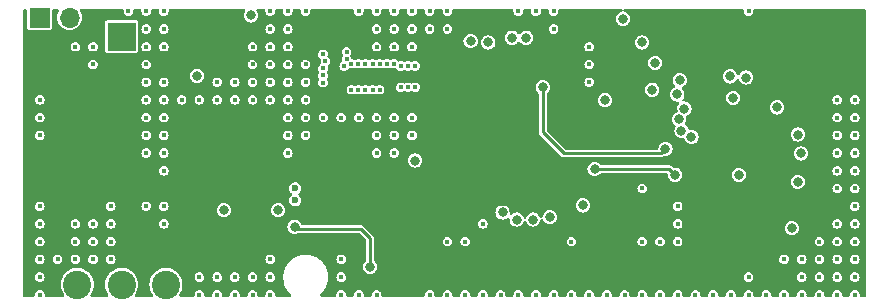
<source format=gbr>
%TF.GenerationSoftware,KiCad,Pcbnew,8.0.5*%
%TF.CreationDate,2024-09-13T15:02:39+03:00*%
%TF.ProjectId,LEXI-R422,4c455849-2d52-4343-9232-2e6b69636164,rev?*%
%TF.SameCoordinates,Original*%
%TF.FileFunction,Copper,L2,Inr*%
%TF.FilePolarity,Positive*%
%FSLAX46Y46*%
G04 Gerber Fmt 4.6, Leading zero omitted, Abs format (unit mm)*
G04 Created by KiCad (PCBNEW 8.0.5) date 2024-09-13 15:02:39*
%MOMM*%
%LPD*%
G01*
G04 APERTURE LIST*
%TA.AperFunction,ComponentPad*%
%ADD10C,0.600000*%
%TD*%
%TA.AperFunction,ComponentPad*%
%ADD11R,2.400000X2.400000*%
%TD*%
%TA.AperFunction,ComponentPad*%
%ADD12C,2.400000*%
%TD*%
%TA.AperFunction,ComponentPad*%
%ADD13R,1.700000X1.700000*%
%TD*%
%TA.AperFunction,ComponentPad*%
%ADD14O,1.700000X1.700000*%
%TD*%
%TA.AperFunction,ViaPad*%
%ADD15C,0.400000*%
%TD*%
%TA.AperFunction,ViaPad*%
%ADD16C,0.800000*%
%TD*%
%TA.AperFunction,Conductor*%
%ADD17C,0.250000*%
%TD*%
G04 APERTURE END LIST*
D10*
%TO.N,GND*%
%TO.C,U1*%
X26450000Y6650000D03*
X26450000Y5650000D03*
%TD*%
D11*
%TO.N,/+3V6d*%
%TO.C,BT1*%
X11750000Y19500000D03*
D12*
%TO.N,GND*%
X11750000Y-1500000D03*
X15500000Y-1500000D03*
X8000000Y-1500000D03*
%TD*%
D13*
%TO.N,/+3V6*%
%TO.C,J1*%
X4800000Y21100000D03*
D14*
%TO.N,/+3V6d*%
X7340000Y21100000D03*
%TD*%
D15*
%TO.N,GND*%
X22833000Y15636343D03*
X72333000Y9636343D03*
X13833000Y17136343D03*
X70833000Y-863657D03*
X15333000Y20136343D03*
X21333000Y15636343D03*
X10833000Y5136343D03*
X72333000Y6636343D03*
X72333000Y3636343D03*
X22833000Y17136343D03*
X35400000Y15200000D03*
X24333000Y18636343D03*
X25833000Y21636343D03*
X32400000Y15000000D03*
X15333000Y5136343D03*
X34833000Y12636343D03*
X36333000Y11136343D03*
X57333000Y-2363657D03*
X55833000Y-2363657D03*
X18333000Y-2363657D03*
X73833000Y-863657D03*
X15333000Y9636343D03*
X10833000Y636343D03*
X27333000Y21636343D03*
X15333000Y8136343D03*
X36333000Y18636343D03*
X25833000Y9636343D03*
X13833000Y21636343D03*
X29000000Y17400000D03*
X73833000Y6636343D03*
X21333000Y-2363657D03*
X73833000Y5136343D03*
X18333000Y-863657D03*
X13833000Y20136343D03*
X4833000Y12636343D03*
X69333000Y636343D03*
X73833000Y3636343D03*
X4833000Y636343D03*
X25833000Y17136343D03*
X36333000Y21636343D03*
X60333000Y-2363657D03*
X34833000Y11136343D03*
X36333000Y20136343D03*
X27333000Y11136343D03*
X4833000Y2136343D03*
X7833000Y636343D03*
X58833000Y-2363657D03*
X70833000Y2136343D03*
X25833000Y18636343D03*
X15333000Y11136343D03*
X9333000Y17136343D03*
X30333000Y12636343D03*
X4833000Y-863657D03*
X73833000Y2136343D03*
X28800000Y18000000D03*
X31800000Y15000000D03*
X49833000Y2136343D03*
X37833000Y21636343D03*
X15333000Y12636343D03*
X27333000Y14136343D03*
X63333000Y-2363657D03*
X72333000Y11136343D03*
D16*
X18135600Y16179800D03*
D15*
X45333000Y-2363657D03*
X12333000Y21636343D03*
X9333000Y636343D03*
X13833000Y14136343D03*
X49833000Y-2363657D03*
X15333000Y18636343D03*
X32400000Y17200000D03*
X30333000Y636343D03*
X4833000Y3636343D03*
X24333000Y20136343D03*
X73833000Y11136343D03*
X73833000Y9636343D03*
X30600000Y17000000D03*
X24333000Y636343D03*
X48333000Y-2363657D03*
X51333000Y18636343D03*
X33333000Y12636343D03*
X39333000Y20136343D03*
X13833000Y18636343D03*
X7833000Y18636343D03*
X24333000Y-2363657D03*
X25833000Y20136343D03*
X33000000Y15000000D03*
X31833000Y12636343D03*
X21333000Y14136343D03*
X40833000Y-2363657D03*
X43833000Y-2363657D03*
X72333000Y636343D03*
X61833000Y-2363657D03*
X33333000Y18636343D03*
X33333000Y11136343D03*
X58833000Y2136343D03*
X45333000Y21636343D03*
X24333000Y21636343D03*
X28833000Y12636343D03*
X15333000Y14136343D03*
X37833000Y20136343D03*
X24333000Y14136343D03*
X55833000Y6636343D03*
X39333000Y21636343D03*
X72333000Y14136343D03*
X30333000Y-863657D03*
X46833000Y-2363657D03*
X9333000Y18636343D03*
X72333000Y2136343D03*
X58833000Y3636343D03*
X33333000Y-2363657D03*
X46833000Y21636343D03*
X69333000Y-2363657D03*
X13833000Y9636343D03*
X73833000Y12636343D03*
X13833000Y11136343D03*
X25833000Y12636343D03*
X27333000Y15636343D03*
X7833000Y2136343D03*
X36000000Y15200000D03*
D16*
X22707600Y21285200D03*
D15*
X15333000Y3636343D03*
X24333000Y17136343D03*
X31833000Y21636343D03*
X31200000Y15000000D03*
X55833000Y2136343D03*
X4833000Y5136343D03*
X51333000Y17136343D03*
X19833000Y14136343D03*
X67833000Y-2363657D03*
X4833000Y-2363657D03*
X39333000Y2136343D03*
X22833000Y-863657D03*
X16833000Y14136343D03*
X51333000Y15636343D03*
X7833000Y3636343D03*
X24333000Y-863657D03*
X52833000Y-2363657D03*
X72333000Y8136343D03*
X72333000Y-2363657D03*
X28800000Y15600000D03*
X18333000Y14136343D03*
X64833000Y-2363657D03*
X48333000Y20136343D03*
X25833000Y14136343D03*
X22833000Y14136343D03*
X31800000Y17200000D03*
X39333000Y-2363657D03*
X33333000Y21636343D03*
X4833000Y11136343D03*
X69333000Y-863657D03*
X42333000Y-2363657D03*
X33333000Y9636343D03*
X13833000Y12636343D03*
X31200000Y17200000D03*
X15333000Y21636343D03*
X25833000Y11136343D03*
X19833000Y-863657D03*
X48333000Y21636343D03*
X21333000Y-863657D03*
X34833000Y20136343D03*
X54333000Y-2363657D03*
X58833000Y5136343D03*
X13833000Y15636343D03*
X36333000Y12636343D03*
X37833000Y-2363657D03*
X70833000Y-2363657D03*
X6333000Y636343D03*
X19833000Y15636343D03*
X31833000Y-2363657D03*
X28800000Y16800000D03*
X27333000Y12636343D03*
X67833000Y636343D03*
X34800000Y17200000D03*
X30800000Y18200000D03*
X64833000Y-863657D03*
X34833000Y18636343D03*
X19833000Y-2363657D03*
X36600000Y17000000D03*
X36000000Y17000000D03*
X57333000Y2136343D03*
X10833000Y3636343D03*
X30333000Y-2363657D03*
X22833000Y-2363657D03*
X13833000Y5136343D03*
X73833000Y8136343D03*
X33000000Y17200000D03*
X27333000Y17136343D03*
X22833000Y18636343D03*
X4833000Y14136343D03*
X33600000Y15000000D03*
X70833000Y636343D03*
X9333000Y2136343D03*
X66333000Y-2363657D03*
X35400000Y17000000D03*
X25833000Y15636343D03*
X73833000Y-2363657D03*
X72333000Y12636343D03*
X9333000Y3636343D03*
X30800000Y17600000D03*
X40833000Y2136343D03*
X33333000Y20136343D03*
X34833000Y21636343D03*
X33600000Y17200000D03*
X72333000Y-863657D03*
X34200000Y17200000D03*
X73833000Y636343D03*
X28800000Y16200000D03*
X64833000Y21636343D03*
X36600000Y15200000D03*
X24333000Y15636343D03*
X10833000Y2136343D03*
X42333000Y3636343D03*
X73833000Y14136343D03*
X34833000Y9636343D03*
X15333000Y15636343D03*
X51333000Y-2363657D03*
D16*
%TO.N,/uRST*%
X56675000Y15000000D03*
X48000000Y4200000D03*
%TO.N,/uCLK*%
X46600000Y4000000D03*
X56920000Y17280000D03*
%TO.N,/uData*%
X45200000Y4000000D03*
X55800000Y19000000D03*
%TO.N,/uVDD*%
X44000000Y4600000D03*
%TO.N,/VBAT*%
X29200000Y7200000D03*
X36200000Y4400000D03*
X69400000Y16000000D03*
X39800000Y4200000D03*
X35400000Y800000D03*
X37600000Y4600000D03*
X35600000Y-1600000D03*
X36800000Y3000000D03*
X29600000Y6000000D03*
X27800000Y8400000D03*
%TO.N,/uPWRKEY*%
X69000000Y11200000D03*
%TO.N,/uDTR*%
X63275000Y16125000D03*
%TO.N,/TxD*%
X69275000Y9600000D03*
%TO.N,/RxD*%
X69000000Y7200000D03*
%TO.N,/uDCD*%
X64625000Y16025000D03*
%TO.N,/RXD*%
X59148889Y11524985D03*
X41300000Y19100000D03*
%TO.N,/TXD*%
X60000000Y11000000D03*
X42800000Y19000000D03*
%TO.N,/VDD_EXT*%
X64002158Y7796763D03*
X36600000Y9000000D03*
X59000000Y15800000D03*
%TO.N,/DTR*%
X46000000Y19400000D03*
X59400000Y13400000D03*
%TO.N,/DCD*%
X58952785Y12505571D03*
X44800000Y19400000D03*
%TO.N,/PWRKEY*%
X50800000Y5200000D03*
%TO.N,/Alim*%
X32800000Y0D03*
X26400000Y3400000D03*
%TO.N,/+3V6d*%
X25000000Y4800000D03*
X20400000Y4800000D03*
%TO.N,/+3V3_UC*%
X68500000Y3275000D03*
X67250000Y13500000D03*
X63525000Y14300000D03*
%TO.N,/Vbus*%
X58800000Y14600000D03*
X52675000Y14100000D03*
%TO.N,/U5V*%
X58600000Y7800000D03*
X51800000Y8275000D03*
%TO.N,/P99*%
X47400000Y15200000D03*
X57800000Y10000000D03*
%TO.N,/Network*%
X54200000Y21000000D03*
%TD*%
D17*
%TO.N,/Alim*%
X26600000Y3200000D02*
X26400000Y3400000D01*
X32800000Y2400000D02*
X32000000Y3200000D01*
X32800000Y0D02*
X32800000Y2400000D01*
X32000000Y3200000D02*
X26600000Y3200000D01*
%TO.N,/U5V*%
X58125000Y8275000D02*
X58600000Y7800000D01*
X51800000Y8275000D02*
X58125000Y8275000D01*
%TO.N,/P99*%
X49200000Y9600000D02*
X57400000Y9600000D01*
X47400000Y11400000D02*
X49200000Y9600000D01*
X57400000Y9600000D02*
X57800000Y10000000D01*
X47400000Y15200000D02*
X47400000Y11400000D01*
%TD*%
%TA.AperFunction,Conductor*%
%TO.N,/VBAT*%
G36*
X3691621Y21819398D02*
G01*
X3738114Y21765742D01*
X3749500Y21713400D01*
X3749500Y20230249D01*
X3761132Y20171771D01*
X3761133Y20171768D01*
X3805448Y20105448D01*
X3871768Y20061133D01*
X3871771Y20061132D01*
X3930249Y20049500D01*
X3930252Y20049500D01*
X5669750Y20049500D01*
X5728228Y20061132D01*
X5728231Y20061133D01*
X5733569Y20064700D01*
X5794552Y20105448D01*
X5838867Y20171769D01*
X5850500Y20230252D01*
X5850500Y21713400D01*
X5870502Y21781521D01*
X5924158Y21828014D01*
X5976500Y21839400D01*
X6333850Y21839400D01*
X6401971Y21819398D01*
X6448464Y21765742D01*
X6458568Y21695468D01*
X6444972Y21654004D01*
X6364768Y21503954D01*
X6304698Y21305927D01*
X6284417Y21100003D01*
X6284417Y21099996D01*
X6304698Y20894072D01*
X6364768Y20696045D01*
X6462313Y20513552D01*
X6593590Y20353590D01*
X6753552Y20222313D01*
X6936045Y20124768D01*
X7134072Y20064698D01*
X7339997Y20044417D01*
X7340000Y20044417D01*
X7340003Y20044417D01*
X7545927Y20064698D01*
X7743954Y20124768D01*
X7926447Y20222313D01*
X7926448Y20222314D01*
X7926450Y20222315D01*
X8086410Y20353590D01*
X8217685Y20513550D01*
X8315232Y20696046D01*
X8322422Y20719750D01*
X10349500Y20719750D01*
X10349500Y18280249D01*
X10361132Y18221771D01*
X10361133Y18221768D01*
X10405448Y18155448D01*
X10471768Y18111133D01*
X10471771Y18111132D01*
X10530249Y18099500D01*
X10530252Y18099500D01*
X12969750Y18099500D01*
X13028228Y18111132D01*
X13028231Y18111133D01*
X13049439Y18125304D01*
X13094552Y18155448D01*
X13138867Y18221769D01*
X13150500Y18280252D01*
X13150500Y18636343D01*
X13427508Y18636343D01*
X13447354Y18511039D01*
X13447354Y18511037D01*
X13447355Y18511037D01*
X13504949Y18398000D01*
X13594657Y18308292D01*
X13707694Y18250698D01*
X13707696Y18250697D01*
X13833000Y18230851D01*
X13958304Y18250697D01*
X14016311Y18280253D01*
X14071342Y18308292D01*
X14161050Y18398000D01*
X14200519Y18475463D01*
X14218646Y18511039D01*
X14238492Y18636343D01*
X14927508Y18636343D01*
X14947354Y18511039D01*
X14947354Y18511037D01*
X14947355Y18511037D01*
X15004949Y18398000D01*
X15094657Y18308292D01*
X15207694Y18250698D01*
X15207696Y18250697D01*
X15333000Y18230851D01*
X15458304Y18250697D01*
X15516311Y18280253D01*
X15571342Y18308292D01*
X15661050Y18398000D01*
X15700519Y18475463D01*
X15718646Y18511039D01*
X15738492Y18636343D01*
X22427508Y18636343D01*
X22447354Y18511039D01*
X22447354Y18511037D01*
X22447355Y18511037D01*
X22504949Y18398000D01*
X22594657Y18308292D01*
X22707694Y18250698D01*
X22707696Y18250697D01*
X22833000Y18230851D01*
X22958304Y18250697D01*
X23016311Y18280253D01*
X23071342Y18308292D01*
X23161050Y18398000D01*
X23200519Y18475463D01*
X23218646Y18511039D01*
X23238492Y18636343D01*
X23927508Y18636343D01*
X23947354Y18511039D01*
X23947354Y18511037D01*
X23947355Y18511037D01*
X24004949Y18398000D01*
X24094657Y18308292D01*
X24207694Y18250698D01*
X24207696Y18250697D01*
X24333000Y18230851D01*
X24458304Y18250697D01*
X24516311Y18280253D01*
X24571342Y18308292D01*
X24661050Y18398000D01*
X24700519Y18475463D01*
X24718646Y18511039D01*
X24738492Y18636343D01*
X25427508Y18636343D01*
X25447354Y18511039D01*
X25447354Y18511037D01*
X25447355Y18511037D01*
X25504949Y18398000D01*
X25594657Y18308292D01*
X25707694Y18250698D01*
X25707696Y18250697D01*
X25833000Y18230851D01*
X25958304Y18250697D01*
X26016311Y18280253D01*
X26071342Y18308292D01*
X26161050Y18398000D01*
X26200519Y18475463D01*
X26218646Y18511039D01*
X26238492Y18636343D01*
X32927508Y18636343D01*
X32947354Y18511039D01*
X32947354Y18511037D01*
X32947355Y18511037D01*
X33004949Y18398000D01*
X33094657Y18308292D01*
X33207694Y18250698D01*
X33207696Y18250697D01*
X33333000Y18230851D01*
X33458304Y18250697D01*
X33516311Y18280253D01*
X33571342Y18308292D01*
X33661050Y18398000D01*
X33700519Y18475463D01*
X33718646Y18511039D01*
X33738492Y18636343D01*
X34427508Y18636343D01*
X34447354Y18511039D01*
X34447354Y18511037D01*
X34447355Y18511037D01*
X34504949Y18398000D01*
X34594657Y18308292D01*
X34707694Y18250698D01*
X34707696Y18250697D01*
X34833000Y18230851D01*
X34958304Y18250697D01*
X35016311Y18280253D01*
X35071342Y18308292D01*
X35161050Y18398000D01*
X35200519Y18475463D01*
X35218646Y18511039D01*
X35238492Y18636343D01*
X35927508Y18636343D01*
X35947354Y18511039D01*
X35947354Y18511037D01*
X35947355Y18511037D01*
X36004949Y18398000D01*
X36094657Y18308292D01*
X36207694Y18250698D01*
X36207696Y18250697D01*
X36333000Y18230851D01*
X36458304Y18250697D01*
X36516311Y18280253D01*
X36571342Y18308292D01*
X36661050Y18398000D01*
X36700519Y18475463D01*
X36718646Y18511039D01*
X36738492Y18636343D01*
X36718646Y18761647D01*
X36661050Y18874685D01*
X36571342Y18964393D01*
X36458304Y19021989D01*
X36333000Y19041835D01*
X36207696Y19021989D01*
X36133299Y18984081D01*
X36094657Y18964393D01*
X36004949Y18874685D01*
X35974516Y18814956D01*
X35947354Y18761647D01*
X35927508Y18636343D01*
X35238492Y18636343D01*
X35218646Y18761647D01*
X35161050Y18874685D01*
X35071342Y18964393D01*
X34958304Y19021989D01*
X34833000Y19041835D01*
X34707696Y19021989D01*
X34633299Y18984081D01*
X34594657Y18964393D01*
X34504949Y18874685D01*
X34474516Y18814956D01*
X34447354Y18761647D01*
X34427508Y18636343D01*
X33738492Y18636343D01*
X33718646Y18761647D01*
X33661050Y18874685D01*
X33571342Y18964393D01*
X33458304Y19021989D01*
X33333000Y19041835D01*
X33207696Y19021989D01*
X33133299Y18984081D01*
X33094657Y18964393D01*
X33004949Y18874685D01*
X32974516Y18814956D01*
X32947354Y18761647D01*
X32927508Y18636343D01*
X26238492Y18636343D01*
X26218646Y18761647D01*
X26161050Y18874685D01*
X26071342Y18964393D01*
X25958304Y19021989D01*
X25833000Y19041835D01*
X25707696Y19021989D01*
X25633299Y18984081D01*
X25594657Y18964393D01*
X25504949Y18874685D01*
X25474516Y18814956D01*
X25447354Y18761647D01*
X25427508Y18636343D01*
X24738492Y18636343D01*
X24718646Y18761647D01*
X24661050Y18874685D01*
X24571342Y18964393D01*
X24458304Y19021989D01*
X24333000Y19041835D01*
X24207696Y19021989D01*
X24133299Y18984081D01*
X24094657Y18964393D01*
X24004949Y18874685D01*
X23974516Y18814956D01*
X23947354Y18761647D01*
X23927508Y18636343D01*
X23238492Y18636343D01*
X23218646Y18761647D01*
X23161050Y18874685D01*
X23071342Y18964393D01*
X22958304Y19021989D01*
X22833000Y19041835D01*
X22707696Y19021989D01*
X22633299Y18984081D01*
X22594657Y18964393D01*
X22504949Y18874685D01*
X22474516Y18814956D01*
X22447354Y18761647D01*
X22427508Y18636343D01*
X15738492Y18636343D01*
X15718646Y18761647D01*
X15661050Y18874685D01*
X15571342Y18964393D01*
X15458304Y19021989D01*
X15333000Y19041835D01*
X15207696Y19021989D01*
X15133299Y18984081D01*
X15094657Y18964393D01*
X15004949Y18874685D01*
X14974516Y18814956D01*
X14947354Y18761647D01*
X14927508Y18636343D01*
X14238492Y18636343D01*
X14218646Y18761647D01*
X14161050Y18874685D01*
X14071342Y18964393D01*
X13958304Y19021989D01*
X13833000Y19041835D01*
X13707696Y19021989D01*
X13633299Y18984081D01*
X13594657Y18964393D01*
X13504949Y18874685D01*
X13474516Y18814956D01*
X13447354Y18761647D01*
X13427508Y18636343D01*
X13150500Y18636343D01*
X13150500Y19100000D01*
X40694318Y19100000D01*
X40694318Y19099999D01*
X40714955Y18943239D01*
X40775463Y18797160D01*
X40775465Y18797157D01*
X40871718Y18671718D01*
X40997157Y18575465D01*
X40997160Y18575463D01*
X41143239Y18514955D01*
X41300000Y18494318D01*
X41456760Y18514955D01*
X41602839Y18575463D01*
X41602842Y18575465D01*
X41728282Y18671718D01*
X41824536Y18797159D01*
X41885044Y18943238D01*
X41892517Y19000000D01*
X42194318Y19000000D01*
X42194318Y18999999D01*
X42214955Y18843239D01*
X42275463Y18697160D01*
X42275465Y18697157D01*
X42371718Y18571718D01*
X42497157Y18475465D01*
X42497160Y18475463D01*
X42643239Y18414955D01*
X42800000Y18394318D01*
X42956760Y18414955D01*
X43102839Y18475463D01*
X43102842Y18475465D01*
X43127412Y18494318D01*
X43228282Y18571718D01*
X43277870Y18636343D01*
X50927508Y18636343D01*
X50947354Y18511039D01*
X50947354Y18511037D01*
X50947355Y18511037D01*
X51004949Y18398000D01*
X51094657Y18308292D01*
X51207694Y18250698D01*
X51207696Y18250697D01*
X51333000Y18230851D01*
X51458304Y18250697D01*
X51516311Y18280253D01*
X51571342Y18308292D01*
X51661050Y18398000D01*
X51700519Y18475463D01*
X51718646Y18511039D01*
X51738492Y18636343D01*
X51718646Y18761647D01*
X51661050Y18874685D01*
X51571342Y18964393D01*
X51501460Y19000000D01*
X55194318Y19000000D01*
X55194318Y18999999D01*
X55214955Y18843239D01*
X55275463Y18697160D01*
X55275465Y18697157D01*
X55371718Y18571718D01*
X55497157Y18475465D01*
X55497160Y18475463D01*
X55643239Y18414955D01*
X55800000Y18394318D01*
X55956760Y18414955D01*
X56102839Y18475463D01*
X56102842Y18475465D01*
X56127412Y18494318D01*
X56228282Y18571718D01*
X56324536Y18697159D01*
X56385044Y18843238D01*
X56405682Y19000000D01*
X56385044Y19156762D01*
X56324536Y19302841D01*
X56228282Y19428282D01*
X56102841Y19524536D01*
X55956762Y19585044D01*
X55800000Y19605682D01*
X55643238Y19585044D01*
X55497159Y19524536D01*
X55371718Y19428282D01*
X55350017Y19400000D01*
X55275465Y19302842D01*
X55275463Y19302839D01*
X55214955Y19156760D01*
X55194318Y19000000D01*
X51501460Y19000000D01*
X51458304Y19021989D01*
X51333000Y19041835D01*
X51207696Y19021989D01*
X51133299Y18984081D01*
X51094657Y18964393D01*
X51004949Y18874685D01*
X50974516Y18814956D01*
X50947354Y18761647D01*
X50927508Y18636343D01*
X43277870Y18636343D01*
X43324536Y18697159D01*
X43385044Y18843238D01*
X43405682Y19000000D01*
X43385044Y19156762D01*
X43324536Y19302841D01*
X43249983Y19400000D01*
X44194318Y19400000D01*
X44194318Y19399999D01*
X44214955Y19243239D01*
X44275463Y19097160D01*
X44275465Y19097157D01*
X44371718Y18971718D01*
X44497157Y18875465D01*
X44497160Y18875463D01*
X44643239Y18814955D01*
X44800000Y18794318D01*
X44956760Y18814955D01*
X45102839Y18875463D01*
X45102842Y18875465D01*
X45191167Y18943239D01*
X45228282Y18971718D01*
X45249983Y18999999D01*
X45300038Y19065231D01*
X45357376Y19107098D01*
X45428247Y19111320D01*
X45490150Y19076556D01*
X45499962Y19065231D01*
X45571715Y18971720D01*
X45697157Y18875465D01*
X45697160Y18875463D01*
X45843239Y18814955D01*
X46000000Y18794318D01*
X46156760Y18814955D01*
X46302839Y18875463D01*
X46302842Y18875465D01*
X46428282Y18971718D01*
X46524536Y19097159D01*
X46585044Y19243238D01*
X46605682Y19400000D01*
X46585044Y19556762D01*
X46524536Y19702841D01*
X46428282Y19828282D01*
X46302841Y19924536D01*
X46156762Y19985044D01*
X46000000Y20005682D01*
X45843238Y19985044D01*
X45697159Y19924536D01*
X45571718Y19828282D01*
X45499961Y19734766D01*
X45442625Y19692901D01*
X45371754Y19688679D01*
X45309851Y19723443D01*
X45300042Y19734761D01*
X45228282Y19828282D01*
X45102841Y19924536D01*
X44956762Y19985044D01*
X44800000Y20005682D01*
X44643238Y19985044D01*
X44497159Y19924536D01*
X44371718Y19828282D01*
X44277644Y19705682D01*
X44275465Y19702842D01*
X44275463Y19702839D01*
X44214955Y19556760D01*
X44194318Y19400000D01*
X43249983Y19400000D01*
X43228282Y19428282D01*
X43102841Y19524536D01*
X42956762Y19585044D01*
X42800000Y19605682D01*
X42643238Y19585044D01*
X42497159Y19524536D01*
X42371718Y19428282D01*
X42350017Y19400000D01*
X42275465Y19302842D01*
X42275463Y19302839D01*
X42214955Y19156760D01*
X42194318Y19000000D01*
X41892517Y19000000D01*
X41898024Y19041834D01*
X41905682Y19099999D01*
X41905682Y19100000D01*
X41885044Y19256760D01*
X41885044Y19256762D01*
X41824536Y19402841D01*
X41728282Y19528282D01*
X41602841Y19624536D01*
X41456762Y19685044D01*
X41300000Y19705682D01*
X41143238Y19685044D01*
X40997159Y19624536D01*
X40871718Y19528282D01*
X40806401Y19443159D01*
X40775465Y19402842D01*
X40775463Y19402839D01*
X40714955Y19256760D01*
X40694318Y19100000D01*
X13150500Y19100000D01*
X13150500Y20136343D01*
X13427508Y20136343D01*
X13447354Y20011039D01*
X13447354Y20011037D01*
X13447355Y20011037D01*
X13504949Y19898000D01*
X13594657Y19808292D01*
X13707694Y19750698D01*
X13707696Y19750697D01*
X13833000Y19730851D01*
X13958304Y19750697D01*
X13995502Y19769650D01*
X14071342Y19808292D01*
X14161050Y19898000D01*
X14180738Y19936642D01*
X14218646Y20011039D01*
X14238492Y20136343D01*
X14927508Y20136343D01*
X14947354Y20011039D01*
X14947354Y20011037D01*
X14947355Y20011037D01*
X15004949Y19898000D01*
X15094657Y19808292D01*
X15207694Y19750698D01*
X15207696Y19750697D01*
X15333000Y19730851D01*
X15458304Y19750697D01*
X15495502Y19769650D01*
X15571342Y19808292D01*
X15661050Y19898000D01*
X15680738Y19936642D01*
X15718646Y20011039D01*
X15738492Y20136343D01*
X23927508Y20136343D01*
X23947354Y20011039D01*
X23947354Y20011037D01*
X23947355Y20011037D01*
X24004949Y19898000D01*
X24094657Y19808292D01*
X24207694Y19750698D01*
X24207696Y19750697D01*
X24333000Y19730851D01*
X24458304Y19750697D01*
X24495502Y19769650D01*
X24571342Y19808292D01*
X24661050Y19898000D01*
X24680738Y19936642D01*
X24718646Y20011039D01*
X24738492Y20136343D01*
X25427508Y20136343D01*
X25447354Y20011039D01*
X25447354Y20011037D01*
X25447355Y20011037D01*
X25504949Y19898000D01*
X25594657Y19808292D01*
X25707694Y19750698D01*
X25707696Y19750697D01*
X25833000Y19730851D01*
X25958304Y19750697D01*
X25995502Y19769650D01*
X26071342Y19808292D01*
X26161050Y19898000D01*
X26180738Y19936642D01*
X26218646Y20011039D01*
X26238492Y20136343D01*
X32927508Y20136343D01*
X32947354Y20011039D01*
X32947354Y20011037D01*
X32947355Y20011037D01*
X33004949Y19898000D01*
X33094657Y19808292D01*
X33207694Y19750698D01*
X33207696Y19750697D01*
X33333000Y19730851D01*
X33458304Y19750697D01*
X33495502Y19769650D01*
X33571342Y19808292D01*
X33661050Y19898000D01*
X33680738Y19936642D01*
X33718646Y20011039D01*
X33738492Y20136343D01*
X34427508Y20136343D01*
X34447354Y20011039D01*
X34447354Y20011037D01*
X34447355Y20011037D01*
X34504949Y19898000D01*
X34594657Y19808292D01*
X34707694Y19750698D01*
X34707696Y19750697D01*
X34833000Y19730851D01*
X34958304Y19750697D01*
X34995502Y19769650D01*
X35071342Y19808292D01*
X35161050Y19898000D01*
X35180738Y19936642D01*
X35218646Y20011039D01*
X35238492Y20136343D01*
X35927508Y20136343D01*
X35947354Y20011039D01*
X35947354Y20011037D01*
X35947355Y20011037D01*
X36004949Y19898000D01*
X36094657Y19808292D01*
X36207694Y19750698D01*
X36207696Y19750697D01*
X36333000Y19730851D01*
X36458304Y19750697D01*
X36495502Y19769650D01*
X36571342Y19808292D01*
X36661050Y19898000D01*
X36680738Y19936642D01*
X36718646Y20011039D01*
X36738492Y20136343D01*
X37427508Y20136343D01*
X37447354Y20011039D01*
X37447354Y20011037D01*
X37447355Y20011037D01*
X37504949Y19898000D01*
X37594657Y19808292D01*
X37707694Y19750698D01*
X37707696Y19750697D01*
X37833000Y19730851D01*
X37958304Y19750697D01*
X37995502Y19769650D01*
X38071342Y19808292D01*
X38161050Y19898000D01*
X38180738Y19936642D01*
X38218646Y20011039D01*
X38238492Y20136343D01*
X38927508Y20136343D01*
X38947354Y20011039D01*
X38947354Y20011037D01*
X38947355Y20011037D01*
X39004949Y19898000D01*
X39094657Y19808292D01*
X39207694Y19750698D01*
X39207696Y19750697D01*
X39333000Y19730851D01*
X39458304Y19750697D01*
X39495502Y19769650D01*
X39571342Y19808292D01*
X39661050Y19898000D01*
X39680738Y19936642D01*
X39718646Y20011039D01*
X39738492Y20136343D01*
X47927508Y20136343D01*
X47947354Y20011039D01*
X47947354Y20011037D01*
X47947355Y20011037D01*
X48004949Y19898000D01*
X48094657Y19808292D01*
X48207694Y19750698D01*
X48207696Y19750697D01*
X48333000Y19730851D01*
X48458304Y19750697D01*
X48495502Y19769650D01*
X48571342Y19808292D01*
X48661050Y19898000D01*
X48680738Y19936642D01*
X48718646Y20011039D01*
X48738492Y20136343D01*
X48718646Y20261647D01*
X48661050Y20374685D01*
X48571342Y20464393D01*
X48458304Y20521989D01*
X48333000Y20541835D01*
X48207696Y20521989D01*
X48133299Y20484081D01*
X48094657Y20464393D01*
X48004949Y20374685D01*
X47966307Y20298845D01*
X47947354Y20261647D01*
X47927508Y20136343D01*
X39738492Y20136343D01*
X39718646Y20261647D01*
X39661050Y20374685D01*
X39571342Y20464393D01*
X39458304Y20521989D01*
X39333000Y20541835D01*
X39207696Y20521989D01*
X39133299Y20484081D01*
X39094657Y20464393D01*
X39004949Y20374685D01*
X38966307Y20298845D01*
X38947354Y20261647D01*
X38927508Y20136343D01*
X38238492Y20136343D01*
X38218646Y20261647D01*
X38161050Y20374685D01*
X38071342Y20464393D01*
X37958304Y20521989D01*
X37833000Y20541835D01*
X37707696Y20521989D01*
X37633299Y20484081D01*
X37594657Y20464393D01*
X37504949Y20374685D01*
X37466307Y20298845D01*
X37447354Y20261647D01*
X37427508Y20136343D01*
X36738492Y20136343D01*
X36718646Y20261647D01*
X36661050Y20374685D01*
X36571342Y20464393D01*
X36458304Y20521989D01*
X36333000Y20541835D01*
X36207696Y20521989D01*
X36133299Y20484081D01*
X36094657Y20464393D01*
X36004949Y20374685D01*
X35966307Y20298845D01*
X35947354Y20261647D01*
X35927508Y20136343D01*
X35238492Y20136343D01*
X35218646Y20261647D01*
X35161050Y20374685D01*
X35071342Y20464393D01*
X34958304Y20521989D01*
X34833000Y20541835D01*
X34707696Y20521989D01*
X34633299Y20484081D01*
X34594657Y20464393D01*
X34504949Y20374685D01*
X34466307Y20298845D01*
X34447354Y20261647D01*
X34427508Y20136343D01*
X33738492Y20136343D01*
X33718646Y20261647D01*
X33661050Y20374685D01*
X33571342Y20464393D01*
X33458304Y20521989D01*
X33333000Y20541835D01*
X33207696Y20521989D01*
X33133299Y20484081D01*
X33094657Y20464393D01*
X33004949Y20374685D01*
X32966307Y20298845D01*
X32947354Y20261647D01*
X32927508Y20136343D01*
X26238492Y20136343D01*
X26218646Y20261647D01*
X26161050Y20374685D01*
X26071342Y20464393D01*
X25958304Y20521989D01*
X25833000Y20541835D01*
X25707696Y20521989D01*
X25633299Y20484081D01*
X25594657Y20464393D01*
X25504949Y20374685D01*
X25466307Y20298845D01*
X25447354Y20261647D01*
X25427508Y20136343D01*
X24738492Y20136343D01*
X24718646Y20261647D01*
X24661050Y20374685D01*
X24571342Y20464393D01*
X24458304Y20521989D01*
X24333000Y20541835D01*
X24207696Y20521989D01*
X24133299Y20484081D01*
X24094657Y20464393D01*
X24004949Y20374685D01*
X23966307Y20298845D01*
X23947354Y20261647D01*
X23927508Y20136343D01*
X15738492Y20136343D01*
X15718646Y20261647D01*
X15661050Y20374685D01*
X15571342Y20464393D01*
X15458304Y20521989D01*
X15333000Y20541835D01*
X15207696Y20521989D01*
X15133299Y20484081D01*
X15094657Y20464393D01*
X15004949Y20374685D01*
X14966307Y20298845D01*
X14947354Y20261647D01*
X14927508Y20136343D01*
X14238492Y20136343D01*
X14218646Y20261647D01*
X14161050Y20374685D01*
X14071342Y20464393D01*
X13958304Y20521989D01*
X13833000Y20541835D01*
X13707696Y20521989D01*
X13633299Y20484081D01*
X13594657Y20464393D01*
X13504949Y20374685D01*
X13466307Y20298845D01*
X13447354Y20261647D01*
X13427508Y20136343D01*
X13150500Y20136343D01*
X13150500Y20719748D01*
X13138867Y20778231D01*
X13094552Y20844552D01*
X13028231Y20888867D01*
X12969748Y20900500D01*
X10530252Y20900500D01*
X10471769Y20888867D01*
X10405448Y20844552D01*
X10361133Y20778231D01*
X10361132Y20778228D01*
X10349500Y20719750D01*
X8322422Y20719750D01*
X8375300Y20894066D01*
X8383997Y20982359D01*
X8395583Y21099996D01*
X8395583Y21100003D01*
X8375301Y21305927D01*
X8375300Y21305928D01*
X8375300Y21305934D01*
X8315232Y21503954D01*
X8235028Y21654004D01*
X8220556Y21723510D01*
X8245959Y21789806D01*
X8303172Y21831844D01*
X8346150Y21839400D01*
X11812142Y21839400D01*
X11880263Y21819398D01*
X11926756Y21765742D01*
X11936860Y21695468D01*
X11936598Y21693741D01*
X11927508Y21636343D01*
X11947354Y21511039D01*
X11947354Y21511037D01*
X11947355Y21511037D01*
X12004949Y21398000D01*
X12094657Y21308292D01*
X12207694Y21250698D01*
X12207696Y21250697D01*
X12333000Y21230851D01*
X12458304Y21250697D01*
X12526020Y21285200D01*
X12571342Y21308292D01*
X12661050Y21398000D01*
X12683449Y21441962D01*
X12718646Y21511039D01*
X12738492Y21636343D01*
X12729409Y21693690D01*
X12738509Y21764100D01*
X12784231Y21818414D01*
X12852059Y21839387D01*
X12853858Y21839400D01*
X13312142Y21839400D01*
X13380263Y21819398D01*
X13426756Y21765742D01*
X13436860Y21695468D01*
X13436598Y21693741D01*
X13427508Y21636343D01*
X13447354Y21511039D01*
X13447354Y21511037D01*
X13447355Y21511037D01*
X13504949Y21398000D01*
X13594657Y21308292D01*
X13707694Y21250698D01*
X13707696Y21250697D01*
X13833000Y21230851D01*
X13958304Y21250697D01*
X14026020Y21285200D01*
X14071342Y21308292D01*
X14161050Y21398000D01*
X14183449Y21441962D01*
X14218646Y21511039D01*
X14238492Y21636343D01*
X14229409Y21693690D01*
X14238509Y21764100D01*
X14284231Y21818414D01*
X14352059Y21839387D01*
X14353858Y21839400D01*
X14812142Y21839400D01*
X14880263Y21819398D01*
X14926756Y21765742D01*
X14936860Y21695468D01*
X14936598Y21693741D01*
X14927508Y21636343D01*
X14947354Y21511039D01*
X14947354Y21511037D01*
X14947355Y21511037D01*
X15004949Y21398000D01*
X15094657Y21308292D01*
X15207694Y21250698D01*
X15207696Y21250697D01*
X15333000Y21230851D01*
X15458304Y21250697D01*
X15526020Y21285200D01*
X15571342Y21308292D01*
X15661050Y21398000D01*
X15683449Y21441962D01*
X15718646Y21511039D01*
X15738492Y21636343D01*
X15729409Y21693690D01*
X15738509Y21764100D01*
X15784231Y21818414D01*
X15852059Y21839387D01*
X15853858Y21839400D01*
X22120436Y21839400D01*
X22188557Y21819398D01*
X22235050Y21765742D01*
X22245154Y21695468D01*
X22220398Y21636696D01*
X22183068Y21588047D01*
X22183063Y21588039D01*
X22122555Y21441960D01*
X22101918Y21285200D01*
X22101918Y21285199D01*
X22122555Y21128439D01*
X22183063Y20982360D01*
X22183065Y20982357D01*
X22279318Y20856918D01*
X22404757Y20760665D01*
X22404760Y20760663D01*
X22550839Y20700155D01*
X22707600Y20679518D01*
X22864360Y20700155D01*
X23010439Y20760663D01*
X23010442Y20760665D01*
X23135882Y20856918D01*
X23232136Y20982359D01*
X23292644Y21128438D01*
X23313282Y21285200D01*
X23292644Y21441962D01*
X23232136Y21588041D01*
X23206987Y21620815D01*
X23194802Y21636696D01*
X23169201Y21702916D01*
X23183466Y21772465D01*
X23233067Y21823261D01*
X23294764Y21839400D01*
X23812142Y21839400D01*
X23880263Y21819398D01*
X23926756Y21765742D01*
X23936860Y21695468D01*
X23936598Y21693741D01*
X23927508Y21636343D01*
X23947354Y21511039D01*
X23947354Y21511037D01*
X23947355Y21511037D01*
X24004949Y21398000D01*
X24094657Y21308292D01*
X24207694Y21250698D01*
X24207696Y21250697D01*
X24333000Y21230851D01*
X24458304Y21250697D01*
X24526020Y21285200D01*
X24571342Y21308292D01*
X24661050Y21398000D01*
X24683449Y21441962D01*
X24718646Y21511039D01*
X24738492Y21636343D01*
X24729409Y21693690D01*
X24738509Y21764100D01*
X24784231Y21818414D01*
X24852059Y21839387D01*
X24853858Y21839400D01*
X25312142Y21839400D01*
X25380263Y21819398D01*
X25426756Y21765742D01*
X25436860Y21695468D01*
X25436598Y21693741D01*
X25427508Y21636343D01*
X25447354Y21511039D01*
X25447354Y21511037D01*
X25447355Y21511037D01*
X25504949Y21398000D01*
X25594657Y21308292D01*
X25707694Y21250698D01*
X25707696Y21250697D01*
X25833000Y21230851D01*
X25958304Y21250697D01*
X26026020Y21285200D01*
X26071342Y21308292D01*
X26161050Y21398000D01*
X26183449Y21441962D01*
X26218646Y21511039D01*
X26238492Y21636343D01*
X26229409Y21693690D01*
X26238509Y21764100D01*
X26284231Y21818414D01*
X26352059Y21839387D01*
X26353858Y21839400D01*
X26812142Y21839400D01*
X26880263Y21819398D01*
X26926756Y21765742D01*
X26936860Y21695468D01*
X26936598Y21693741D01*
X26927508Y21636343D01*
X26947354Y21511039D01*
X26947354Y21511037D01*
X26947355Y21511037D01*
X27004949Y21398000D01*
X27094657Y21308292D01*
X27207694Y21250698D01*
X27207696Y21250697D01*
X27333000Y21230851D01*
X27458304Y21250697D01*
X27526020Y21285200D01*
X27571342Y21308292D01*
X27661050Y21398000D01*
X27683449Y21441962D01*
X27718646Y21511039D01*
X27738492Y21636343D01*
X27729409Y21693690D01*
X27738509Y21764100D01*
X27784231Y21818414D01*
X27852059Y21839387D01*
X27853858Y21839400D01*
X31312142Y21839400D01*
X31380263Y21819398D01*
X31426756Y21765742D01*
X31436860Y21695468D01*
X31436598Y21693741D01*
X31427508Y21636343D01*
X31447354Y21511039D01*
X31447354Y21511037D01*
X31447355Y21511037D01*
X31504949Y21398000D01*
X31594657Y21308292D01*
X31707694Y21250698D01*
X31707696Y21250697D01*
X31833000Y21230851D01*
X31958304Y21250697D01*
X32026020Y21285200D01*
X32071342Y21308292D01*
X32161050Y21398000D01*
X32183449Y21441962D01*
X32218646Y21511039D01*
X32238492Y21636343D01*
X32229409Y21693690D01*
X32238509Y21764100D01*
X32284231Y21818414D01*
X32352059Y21839387D01*
X32353858Y21839400D01*
X32812142Y21839400D01*
X32880263Y21819398D01*
X32926756Y21765742D01*
X32936860Y21695468D01*
X32936598Y21693741D01*
X32927508Y21636343D01*
X32947354Y21511039D01*
X32947354Y21511037D01*
X32947355Y21511037D01*
X33004949Y21398000D01*
X33094657Y21308292D01*
X33207694Y21250698D01*
X33207696Y21250697D01*
X33333000Y21230851D01*
X33458304Y21250697D01*
X33526020Y21285200D01*
X33571342Y21308292D01*
X33661050Y21398000D01*
X33683449Y21441962D01*
X33718646Y21511039D01*
X33738492Y21636343D01*
X33729409Y21693690D01*
X33738509Y21764100D01*
X33784231Y21818414D01*
X33852059Y21839387D01*
X33853858Y21839400D01*
X34312142Y21839400D01*
X34380263Y21819398D01*
X34426756Y21765742D01*
X34436860Y21695468D01*
X34436598Y21693741D01*
X34427508Y21636343D01*
X34447354Y21511039D01*
X34447354Y21511037D01*
X34447355Y21511037D01*
X34504949Y21398000D01*
X34594657Y21308292D01*
X34707694Y21250698D01*
X34707696Y21250697D01*
X34833000Y21230851D01*
X34958304Y21250697D01*
X35026020Y21285200D01*
X35071342Y21308292D01*
X35161050Y21398000D01*
X35183449Y21441962D01*
X35218646Y21511039D01*
X35238492Y21636343D01*
X35229409Y21693690D01*
X35238509Y21764100D01*
X35284231Y21818414D01*
X35352059Y21839387D01*
X35353858Y21839400D01*
X35812142Y21839400D01*
X35880263Y21819398D01*
X35926756Y21765742D01*
X35936860Y21695468D01*
X35936598Y21693741D01*
X35927508Y21636343D01*
X35947354Y21511039D01*
X35947354Y21511037D01*
X35947355Y21511037D01*
X36004949Y21398000D01*
X36094657Y21308292D01*
X36207694Y21250698D01*
X36207696Y21250697D01*
X36333000Y21230851D01*
X36458304Y21250697D01*
X36526020Y21285200D01*
X36571342Y21308292D01*
X36661050Y21398000D01*
X36683449Y21441962D01*
X36718646Y21511039D01*
X36738492Y21636343D01*
X36729409Y21693690D01*
X36738509Y21764100D01*
X36784231Y21818414D01*
X36852059Y21839387D01*
X36853858Y21839400D01*
X37312142Y21839400D01*
X37380263Y21819398D01*
X37426756Y21765742D01*
X37436860Y21695468D01*
X37436598Y21693741D01*
X37427508Y21636343D01*
X37447354Y21511039D01*
X37447354Y21511037D01*
X37447355Y21511037D01*
X37504949Y21398000D01*
X37594657Y21308292D01*
X37707694Y21250698D01*
X37707696Y21250697D01*
X37833000Y21230851D01*
X37958304Y21250697D01*
X38026020Y21285200D01*
X38071342Y21308292D01*
X38161050Y21398000D01*
X38183449Y21441962D01*
X38218646Y21511039D01*
X38238492Y21636343D01*
X38229409Y21693690D01*
X38238509Y21764100D01*
X38284231Y21818414D01*
X38352059Y21839387D01*
X38353858Y21839400D01*
X38812142Y21839400D01*
X38880263Y21819398D01*
X38926756Y21765742D01*
X38936860Y21695468D01*
X38936598Y21693741D01*
X38927508Y21636343D01*
X38947354Y21511039D01*
X38947354Y21511037D01*
X38947355Y21511037D01*
X39004949Y21398000D01*
X39094657Y21308292D01*
X39207694Y21250698D01*
X39207696Y21250697D01*
X39333000Y21230851D01*
X39458304Y21250697D01*
X39526020Y21285200D01*
X39571342Y21308292D01*
X39661050Y21398000D01*
X39683449Y21441962D01*
X39718646Y21511039D01*
X39738492Y21636343D01*
X39729409Y21693690D01*
X39738509Y21764100D01*
X39784231Y21818414D01*
X39852059Y21839387D01*
X39853858Y21839400D01*
X44812142Y21839400D01*
X44880263Y21819398D01*
X44926756Y21765742D01*
X44936860Y21695468D01*
X44936598Y21693741D01*
X44927508Y21636343D01*
X44947354Y21511039D01*
X44947354Y21511037D01*
X44947355Y21511037D01*
X45004949Y21398000D01*
X45094657Y21308292D01*
X45207694Y21250698D01*
X45207696Y21250697D01*
X45333000Y21230851D01*
X45458304Y21250697D01*
X45526020Y21285200D01*
X45571342Y21308292D01*
X45661050Y21398000D01*
X45683449Y21441962D01*
X45718646Y21511039D01*
X45738492Y21636343D01*
X45729409Y21693690D01*
X45738509Y21764100D01*
X45784231Y21818414D01*
X45852059Y21839387D01*
X45853858Y21839400D01*
X46312142Y21839400D01*
X46380263Y21819398D01*
X46426756Y21765742D01*
X46436860Y21695468D01*
X46436598Y21693741D01*
X46427508Y21636343D01*
X46447354Y21511039D01*
X46447354Y21511037D01*
X46447355Y21511037D01*
X46504949Y21398000D01*
X46594657Y21308292D01*
X46707694Y21250698D01*
X46707696Y21250697D01*
X46833000Y21230851D01*
X46958304Y21250697D01*
X47026020Y21285200D01*
X47071342Y21308292D01*
X47161050Y21398000D01*
X47183449Y21441962D01*
X47218646Y21511039D01*
X47238492Y21636343D01*
X47229409Y21693690D01*
X47238509Y21764100D01*
X47284231Y21818414D01*
X47352059Y21839387D01*
X47353858Y21839400D01*
X47812142Y21839400D01*
X47880263Y21819398D01*
X47926756Y21765742D01*
X47936860Y21695468D01*
X47936598Y21693741D01*
X47927508Y21636343D01*
X47947354Y21511039D01*
X47947354Y21511037D01*
X47947355Y21511037D01*
X48004949Y21398000D01*
X48094657Y21308292D01*
X48207694Y21250698D01*
X48207696Y21250697D01*
X48333000Y21230851D01*
X48458304Y21250697D01*
X48526020Y21285200D01*
X48571342Y21308292D01*
X48661050Y21398000D01*
X48683449Y21441962D01*
X48718646Y21511039D01*
X48738492Y21636343D01*
X48729409Y21693690D01*
X48738509Y21764100D01*
X48784231Y21818414D01*
X48852059Y21839387D01*
X48853858Y21839400D01*
X54052876Y21839400D01*
X54120997Y21819398D01*
X54167490Y21765742D01*
X54177594Y21695468D01*
X54148100Y21630888D01*
X54088374Y21592504D01*
X54069322Y21588478D01*
X54043238Y21585044D01*
X53897159Y21524536D01*
X53771718Y21428282D01*
X53677832Y21305927D01*
X53675465Y21302842D01*
X53675463Y21302839D01*
X53614955Y21156760D01*
X53594318Y21000000D01*
X53594318Y20999999D01*
X53614955Y20843239D01*
X53675463Y20697160D01*
X53675465Y20697157D01*
X53771718Y20571718D01*
X53897157Y20475465D01*
X53897160Y20475463D01*
X54043239Y20414955D01*
X54200000Y20394318D01*
X54356760Y20414955D01*
X54502839Y20475463D01*
X54502842Y20475465D01*
X54628282Y20571718D01*
X54724536Y20697159D01*
X54785044Y20843238D01*
X54805682Y21000000D01*
X54785044Y21156762D01*
X54724536Y21302841D01*
X54628282Y21428282D01*
X54502841Y21524536D01*
X54356762Y21585044D01*
X54330677Y21588478D01*
X54265751Y21617200D01*
X54226659Y21676466D01*
X54225814Y21747457D01*
X54263484Y21807636D01*
X54327710Y21837895D01*
X54347124Y21839400D01*
X64312142Y21839400D01*
X64380263Y21819398D01*
X64426756Y21765742D01*
X64436860Y21695468D01*
X64436598Y21693741D01*
X64427508Y21636343D01*
X64447354Y21511039D01*
X64447354Y21511037D01*
X64447355Y21511037D01*
X64504949Y21398000D01*
X64594657Y21308292D01*
X64707694Y21250698D01*
X64707696Y21250697D01*
X64833000Y21230851D01*
X64958304Y21250697D01*
X65026020Y21285200D01*
X65071342Y21308292D01*
X65161050Y21398000D01*
X65183449Y21441962D01*
X65218646Y21511039D01*
X65238492Y21636343D01*
X65229409Y21693690D01*
X65238509Y21764100D01*
X65284231Y21818414D01*
X65352059Y21839387D01*
X65353858Y21839400D01*
X74629800Y21839400D01*
X74697921Y21819398D01*
X74744414Y21765742D01*
X74755800Y21713400D01*
X74755800Y-2399000D01*
X74735798Y-2467121D01*
X74682142Y-2513614D01*
X74629800Y-2525000D01*
X74360465Y-2525000D01*
X74292344Y-2504998D01*
X74245851Y-2451342D01*
X74235747Y-2381068D01*
X74236016Y-2379290D01*
X74238492Y-2363657D01*
X74218646Y-2238353D01*
X74180738Y-2163956D01*
X74161050Y-2125314D01*
X74071342Y-2035606D01*
X73995502Y-1996964D01*
X73958304Y-1978011D01*
X73833000Y-1958165D01*
X73707696Y-1978011D01*
X73707694Y-1978011D01*
X73707694Y-1978012D01*
X73594657Y-2035606D01*
X73504949Y-2125314D01*
X73447355Y-2238351D01*
X73447354Y-2238353D01*
X73434979Y-2316488D01*
X73427508Y-2363657D01*
X73429984Y-2379290D01*
X73420884Y-2449701D01*
X73375161Y-2504015D01*
X73307333Y-2524987D01*
X73305535Y-2525000D01*
X72860465Y-2525000D01*
X72792344Y-2504998D01*
X72745851Y-2451342D01*
X72735747Y-2381068D01*
X72736016Y-2379290D01*
X72738492Y-2363657D01*
X72718646Y-2238353D01*
X72680738Y-2163956D01*
X72661050Y-2125314D01*
X72571342Y-2035606D01*
X72495502Y-1996964D01*
X72458304Y-1978011D01*
X72333000Y-1958165D01*
X72207696Y-1978011D01*
X72207694Y-1978011D01*
X72207694Y-1978012D01*
X72094657Y-2035606D01*
X72004949Y-2125314D01*
X71947355Y-2238351D01*
X71947354Y-2238353D01*
X71934979Y-2316488D01*
X71927508Y-2363657D01*
X71929984Y-2379290D01*
X71920884Y-2449701D01*
X71875161Y-2504015D01*
X71807333Y-2524987D01*
X71805535Y-2525000D01*
X71360465Y-2525000D01*
X71292344Y-2504998D01*
X71245851Y-2451342D01*
X71235747Y-2381068D01*
X71236016Y-2379290D01*
X71238492Y-2363657D01*
X71218646Y-2238353D01*
X71180738Y-2163956D01*
X71161050Y-2125314D01*
X71071342Y-2035606D01*
X70995502Y-1996964D01*
X70958304Y-1978011D01*
X70833000Y-1958165D01*
X70707696Y-1978011D01*
X70707694Y-1978011D01*
X70707694Y-1978012D01*
X70594657Y-2035606D01*
X70504949Y-2125314D01*
X70447355Y-2238351D01*
X70447354Y-2238353D01*
X70434979Y-2316488D01*
X70427508Y-2363657D01*
X70429984Y-2379290D01*
X70420884Y-2449701D01*
X70375161Y-2504015D01*
X70307333Y-2524987D01*
X70305535Y-2525000D01*
X69860465Y-2525000D01*
X69792344Y-2504998D01*
X69745851Y-2451342D01*
X69735747Y-2381068D01*
X69736016Y-2379290D01*
X69738492Y-2363657D01*
X69718646Y-2238353D01*
X69680738Y-2163956D01*
X69661050Y-2125314D01*
X69571342Y-2035606D01*
X69495502Y-1996964D01*
X69458304Y-1978011D01*
X69333000Y-1958165D01*
X69207696Y-1978011D01*
X69207694Y-1978011D01*
X69207694Y-1978012D01*
X69094657Y-2035606D01*
X69004949Y-2125314D01*
X68947355Y-2238351D01*
X68947354Y-2238353D01*
X68934979Y-2316488D01*
X68927508Y-2363657D01*
X68929984Y-2379290D01*
X68920884Y-2449701D01*
X68875161Y-2504015D01*
X68807333Y-2524987D01*
X68805535Y-2525000D01*
X68360465Y-2525000D01*
X68292344Y-2504998D01*
X68245851Y-2451342D01*
X68235747Y-2381068D01*
X68236016Y-2379290D01*
X68238492Y-2363657D01*
X68218646Y-2238353D01*
X68180738Y-2163956D01*
X68161050Y-2125314D01*
X68071342Y-2035606D01*
X67995502Y-1996964D01*
X67958304Y-1978011D01*
X67833000Y-1958165D01*
X67707696Y-1978011D01*
X67707694Y-1978011D01*
X67707694Y-1978012D01*
X67594657Y-2035606D01*
X67504949Y-2125314D01*
X67447355Y-2238351D01*
X67447354Y-2238353D01*
X67434979Y-2316488D01*
X67427508Y-2363657D01*
X67429984Y-2379290D01*
X67420884Y-2449701D01*
X67375161Y-2504015D01*
X67307333Y-2524987D01*
X67305535Y-2525000D01*
X66860465Y-2525000D01*
X66792344Y-2504998D01*
X66745851Y-2451342D01*
X66735747Y-2381068D01*
X66736016Y-2379290D01*
X66738492Y-2363657D01*
X66718646Y-2238353D01*
X66680738Y-2163956D01*
X66661050Y-2125314D01*
X66571342Y-2035606D01*
X66495502Y-1996964D01*
X66458304Y-1978011D01*
X66333000Y-1958165D01*
X66207696Y-1978011D01*
X66207694Y-1978011D01*
X66207694Y-1978012D01*
X66094657Y-2035606D01*
X66004949Y-2125314D01*
X65947355Y-2238351D01*
X65947354Y-2238353D01*
X65934979Y-2316488D01*
X65927508Y-2363657D01*
X65929984Y-2379290D01*
X65920884Y-2449701D01*
X65875161Y-2504015D01*
X65807333Y-2524987D01*
X65805535Y-2525000D01*
X65360465Y-2525000D01*
X65292344Y-2504998D01*
X65245851Y-2451342D01*
X65235747Y-2381068D01*
X65236016Y-2379290D01*
X65238492Y-2363657D01*
X65218646Y-2238353D01*
X65180738Y-2163956D01*
X65161050Y-2125314D01*
X65071342Y-2035606D01*
X64995502Y-1996964D01*
X64958304Y-1978011D01*
X64833000Y-1958165D01*
X64707696Y-1978011D01*
X64707694Y-1978011D01*
X64707694Y-1978012D01*
X64594657Y-2035606D01*
X64504949Y-2125314D01*
X64447355Y-2238351D01*
X64447354Y-2238353D01*
X64434979Y-2316488D01*
X64427508Y-2363657D01*
X64429984Y-2379290D01*
X64420884Y-2449701D01*
X64375161Y-2504015D01*
X64307333Y-2524987D01*
X64305535Y-2525000D01*
X63860465Y-2525000D01*
X63792344Y-2504998D01*
X63745851Y-2451342D01*
X63735747Y-2381068D01*
X63736016Y-2379290D01*
X63738492Y-2363657D01*
X63718646Y-2238353D01*
X63680738Y-2163956D01*
X63661050Y-2125314D01*
X63571342Y-2035606D01*
X63495502Y-1996964D01*
X63458304Y-1978011D01*
X63333000Y-1958165D01*
X63207696Y-1978011D01*
X63207694Y-1978011D01*
X63207694Y-1978012D01*
X63094657Y-2035606D01*
X63004949Y-2125314D01*
X62947355Y-2238351D01*
X62947354Y-2238353D01*
X62934979Y-2316488D01*
X62927508Y-2363657D01*
X62929984Y-2379290D01*
X62920884Y-2449701D01*
X62875161Y-2504015D01*
X62807333Y-2524987D01*
X62805535Y-2525000D01*
X62360465Y-2525000D01*
X62292344Y-2504998D01*
X62245851Y-2451342D01*
X62235747Y-2381068D01*
X62236016Y-2379290D01*
X62238492Y-2363657D01*
X62218646Y-2238353D01*
X62180738Y-2163956D01*
X62161050Y-2125314D01*
X62071342Y-2035606D01*
X61995502Y-1996964D01*
X61958304Y-1978011D01*
X61833000Y-1958165D01*
X61707696Y-1978011D01*
X61707694Y-1978011D01*
X61707694Y-1978012D01*
X61594657Y-2035606D01*
X61504949Y-2125314D01*
X61447355Y-2238351D01*
X61447354Y-2238353D01*
X61434979Y-2316488D01*
X61427508Y-2363657D01*
X61429984Y-2379290D01*
X61420884Y-2449701D01*
X61375161Y-2504015D01*
X61307333Y-2524987D01*
X61305535Y-2525000D01*
X60860465Y-2525000D01*
X60792344Y-2504998D01*
X60745851Y-2451342D01*
X60735747Y-2381068D01*
X60736016Y-2379290D01*
X60738492Y-2363657D01*
X60718646Y-2238353D01*
X60680738Y-2163956D01*
X60661050Y-2125314D01*
X60571342Y-2035606D01*
X60495502Y-1996964D01*
X60458304Y-1978011D01*
X60333000Y-1958165D01*
X60207696Y-1978011D01*
X60207694Y-1978011D01*
X60207694Y-1978012D01*
X60094657Y-2035606D01*
X60004949Y-2125314D01*
X59947355Y-2238351D01*
X59947354Y-2238353D01*
X59934979Y-2316488D01*
X59927508Y-2363657D01*
X59929984Y-2379290D01*
X59920884Y-2449701D01*
X59875161Y-2504015D01*
X59807333Y-2524987D01*
X59805535Y-2525000D01*
X59360465Y-2525000D01*
X59292344Y-2504998D01*
X59245851Y-2451342D01*
X59235747Y-2381068D01*
X59236016Y-2379290D01*
X59238492Y-2363657D01*
X59218646Y-2238353D01*
X59180738Y-2163956D01*
X59161050Y-2125314D01*
X59071342Y-2035606D01*
X58995502Y-1996964D01*
X58958304Y-1978011D01*
X58833000Y-1958165D01*
X58707696Y-1978011D01*
X58707694Y-1978011D01*
X58707694Y-1978012D01*
X58594657Y-2035606D01*
X58504949Y-2125314D01*
X58447355Y-2238351D01*
X58447354Y-2238353D01*
X58434979Y-2316488D01*
X58427508Y-2363657D01*
X58429984Y-2379290D01*
X58420884Y-2449701D01*
X58375161Y-2504015D01*
X58307333Y-2524987D01*
X58305535Y-2525000D01*
X57860465Y-2525000D01*
X57792344Y-2504998D01*
X57745851Y-2451342D01*
X57735747Y-2381068D01*
X57736016Y-2379290D01*
X57738492Y-2363657D01*
X57718646Y-2238353D01*
X57680738Y-2163956D01*
X57661050Y-2125314D01*
X57571342Y-2035606D01*
X57495502Y-1996964D01*
X57458304Y-1978011D01*
X57333000Y-1958165D01*
X57207696Y-1978011D01*
X57207694Y-1978011D01*
X57207694Y-1978012D01*
X57094657Y-2035606D01*
X57004949Y-2125314D01*
X56947355Y-2238351D01*
X56947354Y-2238353D01*
X56934979Y-2316488D01*
X56927508Y-2363657D01*
X56929984Y-2379290D01*
X56920884Y-2449701D01*
X56875161Y-2504015D01*
X56807333Y-2524987D01*
X56805535Y-2525000D01*
X56360465Y-2525000D01*
X56292344Y-2504998D01*
X56245851Y-2451342D01*
X56235747Y-2381068D01*
X56236016Y-2379290D01*
X56238492Y-2363657D01*
X56218646Y-2238353D01*
X56180738Y-2163956D01*
X56161050Y-2125314D01*
X56071342Y-2035606D01*
X55995502Y-1996964D01*
X55958304Y-1978011D01*
X55833000Y-1958165D01*
X55707696Y-1978011D01*
X55707694Y-1978011D01*
X55707694Y-1978012D01*
X55594657Y-2035606D01*
X55504949Y-2125314D01*
X55447355Y-2238351D01*
X55447354Y-2238353D01*
X55434979Y-2316488D01*
X55427508Y-2363657D01*
X55429984Y-2379290D01*
X55420884Y-2449701D01*
X55375161Y-2504015D01*
X55307333Y-2524987D01*
X55305535Y-2525000D01*
X54860465Y-2525000D01*
X54792344Y-2504998D01*
X54745851Y-2451342D01*
X54735747Y-2381068D01*
X54736016Y-2379290D01*
X54738492Y-2363657D01*
X54718646Y-2238353D01*
X54680738Y-2163956D01*
X54661050Y-2125314D01*
X54571342Y-2035606D01*
X54495502Y-1996964D01*
X54458304Y-1978011D01*
X54333000Y-1958165D01*
X54207696Y-1978011D01*
X54207694Y-1978011D01*
X54207694Y-1978012D01*
X54094657Y-2035606D01*
X54004949Y-2125314D01*
X53947355Y-2238351D01*
X53947354Y-2238353D01*
X53934979Y-2316488D01*
X53927508Y-2363657D01*
X53929984Y-2379290D01*
X53920884Y-2449701D01*
X53875161Y-2504015D01*
X53807333Y-2524987D01*
X53805535Y-2525000D01*
X53360465Y-2525000D01*
X53292344Y-2504998D01*
X53245851Y-2451342D01*
X53235747Y-2381068D01*
X53236016Y-2379290D01*
X53238492Y-2363657D01*
X53218646Y-2238353D01*
X53180738Y-2163956D01*
X53161050Y-2125314D01*
X53071342Y-2035606D01*
X52995502Y-1996964D01*
X52958304Y-1978011D01*
X52833000Y-1958165D01*
X52707696Y-1978011D01*
X52707694Y-1978011D01*
X52707694Y-1978012D01*
X52594657Y-2035606D01*
X52504949Y-2125314D01*
X52447355Y-2238351D01*
X52447354Y-2238353D01*
X52434979Y-2316488D01*
X52427508Y-2363657D01*
X52429984Y-2379290D01*
X52420884Y-2449701D01*
X52375161Y-2504015D01*
X52307333Y-2524987D01*
X52305535Y-2525000D01*
X51860465Y-2525000D01*
X51792344Y-2504998D01*
X51745851Y-2451342D01*
X51735747Y-2381068D01*
X51736016Y-2379290D01*
X51738492Y-2363657D01*
X51718646Y-2238353D01*
X51680738Y-2163956D01*
X51661050Y-2125314D01*
X51571342Y-2035606D01*
X51495502Y-1996964D01*
X51458304Y-1978011D01*
X51333000Y-1958165D01*
X51207696Y-1978011D01*
X51207694Y-1978011D01*
X51207694Y-1978012D01*
X51094657Y-2035606D01*
X51004949Y-2125314D01*
X50947355Y-2238351D01*
X50947354Y-2238353D01*
X50934979Y-2316488D01*
X50927508Y-2363657D01*
X50929984Y-2379290D01*
X50920884Y-2449701D01*
X50875161Y-2504015D01*
X50807333Y-2524987D01*
X50805535Y-2525000D01*
X50360465Y-2525000D01*
X50292344Y-2504998D01*
X50245851Y-2451342D01*
X50235747Y-2381068D01*
X50236016Y-2379290D01*
X50238492Y-2363657D01*
X50218646Y-2238353D01*
X50180738Y-2163956D01*
X50161050Y-2125314D01*
X50071342Y-2035606D01*
X49995502Y-1996964D01*
X49958304Y-1978011D01*
X49833000Y-1958165D01*
X49707696Y-1978011D01*
X49707694Y-1978011D01*
X49707694Y-1978012D01*
X49594657Y-2035606D01*
X49504949Y-2125314D01*
X49447355Y-2238351D01*
X49447354Y-2238353D01*
X49434979Y-2316488D01*
X49427508Y-2363657D01*
X49429984Y-2379290D01*
X49420884Y-2449701D01*
X49375161Y-2504015D01*
X49307333Y-2524987D01*
X49305535Y-2525000D01*
X48860465Y-2525000D01*
X48792344Y-2504998D01*
X48745851Y-2451342D01*
X48735747Y-2381068D01*
X48736016Y-2379290D01*
X48738492Y-2363657D01*
X48718646Y-2238353D01*
X48680738Y-2163956D01*
X48661050Y-2125314D01*
X48571342Y-2035606D01*
X48495502Y-1996964D01*
X48458304Y-1978011D01*
X48333000Y-1958165D01*
X48207696Y-1978011D01*
X48207694Y-1978011D01*
X48207694Y-1978012D01*
X48094657Y-2035606D01*
X48004949Y-2125314D01*
X47947355Y-2238351D01*
X47947354Y-2238353D01*
X47934979Y-2316488D01*
X47927508Y-2363657D01*
X47929984Y-2379290D01*
X47920884Y-2449701D01*
X47875161Y-2504015D01*
X47807333Y-2524987D01*
X47805535Y-2525000D01*
X47360465Y-2525000D01*
X47292344Y-2504998D01*
X47245851Y-2451342D01*
X47235747Y-2381068D01*
X47236016Y-2379290D01*
X47238492Y-2363657D01*
X47218646Y-2238353D01*
X47180738Y-2163956D01*
X47161050Y-2125314D01*
X47071342Y-2035606D01*
X46995502Y-1996964D01*
X46958304Y-1978011D01*
X46833000Y-1958165D01*
X46707696Y-1978011D01*
X46707694Y-1978011D01*
X46707694Y-1978012D01*
X46594657Y-2035606D01*
X46504949Y-2125314D01*
X46447355Y-2238351D01*
X46447354Y-2238353D01*
X46434979Y-2316488D01*
X46427508Y-2363657D01*
X46429984Y-2379290D01*
X46420884Y-2449701D01*
X46375161Y-2504015D01*
X46307333Y-2524987D01*
X46305535Y-2525000D01*
X45860465Y-2525000D01*
X45792344Y-2504998D01*
X45745851Y-2451342D01*
X45735747Y-2381068D01*
X45736016Y-2379290D01*
X45738492Y-2363657D01*
X45718646Y-2238353D01*
X45680738Y-2163956D01*
X45661050Y-2125314D01*
X45571342Y-2035606D01*
X45495502Y-1996964D01*
X45458304Y-1978011D01*
X45333000Y-1958165D01*
X45207696Y-1978011D01*
X45207694Y-1978011D01*
X45207694Y-1978012D01*
X45094657Y-2035606D01*
X45004949Y-2125314D01*
X44947355Y-2238351D01*
X44947354Y-2238353D01*
X44934979Y-2316488D01*
X44927508Y-2363657D01*
X44929984Y-2379290D01*
X44920884Y-2449701D01*
X44875161Y-2504015D01*
X44807333Y-2524987D01*
X44805535Y-2525000D01*
X44360465Y-2525000D01*
X44292344Y-2504998D01*
X44245851Y-2451342D01*
X44235747Y-2381068D01*
X44236016Y-2379290D01*
X44238492Y-2363657D01*
X44218646Y-2238353D01*
X44180738Y-2163956D01*
X44161050Y-2125314D01*
X44071342Y-2035606D01*
X43995502Y-1996964D01*
X43958304Y-1978011D01*
X43833000Y-1958165D01*
X43707696Y-1978011D01*
X43707694Y-1978011D01*
X43707694Y-1978012D01*
X43594657Y-2035606D01*
X43504949Y-2125314D01*
X43447355Y-2238351D01*
X43447354Y-2238353D01*
X43434979Y-2316488D01*
X43427508Y-2363657D01*
X43429984Y-2379290D01*
X43420884Y-2449701D01*
X43375161Y-2504015D01*
X43307333Y-2524987D01*
X43305535Y-2525000D01*
X42860465Y-2525000D01*
X42792344Y-2504998D01*
X42745851Y-2451342D01*
X42735747Y-2381068D01*
X42736016Y-2379290D01*
X42738492Y-2363657D01*
X42718646Y-2238353D01*
X42680738Y-2163956D01*
X42661050Y-2125314D01*
X42571342Y-2035606D01*
X42495502Y-1996964D01*
X42458304Y-1978011D01*
X42333000Y-1958165D01*
X42207696Y-1978011D01*
X42207694Y-1978011D01*
X42207694Y-1978012D01*
X42094657Y-2035606D01*
X42004949Y-2125314D01*
X41947355Y-2238351D01*
X41947354Y-2238353D01*
X41934979Y-2316488D01*
X41927508Y-2363657D01*
X41929984Y-2379290D01*
X41920884Y-2449701D01*
X41875161Y-2504015D01*
X41807333Y-2524987D01*
X41805535Y-2525000D01*
X41360465Y-2525000D01*
X41292344Y-2504998D01*
X41245851Y-2451342D01*
X41235747Y-2381068D01*
X41236016Y-2379290D01*
X41238492Y-2363657D01*
X41218646Y-2238353D01*
X41180738Y-2163956D01*
X41161050Y-2125314D01*
X41071342Y-2035606D01*
X40995502Y-1996964D01*
X40958304Y-1978011D01*
X40833000Y-1958165D01*
X40707696Y-1978011D01*
X40707694Y-1978011D01*
X40707694Y-1978012D01*
X40594657Y-2035606D01*
X40504949Y-2125314D01*
X40447355Y-2238351D01*
X40447354Y-2238353D01*
X40434979Y-2316488D01*
X40427508Y-2363657D01*
X40429984Y-2379290D01*
X40420884Y-2449701D01*
X40375161Y-2504015D01*
X40307333Y-2524987D01*
X40305535Y-2525000D01*
X39860465Y-2525000D01*
X39792344Y-2504998D01*
X39745851Y-2451342D01*
X39735747Y-2381068D01*
X39736016Y-2379290D01*
X39738492Y-2363657D01*
X39718646Y-2238353D01*
X39680738Y-2163956D01*
X39661050Y-2125314D01*
X39571342Y-2035606D01*
X39495502Y-1996964D01*
X39458304Y-1978011D01*
X39333000Y-1958165D01*
X39207696Y-1978011D01*
X39207694Y-1978011D01*
X39207694Y-1978012D01*
X39094657Y-2035606D01*
X39004949Y-2125314D01*
X38947355Y-2238351D01*
X38947354Y-2238353D01*
X38934979Y-2316488D01*
X38927508Y-2363657D01*
X38929984Y-2379290D01*
X38920884Y-2449701D01*
X38875161Y-2504015D01*
X38807333Y-2524987D01*
X38805535Y-2525000D01*
X38360465Y-2525000D01*
X38292344Y-2504998D01*
X38245851Y-2451342D01*
X38235747Y-2381068D01*
X38236016Y-2379290D01*
X38238492Y-2363657D01*
X38218646Y-2238353D01*
X38180738Y-2163956D01*
X38161050Y-2125314D01*
X38071342Y-2035606D01*
X37995502Y-1996964D01*
X37958304Y-1978011D01*
X37833000Y-1958165D01*
X37707696Y-1978011D01*
X37707694Y-1978011D01*
X37707694Y-1978012D01*
X37594657Y-2035606D01*
X37504949Y-2125314D01*
X37447355Y-2238351D01*
X37447354Y-2238353D01*
X37434979Y-2316488D01*
X37427508Y-2363657D01*
X37429984Y-2379290D01*
X37420884Y-2449701D01*
X37375161Y-2504015D01*
X37307333Y-2524987D01*
X37305535Y-2525000D01*
X33860465Y-2525000D01*
X33792344Y-2504998D01*
X33745851Y-2451342D01*
X33735747Y-2381068D01*
X33736016Y-2379290D01*
X33738492Y-2363657D01*
X33718646Y-2238353D01*
X33680738Y-2163956D01*
X33661050Y-2125314D01*
X33571342Y-2035606D01*
X33495502Y-1996964D01*
X33458304Y-1978011D01*
X33333000Y-1958165D01*
X33207696Y-1978011D01*
X33207694Y-1978011D01*
X33207694Y-1978012D01*
X33094657Y-2035606D01*
X33004949Y-2125314D01*
X32947355Y-2238351D01*
X32947354Y-2238353D01*
X32934979Y-2316488D01*
X32927508Y-2363657D01*
X32929984Y-2379290D01*
X32920884Y-2449701D01*
X32875161Y-2504015D01*
X32807333Y-2524987D01*
X32805535Y-2525000D01*
X32360465Y-2525000D01*
X32292344Y-2504998D01*
X32245851Y-2451342D01*
X32235747Y-2381068D01*
X32236016Y-2379290D01*
X32238492Y-2363657D01*
X32218646Y-2238353D01*
X32180738Y-2163956D01*
X32161050Y-2125314D01*
X32071342Y-2035606D01*
X31995502Y-1996964D01*
X31958304Y-1978011D01*
X31833000Y-1958165D01*
X31707696Y-1978011D01*
X31707694Y-1978011D01*
X31707694Y-1978012D01*
X31594657Y-2035606D01*
X31504949Y-2125314D01*
X31447355Y-2238351D01*
X31447354Y-2238353D01*
X31434979Y-2316488D01*
X31427508Y-2363657D01*
X31429984Y-2379290D01*
X31420884Y-2449701D01*
X31375161Y-2504015D01*
X31307333Y-2524987D01*
X31305535Y-2525000D01*
X30860465Y-2525000D01*
X30792344Y-2504998D01*
X30745851Y-2451342D01*
X30735747Y-2381068D01*
X30736016Y-2379290D01*
X30738492Y-2363657D01*
X30718646Y-2238353D01*
X30680738Y-2163956D01*
X30661050Y-2125314D01*
X30571342Y-2035606D01*
X30495502Y-1996964D01*
X30458304Y-1978011D01*
X30333000Y-1958165D01*
X30207696Y-1978011D01*
X30207694Y-1978011D01*
X30207694Y-1978012D01*
X30094657Y-2035606D01*
X30004949Y-2125314D01*
X29947355Y-2238351D01*
X29947354Y-2238353D01*
X29934979Y-2316488D01*
X29927508Y-2363657D01*
X29929984Y-2379290D01*
X29920884Y-2449701D01*
X29875161Y-2504015D01*
X29807333Y-2524987D01*
X29805535Y-2525000D01*
X28658320Y-2525000D01*
X28590199Y-2504998D01*
X28543706Y-2451342D01*
X28533602Y-2381068D01*
X28563096Y-2316488D01*
X28581614Y-2299039D01*
X28583592Y-2297520D01*
X28586176Y-2295538D01*
X28762338Y-2119376D01*
X28913999Y-1921727D01*
X29038564Y-1705973D01*
X29133902Y-1475807D01*
X29198382Y-1235165D01*
X29230900Y-988165D01*
X29230900Y-863657D01*
X29927508Y-863657D01*
X29947354Y-988961D01*
X29947355Y-988962D01*
X30004949Y-1101999D01*
X30094657Y-1191707D01*
X30133299Y-1211395D01*
X30207696Y-1249303D01*
X30333000Y-1269149D01*
X30458304Y-1249303D01*
X30571342Y-1191707D01*
X30661050Y-1101999D01*
X30718646Y-988961D01*
X30738492Y-863657D01*
X64427508Y-863657D01*
X64447354Y-988961D01*
X64447355Y-988962D01*
X64504949Y-1101999D01*
X64594657Y-1191707D01*
X64633299Y-1211395D01*
X64707696Y-1249303D01*
X64833000Y-1269149D01*
X64958304Y-1249303D01*
X65071342Y-1191707D01*
X65161050Y-1101999D01*
X65218646Y-988961D01*
X65238492Y-863657D01*
X68927508Y-863657D01*
X68947354Y-988961D01*
X68947355Y-988962D01*
X69004949Y-1101999D01*
X69094657Y-1191707D01*
X69133299Y-1211395D01*
X69207696Y-1249303D01*
X69333000Y-1269149D01*
X69458304Y-1249303D01*
X69571342Y-1191707D01*
X69661050Y-1101999D01*
X69718646Y-988961D01*
X69738492Y-863657D01*
X70427508Y-863657D01*
X70447354Y-988961D01*
X70447355Y-988962D01*
X70504949Y-1101999D01*
X70594657Y-1191707D01*
X70633299Y-1211395D01*
X70707696Y-1249303D01*
X70833000Y-1269149D01*
X70958304Y-1249303D01*
X71071342Y-1191707D01*
X71161050Y-1101999D01*
X71218646Y-988961D01*
X71238492Y-863657D01*
X71927508Y-863657D01*
X71947354Y-988961D01*
X71947355Y-988962D01*
X72004949Y-1101999D01*
X72094657Y-1191707D01*
X72133299Y-1211395D01*
X72207696Y-1249303D01*
X72333000Y-1269149D01*
X72458304Y-1249303D01*
X72571342Y-1191707D01*
X72661050Y-1101999D01*
X72718646Y-988961D01*
X72738492Y-863657D01*
X73427508Y-863657D01*
X73447354Y-988961D01*
X73447355Y-988962D01*
X73504949Y-1101999D01*
X73594657Y-1191707D01*
X73633299Y-1211395D01*
X73707696Y-1249303D01*
X73833000Y-1269149D01*
X73958304Y-1249303D01*
X74071342Y-1191707D01*
X74161050Y-1101999D01*
X74218646Y-988961D01*
X74238492Y-863657D01*
X74218646Y-738353D01*
X74180738Y-663956D01*
X74161050Y-625314D01*
X74071342Y-535606D01*
X73985839Y-492041D01*
X73958304Y-478011D01*
X73833000Y-458165D01*
X73707696Y-478011D01*
X73707694Y-478011D01*
X73707694Y-478012D01*
X73594657Y-535606D01*
X73504949Y-625314D01*
X73447355Y-738351D01*
X73447354Y-738353D01*
X73427508Y-863657D01*
X72738492Y-863657D01*
X72718646Y-738353D01*
X72680738Y-663956D01*
X72661050Y-625314D01*
X72571342Y-535606D01*
X72485839Y-492041D01*
X72458304Y-478011D01*
X72333000Y-458165D01*
X72207696Y-478011D01*
X72207694Y-478011D01*
X72207694Y-478012D01*
X72094657Y-535606D01*
X72004949Y-625314D01*
X71947355Y-738351D01*
X71947354Y-738353D01*
X71927508Y-863657D01*
X71238492Y-863657D01*
X71218646Y-738353D01*
X71180738Y-663956D01*
X71161050Y-625314D01*
X71071342Y-535606D01*
X70985839Y-492041D01*
X70958304Y-478011D01*
X70833000Y-458165D01*
X70707696Y-478011D01*
X70707694Y-478011D01*
X70707694Y-478012D01*
X70594657Y-535606D01*
X70504949Y-625314D01*
X70447355Y-738351D01*
X70447354Y-738353D01*
X70427508Y-863657D01*
X69738492Y-863657D01*
X69718646Y-738353D01*
X69680738Y-663956D01*
X69661050Y-625314D01*
X69571342Y-535606D01*
X69485839Y-492041D01*
X69458304Y-478011D01*
X69333000Y-458165D01*
X69207696Y-478011D01*
X69207694Y-478011D01*
X69207694Y-478012D01*
X69094657Y-535606D01*
X69004949Y-625314D01*
X68947355Y-738351D01*
X68947354Y-738353D01*
X68927508Y-863657D01*
X65238492Y-863657D01*
X65218646Y-738353D01*
X65180738Y-663956D01*
X65161050Y-625314D01*
X65071342Y-535606D01*
X64985839Y-492041D01*
X64958304Y-478011D01*
X64833000Y-458165D01*
X64707696Y-478011D01*
X64707694Y-478011D01*
X64707694Y-478012D01*
X64594657Y-535606D01*
X64504949Y-625314D01*
X64447355Y-738351D01*
X64447354Y-738353D01*
X64427508Y-863657D01*
X30738492Y-863657D01*
X30718646Y-738353D01*
X30680738Y-663956D01*
X30661050Y-625314D01*
X30571342Y-535606D01*
X30485839Y-492041D01*
X30458304Y-478011D01*
X30333000Y-458165D01*
X30207696Y-478011D01*
X30207694Y-478011D01*
X30207694Y-478012D01*
X30094657Y-535606D01*
X30004949Y-625314D01*
X29947355Y-738351D01*
X29947354Y-738353D01*
X29927508Y-863657D01*
X29230900Y-863657D01*
X29230900Y-739035D01*
X29198382Y-492035D01*
X29133902Y-251393D01*
X29038564Y-21227D01*
X29038558Y-21218D01*
X29038557Y-21214D01*
X28935804Y156760D01*
X28913999Y194527D01*
X28762338Y392176D01*
X28586176Y568338D01*
X28497550Y636343D01*
X29927508Y636343D01*
X29947354Y511039D01*
X29947354Y511037D01*
X29947355Y511037D01*
X30004949Y398000D01*
X30094657Y308292D01*
X30207694Y250698D01*
X30207696Y250697D01*
X30333000Y230851D01*
X30458304Y250697D01*
X30495502Y269650D01*
X30571342Y308292D01*
X30661050Y398000D01*
X30713614Y501164D01*
X30718646Y511039D01*
X30738492Y636343D01*
X30718646Y761647D01*
X30661050Y874685D01*
X30571342Y964393D01*
X30458304Y1021989D01*
X30333000Y1041835D01*
X30207696Y1021989D01*
X30133299Y984081D01*
X30094657Y964393D01*
X30004949Y874685D01*
X29966307Y798845D01*
X29947354Y761647D01*
X29927508Y636343D01*
X28497550Y636343D01*
X28388527Y719999D01*
X28172773Y844564D01*
X27942607Y939902D01*
X27701965Y1004382D01*
X27701958Y1004382D01*
X27701958Y1004383D01*
X27678190Y1007511D01*
X27454965Y1036900D01*
X27205835Y1036900D01*
X27022499Y1012763D01*
X26958841Y1004383D01*
X26958839Y1004382D01*
X26958835Y1004382D01*
X26718193Y939902D01*
X26488027Y844564D01*
X26488018Y844558D01*
X26488014Y844557D01*
X26272276Y720001D01*
X26272273Y719999D01*
X26074624Y568338D01*
X26074618Y568332D01*
X26074613Y568328D01*
X25898471Y392186D01*
X25898466Y392180D01*
X25898462Y392176D01*
X25746801Y194527D01*
X25746798Y194523D01*
X25622242Y-21214D01*
X25622237Y-21225D01*
X25622236Y-21227D01*
X25542775Y-213062D01*
X25526898Y-251393D01*
X25526897Y-251397D01*
X25462416Y-492041D01*
X25429900Y-739032D01*
X25429900Y-988167D01*
X25462416Y-1235158D01*
X25462418Y-1235165D01*
X25526898Y-1475807D01*
X25622236Y-1705973D01*
X25622237Y-1705974D01*
X25622242Y-1705985D01*
X25746798Y-1921723D01*
X25746800Y-1921726D01*
X25746801Y-1921727D01*
X25898462Y-2119376D01*
X25898466Y-2119380D01*
X25898471Y-2119386D01*
X26074613Y-2295528D01*
X26074629Y-2295542D01*
X26079186Y-2299039D01*
X26121052Y-2356378D01*
X26125272Y-2427249D01*
X26090507Y-2489151D01*
X26027793Y-2522431D01*
X26002480Y-2525000D01*
X24860465Y-2525000D01*
X24792344Y-2504998D01*
X24745851Y-2451342D01*
X24735747Y-2381068D01*
X24736016Y-2379290D01*
X24738492Y-2363657D01*
X24718646Y-2238353D01*
X24680738Y-2163956D01*
X24661050Y-2125314D01*
X24571342Y-2035606D01*
X24495502Y-1996964D01*
X24458304Y-1978011D01*
X24333000Y-1958165D01*
X24207696Y-1978011D01*
X24207694Y-1978011D01*
X24207694Y-1978012D01*
X24094657Y-2035606D01*
X24004949Y-2125314D01*
X23947355Y-2238351D01*
X23947354Y-2238353D01*
X23934979Y-2316488D01*
X23927508Y-2363657D01*
X23929984Y-2379290D01*
X23920884Y-2449701D01*
X23875161Y-2504015D01*
X23807333Y-2524987D01*
X23805535Y-2525000D01*
X23360465Y-2525000D01*
X23292344Y-2504998D01*
X23245851Y-2451342D01*
X23235747Y-2381068D01*
X23236016Y-2379290D01*
X23238492Y-2363657D01*
X23218646Y-2238353D01*
X23180738Y-2163956D01*
X23161050Y-2125314D01*
X23071342Y-2035606D01*
X22995502Y-1996964D01*
X22958304Y-1978011D01*
X22833000Y-1958165D01*
X22707696Y-1978011D01*
X22707694Y-1978011D01*
X22707694Y-1978012D01*
X22594657Y-2035606D01*
X22504949Y-2125314D01*
X22447355Y-2238351D01*
X22447354Y-2238353D01*
X22434979Y-2316488D01*
X22427508Y-2363657D01*
X22429984Y-2379290D01*
X22420884Y-2449701D01*
X22375161Y-2504015D01*
X22307333Y-2524987D01*
X22305535Y-2525000D01*
X21860465Y-2525000D01*
X21792344Y-2504998D01*
X21745851Y-2451342D01*
X21735747Y-2381068D01*
X21736016Y-2379290D01*
X21738492Y-2363657D01*
X21718646Y-2238353D01*
X21680738Y-2163956D01*
X21661050Y-2125314D01*
X21571342Y-2035606D01*
X21495502Y-1996964D01*
X21458304Y-1978011D01*
X21333000Y-1958165D01*
X21207696Y-1978011D01*
X21207694Y-1978011D01*
X21207694Y-1978012D01*
X21094657Y-2035606D01*
X21004949Y-2125314D01*
X20947355Y-2238351D01*
X20947354Y-2238353D01*
X20934979Y-2316488D01*
X20927508Y-2363657D01*
X20929984Y-2379290D01*
X20920884Y-2449701D01*
X20875161Y-2504015D01*
X20807333Y-2524987D01*
X20805535Y-2525000D01*
X20360465Y-2525000D01*
X20292344Y-2504998D01*
X20245851Y-2451342D01*
X20235747Y-2381068D01*
X20236016Y-2379290D01*
X20238492Y-2363657D01*
X20218646Y-2238353D01*
X20180738Y-2163956D01*
X20161050Y-2125314D01*
X20071342Y-2035606D01*
X19995502Y-1996964D01*
X19958304Y-1978011D01*
X19833000Y-1958165D01*
X19707696Y-1978011D01*
X19707694Y-1978011D01*
X19707694Y-1978012D01*
X19594657Y-2035606D01*
X19504949Y-2125314D01*
X19447355Y-2238351D01*
X19447354Y-2238353D01*
X19434979Y-2316488D01*
X19427508Y-2363657D01*
X19429984Y-2379290D01*
X19420884Y-2449701D01*
X19375161Y-2504015D01*
X19307333Y-2524987D01*
X19305535Y-2525000D01*
X18860465Y-2525000D01*
X18792344Y-2504998D01*
X18745851Y-2451342D01*
X18735747Y-2381068D01*
X18736016Y-2379290D01*
X18738492Y-2363657D01*
X18718646Y-2238353D01*
X18680738Y-2163956D01*
X18661050Y-2125314D01*
X18571342Y-2035606D01*
X18495502Y-1996964D01*
X18458304Y-1978011D01*
X18333000Y-1958165D01*
X18207696Y-1978011D01*
X18207694Y-1978011D01*
X18207694Y-1978012D01*
X18094657Y-2035606D01*
X18004949Y-2125314D01*
X17947355Y-2238351D01*
X17947354Y-2238353D01*
X17934979Y-2316488D01*
X17927508Y-2363657D01*
X17929984Y-2379290D01*
X17920884Y-2449701D01*
X17875161Y-2504015D01*
X17807333Y-2524987D01*
X17805535Y-2525000D01*
X16736067Y-2525000D01*
X16667946Y-2504998D01*
X16621453Y-2451342D01*
X16611349Y-2381068D01*
X16630584Y-2330085D01*
X16690516Y-2238351D01*
X16735924Y-2168849D01*
X16829157Y-1956300D01*
X16886134Y-1731305D01*
X16905300Y-1500000D01*
X16886134Y-1268695D01*
X16886133Y-1268691D01*
X16886132Y-1268685D01*
X16829157Y-1043700D01*
X16829155Y-1043696D01*
X16805146Y-988962D01*
X16750182Y-863657D01*
X17927508Y-863657D01*
X17947354Y-988961D01*
X17947355Y-988962D01*
X18004949Y-1101999D01*
X18094657Y-1191707D01*
X18133299Y-1211395D01*
X18207696Y-1249303D01*
X18333000Y-1269149D01*
X18458304Y-1249303D01*
X18571342Y-1191707D01*
X18661050Y-1101999D01*
X18718646Y-988961D01*
X18738492Y-863657D01*
X19427508Y-863657D01*
X19447354Y-988961D01*
X19447355Y-988962D01*
X19504949Y-1101999D01*
X19594657Y-1191707D01*
X19633299Y-1211395D01*
X19707696Y-1249303D01*
X19833000Y-1269149D01*
X19958304Y-1249303D01*
X20071342Y-1191707D01*
X20161050Y-1101999D01*
X20218646Y-988961D01*
X20238492Y-863657D01*
X20927508Y-863657D01*
X20947354Y-988961D01*
X20947355Y-988962D01*
X21004949Y-1101999D01*
X21094657Y-1191707D01*
X21133299Y-1211395D01*
X21207696Y-1249303D01*
X21333000Y-1269149D01*
X21458304Y-1249303D01*
X21571342Y-1191707D01*
X21661050Y-1101999D01*
X21718646Y-988961D01*
X21738492Y-863657D01*
X22427508Y-863657D01*
X22447354Y-988961D01*
X22447355Y-988962D01*
X22504949Y-1101999D01*
X22594657Y-1191707D01*
X22633299Y-1211395D01*
X22707696Y-1249303D01*
X22833000Y-1269149D01*
X22958304Y-1249303D01*
X23071342Y-1191707D01*
X23161050Y-1101999D01*
X23218646Y-988961D01*
X23238492Y-863657D01*
X23927508Y-863657D01*
X23947354Y-988961D01*
X23947355Y-988962D01*
X24004949Y-1101999D01*
X24094657Y-1191707D01*
X24133299Y-1211395D01*
X24207696Y-1249303D01*
X24333000Y-1269149D01*
X24458304Y-1249303D01*
X24571342Y-1191707D01*
X24661050Y-1101999D01*
X24718646Y-988961D01*
X24738492Y-863657D01*
X24718646Y-738353D01*
X24680738Y-663956D01*
X24661050Y-625314D01*
X24571342Y-535606D01*
X24485839Y-492041D01*
X24458304Y-478011D01*
X24333000Y-458165D01*
X24207696Y-478011D01*
X24207694Y-478011D01*
X24207694Y-478012D01*
X24094657Y-535606D01*
X24004949Y-625314D01*
X23947355Y-738351D01*
X23947354Y-738353D01*
X23927508Y-863657D01*
X23238492Y-863657D01*
X23218646Y-738353D01*
X23180738Y-663956D01*
X23161050Y-625314D01*
X23071342Y-535606D01*
X22985839Y-492041D01*
X22958304Y-478011D01*
X22833000Y-458165D01*
X22707696Y-478011D01*
X22707694Y-478011D01*
X22707694Y-478012D01*
X22594657Y-535606D01*
X22504949Y-625314D01*
X22447355Y-738351D01*
X22447354Y-738353D01*
X22427508Y-863657D01*
X21738492Y-863657D01*
X21718646Y-738353D01*
X21680738Y-663956D01*
X21661050Y-625314D01*
X21571342Y-535606D01*
X21485839Y-492041D01*
X21458304Y-478011D01*
X21333000Y-458165D01*
X21207696Y-478011D01*
X21207694Y-478011D01*
X21207694Y-478012D01*
X21094657Y-535606D01*
X21004949Y-625314D01*
X20947355Y-738351D01*
X20947354Y-738353D01*
X20927508Y-863657D01*
X20238492Y-863657D01*
X20218646Y-738353D01*
X20180738Y-663956D01*
X20161050Y-625314D01*
X20071342Y-535606D01*
X19985839Y-492041D01*
X19958304Y-478011D01*
X19833000Y-458165D01*
X19707696Y-478011D01*
X19707694Y-478011D01*
X19707694Y-478012D01*
X19594657Y-535606D01*
X19504949Y-625314D01*
X19447355Y-738351D01*
X19447354Y-738353D01*
X19427508Y-863657D01*
X18738492Y-863657D01*
X18718646Y-738353D01*
X18680738Y-663956D01*
X18661050Y-625314D01*
X18571342Y-535606D01*
X18485839Y-492041D01*
X18458304Y-478011D01*
X18333000Y-458165D01*
X18207696Y-478011D01*
X18207694Y-478011D01*
X18207694Y-478012D01*
X18094657Y-535606D01*
X18004949Y-625314D01*
X17947355Y-738351D01*
X17947354Y-738353D01*
X17927508Y-863657D01*
X16750182Y-863657D01*
X16735924Y-831151D01*
X16608979Y-636847D01*
X16451784Y-466087D01*
X16268626Y-323530D01*
X16268625Y-323529D01*
X16064502Y-213063D01*
X16064500Y-213062D01*
X15844985Y-137703D01*
X15844978Y-137701D01*
X15747000Y-121352D01*
X15616049Y-99500D01*
X15383951Y-99500D01*
X15269383Y-118618D01*
X15155021Y-137701D01*
X15155014Y-137703D01*
X14935499Y-213062D01*
X14935497Y-213063D01*
X14731374Y-323529D01*
X14731373Y-323530D01*
X14548213Y-466089D01*
X14391018Y-636850D01*
X14264075Y-831151D01*
X14170844Y-1043696D01*
X14170842Y-1043700D01*
X14113867Y-1268685D01*
X14113866Y-1268691D01*
X14094700Y-1500000D01*
X14113866Y-1731308D01*
X14113867Y-1731314D01*
X14170842Y-1956299D01*
X14170844Y-1956303D01*
X14264075Y-2168848D01*
X14369416Y-2330085D01*
X14389929Y-2398053D01*
X14370440Y-2466322D01*
X14317135Y-2513217D01*
X14263933Y-2525000D01*
X12986067Y-2525000D01*
X12917946Y-2504998D01*
X12871453Y-2451342D01*
X12861349Y-2381068D01*
X12880584Y-2330085D01*
X12940516Y-2238351D01*
X12985924Y-2168849D01*
X13079157Y-1956300D01*
X13136134Y-1731305D01*
X13155300Y-1500000D01*
X13136134Y-1268695D01*
X13136133Y-1268691D01*
X13136132Y-1268685D01*
X13079157Y-1043700D01*
X13079155Y-1043696D01*
X13055146Y-988962D01*
X12985924Y-831151D01*
X12858979Y-636847D01*
X12701784Y-466087D01*
X12518626Y-323530D01*
X12518625Y-323529D01*
X12314502Y-213063D01*
X12314500Y-213062D01*
X12094985Y-137703D01*
X12094978Y-137701D01*
X11997000Y-121352D01*
X11866049Y-99500D01*
X11633951Y-99500D01*
X11519383Y-118618D01*
X11405021Y-137701D01*
X11405014Y-137703D01*
X11185499Y-213062D01*
X11185497Y-213063D01*
X10981374Y-323529D01*
X10981373Y-323530D01*
X10798213Y-466089D01*
X10641018Y-636850D01*
X10514075Y-831151D01*
X10420844Y-1043696D01*
X10420842Y-1043700D01*
X10363867Y-1268685D01*
X10363866Y-1268691D01*
X10344700Y-1500000D01*
X10363866Y-1731308D01*
X10363867Y-1731314D01*
X10420842Y-1956299D01*
X10420844Y-1956303D01*
X10514075Y-2168848D01*
X10619416Y-2330085D01*
X10639929Y-2398053D01*
X10620440Y-2466322D01*
X10567135Y-2513217D01*
X10513933Y-2525000D01*
X9236067Y-2525000D01*
X9167946Y-2504998D01*
X9121453Y-2451342D01*
X9111349Y-2381068D01*
X9130584Y-2330085D01*
X9190516Y-2238351D01*
X9235924Y-2168849D01*
X9329157Y-1956300D01*
X9386134Y-1731305D01*
X9405300Y-1500000D01*
X9386134Y-1268695D01*
X9386133Y-1268691D01*
X9386132Y-1268685D01*
X9329157Y-1043700D01*
X9329155Y-1043696D01*
X9305146Y-988962D01*
X9235924Y-831151D01*
X9108979Y-636847D01*
X8951784Y-466087D01*
X8768626Y-323530D01*
X8768625Y-323529D01*
X8564502Y-213063D01*
X8564500Y-213062D01*
X8344985Y-137703D01*
X8344978Y-137701D01*
X8247000Y-121352D01*
X8116049Y-99500D01*
X7883951Y-99500D01*
X7769383Y-118618D01*
X7655021Y-137701D01*
X7655014Y-137703D01*
X7435499Y-213062D01*
X7435497Y-213063D01*
X7231374Y-323529D01*
X7231373Y-323530D01*
X7048213Y-466089D01*
X6891018Y-636850D01*
X6764075Y-831151D01*
X6670844Y-1043696D01*
X6670842Y-1043700D01*
X6613867Y-1268685D01*
X6613866Y-1268691D01*
X6594700Y-1500000D01*
X6613866Y-1731308D01*
X6613867Y-1731314D01*
X6670842Y-1956299D01*
X6670844Y-1956303D01*
X6764075Y-2168848D01*
X6869416Y-2330085D01*
X6889929Y-2398053D01*
X6870440Y-2466322D01*
X6817135Y-2513217D01*
X6763933Y-2525000D01*
X5360465Y-2525000D01*
X5292344Y-2504998D01*
X5245851Y-2451342D01*
X5235747Y-2381068D01*
X5236016Y-2379290D01*
X5238492Y-2363657D01*
X5218646Y-2238353D01*
X5180738Y-2163956D01*
X5161050Y-2125314D01*
X5071342Y-2035606D01*
X4995502Y-1996964D01*
X4958304Y-1978011D01*
X4833000Y-1958165D01*
X4707696Y-1978011D01*
X4707694Y-1978011D01*
X4707694Y-1978012D01*
X4594657Y-2035606D01*
X4504949Y-2125314D01*
X4447355Y-2238351D01*
X4447354Y-2238353D01*
X4434979Y-2316488D01*
X4427508Y-2363657D01*
X4429984Y-2379290D01*
X4420884Y-2449701D01*
X4375161Y-2504015D01*
X4307333Y-2524987D01*
X4305535Y-2525000D01*
X3497000Y-2525000D01*
X3428879Y-2504998D01*
X3382386Y-2451342D01*
X3371000Y-2399000D01*
X3371000Y-863657D01*
X4427508Y-863657D01*
X4447354Y-988961D01*
X4447355Y-988962D01*
X4504949Y-1101999D01*
X4594657Y-1191707D01*
X4633299Y-1211395D01*
X4707696Y-1249303D01*
X4833000Y-1269149D01*
X4958304Y-1249303D01*
X5071342Y-1191707D01*
X5161050Y-1101999D01*
X5218646Y-988961D01*
X5238492Y-863657D01*
X5218646Y-738353D01*
X5180738Y-663956D01*
X5161050Y-625314D01*
X5071342Y-535606D01*
X4985839Y-492041D01*
X4958304Y-478011D01*
X4833000Y-458165D01*
X4707696Y-478011D01*
X4707694Y-478011D01*
X4707694Y-478012D01*
X4594657Y-535606D01*
X4504949Y-625314D01*
X4447355Y-738351D01*
X4447354Y-738353D01*
X4427508Y-863657D01*
X3371000Y-863657D01*
X3371000Y636343D01*
X4427508Y636343D01*
X4447354Y511039D01*
X4447354Y511037D01*
X4447355Y511037D01*
X4504949Y398000D01*
X4594657Y308292D01*
X4707694Y250698D01*
X4707696Y250697D01*
X4833000Y230851D01*
X4958304Y250697D01*
X4995502Y269650D01*
X5071342Y308292D01*
X5161050Y398000D01*
X5213614Y501164D01*
X5218646Y511039D01*
X5238492Y636343D01*
X5927508Y636343D01*
X5947354Y511039D01*
X5947354Y511037D01*
X5947355Y511037D01*
X6004949Y398000D01*
X6094657Y308292D01*
X6207694Y250698D01*
X6207696Y250697D01*
X6333000Y230851D01*
X6458304Y250697D01*
X6495502Y269650D01*
X6571342Y308292D01*
X6661050Y398000D01*
X6713614Y501164D01*
X6718646Y511039D01*
X6738492Y636343D01*
X7427508Y636343D01*
X7447354Y511039D01*
X7447354Y511037D01*
X7447355Y511037D01*
X7504949Y398000D01*
X7594657Y308292D01*
X7707694Y250698D01*
X7707696Y250697D01*
X7833000Y230851D01*
X7958304Y250697D01*
X7995502Y269650D01*
X8071342Y308292D01*
X8161050Y398000D01*
X8213614Y501164D01*
X8218646Y511039D01*
X8238492Y636343D01*
X8927508Y636343D01*
X8947354Y511039D01*
X8947354Y511037D01*
X8947355Y511037D01*
X9004949Y398000D01*
X9094657Y308292D01*
X9207694Y250698D01*
X9207696Y250697D01*
X9333000Y230851D01*
X9458304Y250697D01*
X9495502Y269650D01*
X9571342Y308292D01*
X9661050Y398000D01*
X9713614Y501164D01*
X9718646Y511039D01*
X9738492Y636343D01*
X10427508Y636343D01*
X10447354Y511039D01*
X10447354Y511037D01*
X10447355Y511037D01*
X10504949Y398000D01*
X10594657Y308292D01*
X10707694Y250698D01*
X10707696Y250697D01*
X10833000Y230851D01*
X10958304Y250697D01*
X10995502Y269650D01*
X11071342Y308292D01*
X11161050Y398000D01*
X11213614Y501164D01*
X11218646Y511039D01*
X11238492Y636343D01*
X23927508Y636343D01*
X23947354Y511039D01*
X23947354Y511037D01*
X23947355Y511037D01*
X24004949Y398000D01*
X24094657Y308292D01*
X24207694Y250698D01*
X24207696Y250697D01*
X24333000Y230851D01*
X24458304Y250697D01*
X24495502Y269650D01*
X24571342Y308292D01*
X24661050Y398000D01*
X24713614Y501164D01*
X24718646Y511039D01*
X24738492Y636343D01*
X24718646Y761647D01*
X24661050Y874685D01*
X24571342Y964393D01*
X24458304Y1021989D01*
X24333000Y1041835D01*
X24207696Y1021989D01*
X24133299Y984081D01*
X24094657Y964393D01*
X24004949Y874685D01*
X23966307Y798845D01*
X23947354Y761647D01*
X23927508Y636343D01*
X11238492Y636343D01*
X11218646Y761647D01*
X11161050Y874685D01*
X11071342Y964393D01*
X10958304Y1021989D01*
X10833000Y1041835D01*
X10707696Y1021989D01*
X10633299Y984081D01*
X10594657Y964393D01*
X10504949Y874685D01*
X10466307Y798845D01*
X10447354Y761647D01*
X10427508Y636343D01*
X9738492Y636343D01*
X9718646Y761647D01*
X9661050Y874685D01*
X9571342Y964393D01*
X9458304Y1021989D01*
X9333000Y1041835D01*
X9207696Y1021989D01*
X9133299Y984081D01*
X9094657Y964393D01*
X9004949Y874685D01*
X8966307Y798845D01*
X8947354Y761647D01*
X8927508Y636343D01*
X8238492Y636343D01*
X8218646Y761647D01*
X8161050Y874685D01*
X8071342Y964393D01*
X7958304Y1021989D01*
X7833000Y1041835D01*
X7707696Y1021989D01*
X7633299Y984081D01*
X7594657Y964393D01*
X7504949Y874685D01*
X7466307Y798845D01*
X7447354Y761647D01*
X7427508Y636343D01*
X6738492Y636343D01*
X6718646Y761647D01*
X6661050Y874685D01*
X6571342Y964393D01*
X6458304Y1021989D01*
X6333000Y1041835D01*
X6207696Y1021989D01*
X6133299Y984081D01*
X6094657Y964393D01*
X6004949Y874685D01*
X5966307Y798845D01*
X5947354Y761647D01*
X5927508Y636343D01*
X5238492Y636343D01*
X5218646Y761647D01*
X5161050Y874685D01*
X5071342Y964393D01*
X4958304Y1021989D01*
X4833000Y1041835D01*
X4707696Y1021989D01*
X4633299Y984081D01*
X4594657Y964393D01*
X4504949Y874685D01*
X4466307Y798845D01*
X4447354Y761647D01*
X4427508Y636343D01*
X3371000Y636343D01*
X3371000Y2136343D01*
X4427508Y2136343D01*
X4447354Y2011039D01*
X4447354Y2011037D01*
X4447355Y2011037D01*
X4504949Y1898000D01*
X4594657Y1808292D01*
X4707694Y1750698D01*
X4707696Y1750697D01*
X4833000Y1730851D01*
X4958304Y1750697D01*
X4995502Y1769650D01*
X5071342Y1808292D01*
X5161050Y1898000D01*
X5180738Y1936642D01*
X5218646Y2011039D01*
X5238492Y2136343D01*
X7427508Y2136343D01*
X7447354Y2011039D01*
X7447354Y2011037D01*
X7447355Y2011037D01*
X7504949Y1898000D01*
X7594657Y1808292D01*
X7707694Y1750698D01*
X7707696Y1750697D01*
X7833000Y1730851D01*
X7958304Y1750697D01*
X7995502Y1769650D01*
X8071342Y1808292D01*
X8161050Y1898000D01*
X8180738Y1936642D01*
X8218646Y2011039D01*
X8238492Y2136343D01*
X8927508Y2136343D01*
X8947354Y2011039D01*
X8947354Y2011037D01*
X8947355Y2011037D01*
X9004949Y1898000D01*
X9094657Y1808292D01*
X9207694Y1750698D01*
X9207696Y1750697D01*
X9333000Y1730851D01*
X9458304Y1750697D01*
X9495502Y1769650D01*
X9571342Y1808292D01*
X9661050Y1898000D01*
X9680738Y1936642D01*
X9718646Y2011039D01*
X9738492Y2136343D01*
X10427508Y2136343D01*
X10447354Y2011039D01*
X10447354Y2011037D01*
X10447355Y2011037D01*
X10504949Y1898000D01*
X10594657Y1808292D01*
X10707694Y1750698D01*
X10707696Y1750697D01*
X10833000Y1730851D01*
X10958304Y1750697D01*
X10995502Y1769650D01*
X11071342Y1808292D01*
X11161050Y1898000D01*
X11180738Y1936642D01*
X11218646Y2011039D01*
X11238492Y2136343D01*
X11218646Y2261647D01*
X11161050Y2374685D01*
X11071342Y2464393D01*
X10958304Y2521989D01*
X10833000Y2541835D01*
X10707696Y2521989D01*
X10633299Y2484081D01*
X10594657Y2464393D01*
X10504949Y2374685D01*
X10467955Y2302078D01*
X10447354Y2261647D01*
X10427508Y2136343D01*
X9738492Y2136343D01*
X9718646Y2261647D01*
X9661050Y2374685D01*
X9571342Y2464393D01*
X9458304Y2521989D01*
X9333000Y2541835D01*
X9207696Y2521989D01*
X9133299Y2484081D01*
X9094657Y2464393D01*
X9004949Y2374685D01*
X8967955Y2302078D01*
X8947354Y2261647D01*
X8927508Y2136343D01*
X8238492Y2136343D01*
X8218646Y2261647D01*
X8161050Y2374685D01*
X8071342Y2464393D01*
X7958304Y2521989D01*
X7833000Y2541835D01*
X7707696Y2521989D01*
X7633299Y2484081D01*
X7594657Y2464393D01*
X7504949Y2374685D01*
X7467955Y2302078D01*
X7447354Y2261647D01*
X7427508Y2136343D01*
X5238492Y2136343D01*
X5218646Y2261647D01*
X5161050Y2374685D01*
X5071342Y2464393D01*
X4958304Y2521989D01*
X4833000Y2541835D01*
X4707696Y2521989D01*
X4633299Y2484081D01*
X4594657Y2464393D01*
X4504949Y2374685D01*
X4467955Y2302078D01*
X4447354Y2261647D01*
X4427508Y2136343D01*
X3371000Y2136343D01*
X3371000Y3636343D01*
X4427508Y3636343D01*
X4447354Y3511039D01*
X4447354Y3511037D01*
X4447355Y3511037D01*
X4504949Y3398000D01*
X4594657Y3308292D01*
X4707694Y3250698D01*
X4707696Y3250697D01*
X4833000Y3230851D01*
X4958304Y3250697D01*
X5006001Y3275000D01*
X5071342Y3308292D01*
X5161050Y3398000D01*
X5200519Y3475463D01*
X5218646Y3511039D01*
X5238492Y3636343D01*
X7427508Y3636343D01*
X7447354Y3511039D01*
X7447354Y3511037D01*
X7447355Y3511037D01*
X7504949Y3398000D01*
X7594657Y3308292D01*
X7707694Y3250698D01*
X7707696Y3250697D01*
X7833000Y3230851D01*
X7958304Y3250697D01*
X8006001Y3275000D01*
X8071342Y3308292D01*
X8161050Y3398000D01*
X8200519Y3475463D01*
X8218646Y3511039D01*
X8238492Y3636343D01*
X8927508Y3636343D01*
X8947354Y3511039D01*
X8947354Y3511037D01*
X8947355Y3511037D01*
X9004949Y3398000D01*
X9094657Y3308292D01*
X9207694Y3250698D01*
X9207696Y3250697D01*
X9333000Y3230851D01*
X9458304Y3250697D01*
X9506001Y3275000D01*
X9571342Y3308292D01*
X9661050Y3398000D01*
X9700519Y3475463D01*
X9718646Y3511039D01*
X9738492Y3636343D01*
X10427508Y3636343D01*
X10447354Y3511039D01*
X10447354Y3511037D01*
X10447355Y3511037D01*
X10504949Y3398000D01*
X10594657Y3308292D01*
X10707694Y3250698D01*
X10707696Y3250697D01*
X10833000Y3230851D01*
X10958304Y3250697D01*
X11006001Y3275000D01*
X11071342Y3308292D01*
X11161050Y3398000D01*
X11200519Y3475463D01*
X11218646Y3511039D01*
X11238492Y3636343D01*
X14927508Y3636343D01*
X14947354Y3511039D01*
X14947354Y3511037D01*
X14947355Y3511037D01*
X15004949Y3398000D01*
X15094657Y3308292D01*
X15207694Y3250698D01*
X15207696Y3250697D01*
X15333000Y3230851D01*
X15458304Y3250697D01*
X15506001Y3275000D01*
X15571342Y3308292D01*
X15661050Y3398000D01*
X15662069Y3400000D01*
X25794318Y3400000D01*
X25794318Y3399999D01*
X25814955Y3243239D01*
X25875463Y3097160D01*
X25875465Y3097157D01*
X25971718Y2971718D01*
X26097157Y2875465D01*
X26097160Y2875463D01*
X26243239Y2814955D01*
X26400000Y2794318D01*
X26556760Y2814955D01*
X26677359Y2864909D01*
X26725577Y2874500D01*
X31812983Y2874500D01*
X31881104Y2854498D01*
X31902078Y2837595D01*
X32437595Y2302078D01*
X32471621Y2239766D01*
X32474500Y2212983D01*
X32474500Y569285D01*
X32454498Y501164D01*
X32425203Y469322D01*
X32371718Y428282D01*
X32279648Y308293D01*
X32275465Y302842D01*
X32275463Y302839D01*
X32214955Y156760D01*
X32194318Y0D01*
X32214955Y-156760D01*
X32254154Y-251393D01*
X32275464Y-302841D01*
X32371718Y-428282D01*
X32497159Y-524536D01*
X32643238Y-585044D01*
X32800000Y-605682D01*
X32956762Y-585044D01*
X33102841Y-524536D01*
X33228282Y-428282D01*
X33324536Y-302841D01*
X33385044Y-156762D01*
X33405682Y0D01*
X33385044Y156762D01*
X33324536Y302841D01*
X33228282Y428282D01*
X33174796Y469322D01*
X33132929Y526659D01*
X33125500Y569285D01*
X33125500Y636343D01*
X67427508Y636343D01*
X67447354Y511039D01*
X67447354Y511037D01*
X67447355Y511037D01*
X67504949Y398000D01*
X67594657Y308292D01*
X67707694Y250698D01*
X67707696Y250697D01*
X67833000Y230851D01*
X67958304Y250697D01*
X67995502Y269650D01*
X68071342Y308292D01*
X68161050Y398000D01*
X68213614Y501164D01*
X68218646Y511039D01*
X68238492Y636343D01*
X68927508Y636343D01*
X68947354Y511039D01*
X68947354Y511037D01*
X68947355Y511037D01*
X69004949Y398000D01*
X69094657Y308292D01*
X69207694Y250698D01*
X69207696Y250697D01*
X69333000Y230851D01*
X69458304Y250697D01*
X69495502Y269650D01*
X69571342Y308292D01*
X69661050Y398000D01*
X69713614Y501164D01*
X69718646Y511039D01*
X69738492Y636343D01*
X70427508Y636343D01*
X70447354Y511039D01*
X70447354Y511037D01*
X70447355Y511037D01*
X70504949Y398000D01*
X70594657Y308292D01*
X70707694Y250698D01*
X70707696Y250697D01*
X70833000Y230851D01*
X70958304Y250697D01*
X70995502Y269650D01*
X71071342Y308292D01*
X71161050Y398000D01*
X71213614Y501164D01*
X71218646Y511039D01*
X71238492Y636343D01*
X71927508Y636343D01*
X71947354Y511039D01*
X71947354Y511037D01*
X71947355Y511037D01*
X72004949Y398000D01*
X72094657Y308292D01*
X72207694Y250698D01*
X72207696Y250697D01*
X72333000Y230851D01*
X72458304Y250697D01*
X72495502Y269650D01*
X72571342Y308292D01*
X72661050Y398000D01*
X72713614Y501164D01*
X72718646Y511039D01*
X72738492Y636343D01*
X73427508Y636343D01*
X73447354Y511039D01*
X73447354Y511037D01*
X73447355Y511037D01*
X73504949Y398000D01*
X73594657Y308292D01*
X73707694Y250698D01*
X73707696Y250697D01*
X73833000Y230851D01*
X73958304Y250697D01*
X73995502Y269650D01*
X74071342Y308292D01*
X74161050Y398000D01*
X74213614Y501164D01*
X74218646Y511039D01*
X74238492Y636343D01*
X74218646Y761647D01*
X74161050Y874685D01*
X74071342Y964393D01*
X73958304Y1021989D01*
X73833000Y1041835D01*
X73707696Y1021989D01*
X73633299Y984081D01*
X73594657Y964393D01*
X73504949Y874685D01*
X73466307Y798845D01*
X73447354Y761647D01*
X73427508Y636343D01*
X72738492Y636343D01*
X72718646Y761647D01*
X72661050Y874685D01*
X72571342Y964393D01*
X72458304Y1021989D01*
X72333000Y1041835D01*
X72207696Y1021989D01*
X72133299Y984081D01*
X72094657Y964393D01*
X72004949Y874685D01*
X71966307Y798845D01*
X71947354Y761647D01*
X71927508Y636343D01*
X71238492Y636343D01*
X71218646Y761647D01*
X71161050Y874685D01*
X71071342Y964393D01*
X70958304Y1021989D01*
X70833000Y1041835D01*
X70707696Y1021989D01*
X70633299Y984081D01*
X70594657Y964393D01*
X70504949Y874685D01*
X70466307Y798845D01*
X70447354Y761647D01*
X70427508Y636343D01*
X69738492Y636343D01*
X69718646Y761647D01*
X69661050Y874685D01*
X69571342Y964393D01*
X69458304Y1021989D01*
X69333000Y1041835D01*
X69207696Y1021989D01*
X69133299Y984081D01*
X69094657Y964393D01*
X69004949Y874685D01*
X68966307Y798845D01*
X68947354Y761647D01*
X68927508Y636343D01*
X68238492Y636343D01*
X68218646Y761647D01*
X68161050Y874685D01*
X68071342Y964393D01*
X67958304Y1021989D01*
X67833000Y1041835D01*
X67707696Y1021989D01*
X67633299Y984081D01*
X67594657Y964393D01*
X67504949Y874685D01*
X67466307Y798845D01*
X67447354Y761647D01*
X67427508Y636343D01*
X33125500Y636343D01*
X33125500Y2136343D01*
X38927508Y2136343D01*
X38947354Y2011039D01*
X38947354Y2011037D01*
X38947355Y2011037D01*
X39004949Y1898000D01*
X39094657Y1808292D01*
X39207694Y1750698D01*
X39207696Y1750697D01*
X39333000Y1730851D01*
X39458304Y1750697D01*
X39495502Y1769650D01*
X39571342Y1808292D01*
X39661050Y1898000D01*
X39680738Y1936642D01*
X39718646Y2011039D01*
X39738492Y2136343D01*
X40427508Y2136343D01*
X40447354Y2011039D01*
X40447354Y2011037D01*
X40447355Y2011037D01*
X40504949Y1898000D01*
X40594657Y1808292D01*
X40707694Y1750698D01*
X40707696Y1750697D01*
X40833000Y1730851D01*
X40958304Y1750697D01*
X40995502Y1769650D01*
X41071342Y1808292D01*
X41161050Y1898000D01*
X41180738Y1936642D01*
X41218646Y2011039D01*
X41238492Y2136343D01*
X49427508Y2136343D01*
X49447354Y2011039D01*
X49447354Y2011037D01*
X49447355Y2011037D01*
X49504949Y1898000D01*
X49594657Y1808292D01*
X49707694Y1750698D01*
X49707696Y1750697D01*
X49833000Y1730851D01*
X49958304Y1750697D01*
X49995502Y1769650D01*
X50071342Y1808292D01*
X50161050Y1898000D01*
X50180738Y1936642D01*
X50218646Y2011039D01*
X50238492Y2136343D01*
X55427508Y2136343D01*
X55447354Y2011039D01*
X55447354Y2011037D01*
X55447355Y2011037D01*
X55504949Y1898000D01*
X55594657Y1808292D01*
X55707694Y1750698D01*
X55707696Y1750697D01*
X55833000Y1730851D01*
X55958304Y1750697D01*
X55995502Y1769650D01*
X56071342Y1808292D01*
X56161050Y1898000D01*
X56180738Y1936642D01*
X56218646Y2011039D01*
X56238492Y2136343D01*
X56927508Y2136343D01*
X56947354Y2011039D01*
X56947354Y2011037D01*
X56947355Y2011037D01*
X57004949Y1898000D01*
X57094657Y1808292D01*
X57207694Y1750698D01*
X57207696Y1750697D01*
X57333000Y1730851D01*
X57458304Y1750697D01*
X57495502Y1769650D01*
X57571342Y1808292D01*
X57661050Y1898000D01*
X57680738Y1936642D01*
X57718646Y2011039D01*
X57738492Y2136343D01*
X58427508Y2136343D01*
X58447354Y2011039D01*
X58447354Y2011037D01*
X58447355Y2011037D01*
X58504949Y1898000D01*
X58594657Y1808292D01*
X58707694Y1750698D01*
X58707696Y1750697D01*
X58833000Y1730851D01*
X58958304Y1750697D01*
X58995502Y1769650D01*
X59071342Y1808292D01*
X59161050Y1898000D01*
X59180738Y1936642D01*
X59218646Y2011039D01*
X59238492Y2136343D01*
X70427508Y2136343D01*
X70447354Y2011039D01*
X70447354Y2011037D01*
X70447355Y2011037D01*
X70504949Y1898000D01*
X70594657Y1808292D01*
X70707694Y1750698D01*
X70707696Y1750697D01*
X70833000Y1730851D01*
X70958304Y1750697D01*
X70995502Y1769650D01*
X71071342Y1808292D01*
X71161050Y1898000D01*
X71180738Y1936642D01*
X71218646Y2011039D01*
X71238492Y2136343D01*
X71927508Y2136343D01*
X71947354Y2011039D01*
X71947354Y2011037D01*
X71947355Y2011037D01*
X72004949Y1898000D01*
X72094657Y1808292D01*
X72207694Y1750698D01*
X72207696Y1750697D01*
X72333000Y1730851D01*
X72458304Y1750697D01*
X72495502Y1769650D01*
X72571342Y1808292D01*
X72661050Y1898000D01*
X72680738Y1936642D01*
X72718646Y2011039D01*
X72738492Y2136343D01*
X73427508Y2136343D01*
X73447354Y2011039D01*
X73447354Y2011037D01*
X73447355Y2011037D01*
X73504949Y1898000D01*
X73594657Y1808292D01*
X73707694Y1750698D01*
X73707696Y1750697D01*
X73833000Y1730851D01*
X73958304Y1750697D01*
X73995502Y1769650D01*
X74071342Y1808292D01*
X74161050Y1898000D01*
X74180738Y1936642D01*
X74218646Y2011039D01*
X74238492Y2136343D01*
X74218646Y2261647D01*
X74161050Y2374685D01*
X74071342Y2464393D01*
X73958304Y2521989D01*
X73833000Y2541835D01*
X73707696Y2521989D01*
X73633299Y2484081D01*
X73594657Y2464393D01*
X73504949Y2374685D01*
X73467955Y2302078D01*
X73447354Y2261647D01*
X73427508Y2136343D01*
X72738492Y2136343D01*
X72718646Y2261647D01*
X72661050Y2374685D01*
X72571342Y2464393D01*
X72458304Y2521989D01*
X72333000Y2541835D01*
X72207696Y2521989D01*
X72133299Y2484081D01*
X72094657Y2464393D01*
X72004949Y2374685D01*
X71967955Y2302078D01*
X71947354Y2261647D01*
X71927508Y2136343D01*
X71238492Y2136343D01*
X71218646Y2261647D01*
X71161050Y2374685D01*
X71071342Y2464393D01*
X70958304Y2521989D01*
X70833000Y2541835D01*
X70707696Y2521989D01*
X70633299Y2484081D01*
X70594657Y2464393D01*
X70504949Y2374685D01*
X70467955Y2302078D01*
X70447354Y2261647D01*
X70427508Y2136343D01*
X59238492Y2136343D01*
X59218646Y2261647D01*
X59161050Y2374685D01*
X59071342Y2464393D01*
X58958304Y2521989D01*
X58833000Y2541835D01*
X58707696Y2521989D01*
X58633299Y2484081D01*
X58594657Y2464393D01*
X58504949Y2374685D01*
X58467955Y2302078D01*
X58447354Y2261647D01*
X58427508Y2136343D01*
X57738492Y2136343D01*
X57718646Y2261647D01*
X57661050Y2374685D01*
X57571342Y2464393D01*
X57458304Y2521989D01*
X57333000Y2541835D01*
X57207696Y2521989D01*
X57133299Y2484081D01*
X57094657Y2464393D01*
X57004949Y2374685D01*
X56967955Y2302078D01*
X56947354Y2261647D01*
X56927508Y2136343D01*
X56238492Y2136343D01*
X56218646Y2261647D01*
X56161050Y2374685D01*
X56071342Y2464393D01*
X55958304Y2521989D01*
X55833000Y2541835D01*
X55707696Y2521989D01*
X55633299Y2484081D01*
X55594657Y2464393D01*
X55504949Y2374685D01*
X55467955Y2302078D01*
X55447354Y2261647D01*
X55427508Y2136343D01*
X50238492Y2136343D01*
X50218646Y2261647D01*
X50161050Y2374685D01*
X50071342Y2464393D01*
X49958304Y2521989D01*
X49833000Y2541835D01*
X49707696Y2521989D01*
X49633299Y2484081D01*
X49594657Y2464393D01*
X49504949Y2374685D01*
X49467955Y2302078D01*
X49447354Y2261647D01*
X49427508Y2136343D01*
X41238492Y2136343D01*
X41218646Y2261647D01*
X41161050Y2374685D01*
X41071342Y2464393D01*
X40958304Y2521989D01*
X40833000Y2541835D01*
X40707696Y2521989D01*
X40633299Y2484081D01*
X40594657Y2464393D01*
X40504949Y2374685D01*
X40467955Y2302078D01*
X40447354Y2261647D01*
X40427508Y2136343D01*
X39738492Y2136343D01*
X39718646Y2261647D01*
X39661050Y2374685D01*
X39571342Y2464393D01*
X39458304Y2521989D01*
X39333000Y2541835D01*
X39207696Y2521989D01*
X39133299Y2484081D01*
X39094657Y2464393D01*
X39004949Y2374685D01*
X38967955Y2302078D01*
X38947354Y2261647D01*
X38927508Y2136343D01*
X33125500Y2136343D01*
X33125500Y2442852D01*
X33119728Y2464393D01*
X33117196Y2473843D01*
X33103318Y2525639D01*
X33060465Y2599862D01*
X32199862Y3460465D01*
X32125639Y3503318D01*
X32042853Y3525500D01*
X32042851Y3525500D01*
X27082184Y3525500D01*
X27014063Y3545502D01*
X26967570Y3599158D01*
X26965776Y3603281D01*
X26952081Y3636343D01*
X41927508Y3636343D01*
X41947354Y3511039D01*
X41947354Y3511037D01*
X41947355Y3511037D01*
X42004949Y3398000D01*
X42094657Y3308292D01*
X42207694Y3250698D01*
X42207696Y3250697D01*
X42333000Y3230851D01*
X42458304Y3250697D01*
X42506001Y3275000D01*
X42571342Y3308292D01*
X42661050Y3398000D01*
X42700519Y3475463D01*
X42718646Y3511039D01*
X42738492Y3636343D01*
X42718646Y3761647D01*
X42661050Y3874685D01*
X42571342Y3964393D01*
X42458304Y4021989D01*
X42333000Y4041835D01*
X42207696Y4021989D01*
X42153389Y3994318D01*
X42094657Y3964393D01*
X42004949Y3874685D01*
X41966659Y3799536D01*
X41947354Y3761647D01*
X41927508Y3636343D01*
X26952081Y3636343D01*
X26935876Y3675464D01*
X26924536Y3702841D01*
X26828282Y3828282D01*
X26702841Y3924536D01*
X26556762Y3985044D01*
X26400000Y4005682D01*
X26243238Y3985044D01*
X26097159Y3924536D01*
X25971718Y3828282D01*
X25875802Y3703281D01*
X25875465Y3702842D01*
X25875463Y3702839D01*
X25814955Y3556760D01*
X25794318Y3400000D01*
X15662069Y3400000D01*
X15700519Y3475463D01*
X15718646Y3511039D01*
X15738492Y3636343D01*
X15718646Y3761647D01*
X15661050Y3874685D01*
X15571342Y3964393D01*
X15458304Y4021989D01*
X15333000Y4041835D01*
X15207696Y4021989D01*
X15153389Y3994318D01*
X15094657Y3964393D01*
X15004949Y3874685D01*
X14966659Y3799536D01*
X14947354Y3761647D01*
X14927508Y3636343D01*
X11238492Y3636343D01*
X11218646Y3761647D01*
X11161050Y3874685D01*
X11071342Y3964393D01*
X10958304Y4021989D01*
X10833000Y4041835D01*
X10707696Y4021989D01*
X10653389Y3994318D01*
X10594657Y3964393D01*
X10504949Y3874685D01*
X10466659Y3799536D01*
X10447354Y3761647D01*
X10427508Y3636343D01*
X9738492Y3636343D01*
X9718646Y3761647D01*
X9661050Y3874685D01*
X9571342Y3964393D01*
X9458304Y4021989D01*
X9333000Y4041835D01*
X9207696Y4021989D01*
X9153389Y3994318D01*
X9094657Y3964393D01*
X9004949Y3874685D01*
X8966659Y3799536D01*
X8947354Y3761647D01*
X8927508Y3636343D01*
X8238492Y3636343D01*
X8218646Y3761647D01*
X8161050Y3874685D01*
X8071342Y3964393D01*
X7958304Y4021989D01*
X7833000Y4041835D01*
X7707696Y4021989D01*
X7653389Y3994318D01*
X7594657Y3964393D01*
X7504949Y3874685D01*
X7466659Y3799536D01*
X7447354Y3761647D01*
X7427508Y3636343D01*
X5238492Y3636343D01*
X5218646Y3761647D01*
X5161050Y3874685D01*
X5071342Y3964393D01*
X4958304Y4021989D01*
X4833000Y4041835D01*
X4707696Y4021989D01*
X4653389Y3994318D01*
X4594657Y3964393D01*
X4504949Y3874685D01*
X4466659Y3799536D01*
X4447354Y3761647D01*
X4427508Y3636343D01*
X3371000Y3636343D01*
X3371000Y5136343D01*
X4427508Y5136343D01*
X4447354Y5011039D01*
X4447354Y5011037D01*
X4447355Y5011037D01*
X4504949Y4898000D01*
X4594657Y4808292D01*
X4707694Y4750698D01*
X4707696Y4750697D01*
X4833000Y4730851D01*
X4958304Y4750697D01*
X4999560Y4771718D01*
X5071342Y4808292D01*
X5161050Y4898000D01*
X5190990Y4956762D01*
X5218646Y5011039D01*
X5238492Y5136343D01*
X10427508Y5136343D01*
X10447354Y5011039D01*
X10447354Y5011037D01*
X10447355Y5011037D01*
X10504949Y4898000D01*
X10594657Y4808292D01*
X10707694Y4750698D01*
X10707696Y4750697D01*
X10833000Y4730851D01*
X10958304Y4750697D01*
X10999560Y4771718D01*
X11071342Y4808292D01*
X11161050Y4898000D01*
X11190990Y4956762D01*
X11218646Y5011039D01*
X11238492Y5136343D01*
X13427508Y5136343D01*
X13447354Y5011039D01*
X13447354Y5011037D01*
X13447355Y5011037D01*
X13504949Y4898000D01*
X13594657Y4808292D01*
X13707694Y4750698D01*
X13707696Y4750697D01*
X13833000Y4730851D01*
X13958304Y4750697D01*
X13999560Y4771718D01*
X14071342Y4808292D01*
X14161050Y4898000D01*
X14190990Y4956762D01*
X14218646Y5011039D01*
X14238492Y5136343D01*
X14927508Y5136343D01*
X14947354Y5011039D01*
X14947354Y5011037D01*
X14947355Y5011037D01*
X15004949Y4898000D01*
X15094657Y4808292D01*
X15207694Y4750698D01*
X15207696Y4750697D01*
X15333000Y4730851D01*
X15458304Y4750697D01*
X15499560Y4771718D01*
X15555068Y4800000D01*
X19794318Y4800000D01*
X19794318Y4799999D01*
X19814955Y4643239D01*
X19875463Y4497160D01*
X19875465Y4497157D01*
X19971718Y4371718D01*
X20097157Y4275465D01*
X20097160Y4275463D01*
X20243239Y4214955D01*
X20400000Y4194318D01*
X20556760Y4214955D01*
X20702839Y4275463D01*
X20702842Y4275465D01*
X20828282Y4371718D01*
X20924536Y4497159D01*
X20985044Y4643238D01*
X21005682Y4800000D01*
X24394318Y4800000D01*
X24394318Y4799999D01*
X24414955Y4643239D01*
X24475463Y4497160D01*
X24475465Y4497157D01*
X24571718Y4371718D01*
X24697157Y4275465D01*
X24697160Y4275463D01*
X24843239Y4214955D01*
X25000000Y4194318D01*
X25156760Y4214955D01*
X25302839Y4275463D01*
X25302842Y4275465D01*
X25428282Y4371718D01*
X25524536Y4497159D01*
X25567134Y4600000D01*
X43394318Y4600000D01*
X43394318Y4599999D01*
X43414955Y4443239D01*
X43475463Y4297160D01*
X43475465Y4297157D01*
X43571718Y4171718D01*
X43697157Y4075465D01*
X43697160Y4075463D01*
X43843239Y4014955D01*
X44000000Y3994318D01*
X44156760Y4014955D01*
X44302839Y4075463D01*
X44302842Y4075465D01*
X44312097Y4082566D01*
X44396792Y4147555D01*
X44463013Y4173155D01*
X44532562Y4158890D01*
X44583357Y4109289D01*
X44599273Y4040099D01*
X44598418Y4031147D01*
X44594318Y4000001D01*
X44594318Y3999999D01*
X44614955Y3843239D01*
X44675463Y3697160D01*
X44675465Y3697157D01*
X44771718Y3571718D01*
X44897157Y3475465D01*
X44897160Y3475463D01*
X45043239Y3414955D01*
X45200000Y3394318D01*
X45356760Y3414955D01*
X45502839Y3475463D01*
X45502842Y3475465D01*
X45539137Y3503315D01*
X45628282Y3571718D01*
X45724536Y3697159D01*
X45783591Y3839731D01*
X45828140Y3895012D01*
X45895503Y3917433D01*
X45964294Y3899875D01*
X46012672Y3847913D01*
X46016405Y3839739D01*
X46033058Y3799536D01*
X46075463Y3697160D01*
X46075465Y3697157D01*
X46171718Y3571718D01*
X46297157Y3475465D01*
X46297160Y3475463D01*
X46443239Y3414955D01*
X46600000Y3394318D01*
X46756760Y3414955D01*
X46902839Y3475463D01*
X46902842Y3475465D01*
X46939137Y3503315D01*
X47028282Y3571718D01*
X47124536Y3697159D01*
X47185044Y3843238D01*
X47199096Y3949974D01*
X47227818Y4014901D01*
X47287084Y4053993D01*
X47358075Y4054838D01*
X47418254Y4017168D01*
X47440425Y3981749D01*
X47475464Y3897159D01*
X47475465Y3897158D01*
X47475465Y3897157D01*
X47571718Y3771718D01*
X47697157Y3675465D01*
X47697160Y3675463D01*
X47843239Y3614955D01*
X48000000Y3594318D01*
X48156760Y3614955D01*
X48208395Y3636343D01*
X58427508Y3636343D01*
X58447354Y3511039D01*
X58447354Y3511037D01*
X58447355Y3511037D01*
X58504949Y3398000D01*
X58594657Y3308292D01*
X58707694Y3250698D01*
X58707696Y3250697D01*
X58833000Y3230851D01*
X58958304Y3250697D01*
X59006001Y3275000D01*
X67894318Y3275000D01*
X67894318Y3274999D01*
X67914955Y3118239D01*
X67975463Y2972160D01*
X67975465Y2972157D01*
X68071718Y2846718D01*
X68197157Y2750465D01*
X68197160Y2750463D01*
X68343239Y2689955D01*
X68500000Y2669318D01*
X68656760Y2689955D01*
X68802839Y2750463D01*
X68802842Y2750465D01*
X68928282Y2846718D01*
X69024536Y2972159D01*
X69085044Y3118238D01*
X69099870Y3230851D01*
X69105682Y3274999D01*
X69105682Y3275000D01*
X69101299Y3308293D01*
X69085044Y3431762D01*
X69024536Y3577841D01*
X68979646Y3636343D01*
X71927508Y3636343D01*
X71947354Y3511039D01*
X71947354Y3511037D01*
X71947355Y3511037D01*
X72004949Y3398000D01*
X72094657Y3308292D01*
X72207694Y3250698D01*
X72207696Y3250697D01*
X72333000Y3230851D01*
X72458304Y3250697D01*
X72506001Y3275000D01*
X72571342Y3308292D01*
X72661050Y3398000D01*
X72700519Y3475463D01*
X72718646Y3511039D01*
X72738492Y3636343D01*
X73427508Y3636343D01*
X73447354Y3511039D01*
X73447354Y3511037D01*
X73447355Y3511037D01*
X73504949Y3398000D01*
X73594657Y3308292D01*
X73707694Y3250698D01*
X73707696Y3250697D01*
X73833000Y3230851D01*
X73958304Y3250697D01*
X74006001Y3275000D01*
X74071342Y3308292D01*
X74161050Y3398000D01*
X74200519Y3475463D01*
X74218646Y3511039D01*
X74238492Y3636343D01*
X74218646Y3761647D01*
X74161050Y3874685D01*
X74071342Y3964393D01*
X73958304Y4021989D01*
X73833000Y4041835D01*
X73707696Y4021989D01*
X73653389Y3994318D01*
X73594657Y3964393D01*
X73504949Y3874685D01*
X73466659Y3799536D01*
X73447354Y3761647D01*
X73427508Y3636343D01*
X72738492Y3636343D01*
X72718646Y3761647D01*
X72661050Y3874685D01*
X72571342Y3964393D01*
X72458304Y4021989D01*
X72333000Y4041835D01*
X72207696Y4021989D01*
X72153389Y3994318D01*
X72094657Y3964393D01*
X72004949Y3874685D01*
X71966659Y3799536D01*
X71947354Y3761647D01*
X71927508Y3636343D01*
X68979646Y3636343D01*
X68928282Y3703282D01*
X68802841Y3799536D01*
X68656762Y3860044D01*
X68500000Y3880682D01*
X68343238Y3860044D01*
X68197159Y3799536D01*
X68071718Y3703282D01*
X67975465Y3577842D01*
X67975463Y3577839D01*
X67914955Y3431760D01*
X67894318Y3275000D01*
X59006001Y3275000D01*
X59071342Y3308292D01*
X59161050Y3398000D01*
X59200519Y3475463D01*
X59218646Y3511039D01*
X59238492Y3636343D01*
X59218646Y3761647D01*
X59161050Y3874685D01*
X59071342Y3964393D01*
X58958304Y4021989D01*
X58833000Y4041835D01*
X58707696Y4021989D01*
X58653389Y3994318D01*
X58594657Y3964393D01*
X58504949Y3874685D01*
X58466659Y3799536D01*
X58447354Y3761647D01*
X58427508Y3636343D01*
X48208395Y3636343D01*
X48302839Y3675463D01*
X48302842Y3675465D01*
X48428282Y3771718D01*
X48524536Y3897159D01*
X48585044Y4043238D01*
X48605682Y4200000D01*
X48585044Y4356762D01*
X48524536Y4502841D01*
X48428282Y4628282D01*
X48302841Y4724536D01*
X48156762Y4785044D01*
X48000000Y4805682D01*
X47843238Y4785044D01*
X47697159Y4724536D01*
X47571718Y4628282D01*
X47519247Y4559900D01*
X47475465Y4502842D01*
X47475463Y4502839D01*
X47414955Y4356760D01*
X47400903Y4250024D01*
X47372180Y4185097D01*
X47312915Y4146006D01*
X47241923Y4145161D01*
X47181745Y4182832D01*
X47159575Y4218248D01*
X47124536Y4302841D01*
X47028282Y4428282D01*
X46902841Y4524536D01*
X46756762Y4585044D01*
X46600000Y4605682D01*
X46443238Y4585044D01*
X46297159Y4524536D01*
X46171718Y4428282D01*
X46075465Y4302842D01*
X46075463Y4302839D01*
X46064643Y4276719D01*
X46016407Y4160266D01*
X45971861Y4104987D01*
X45904497Y4082566D01*
X45835706Y4100124D01*
X45787328Y4152086D01*
X45783599Y4160250D01*
X45724536Y4302841D01*
X45628282Y4428282D01*
X45502841Y4524536D01*
X45356762Y4585044D01*
X45200000Y4605682D01*
X45043238Y4585044D01*
X44897159Y4524536D01*
X44868883Y4502839D01*
X44803207Y4452444D01*
X44736986Y4426844D01*
X44667438Y4441109D01*
X44616642Y4490710D01*
X44600726Y4559900D01*
X44601579Y4568835D01*
X44605682Y4600000D01*
X44585044Y4756762D01*
X44524536Y4902841D01*
X44428282Y5028282D01*
X44302841Y5124536D01*
X44156762Y5185044D01*
X44043159Y5200000D01*
X50194318Y5200000D01*
X50194318Y5199999D01*
X50214955Y5043239D01*
X50275463Y4897160D01*
X50275465Y4897157D01*
X50371718Y4771718D01*
X50497157Y4675465D01*
X50497160Y4675463D01*
X50643239Y4614955D01*
X50800000Y4594318D01*
X50956760Y4614955D01*
X51102839Y4675463D01*
X51102842Y4675465D01*
X51166790Y4724534D01*
X51228282Y4771718D01*
X51324536Y4897159D01*
X51385044Y5043238D01*
X51397301Y5136343D01*
X58427508Y5136343D01*
X58447354Y5011039D01*
X58447354Y5011037D01*
X58447355Y5011037D01*
X58504949Y4898000D01*
X58594657Y4808292D01*
X58707694Y4750698D01*
X58707696Y4750697D01*
X58833000Y4730851D01*
X58958304Y4750697D01*
X58999560Y4771718D01*
X59071342Y4808292D01*
X59161050Y4898000D01*
X59190990Y4956762D01*
X59218646Y5011039D01*
X59238492Y5136343D01*
X73427508Y5136343D01*
X73447354Y5011039D01*
X73447354Y5011037D01*
X73447355Y5011037D01*
X73504949Y4898000D01*
X73594657Y4808292D01*
X73707694Y4750698D01*
X73707696Y4750697D01*
X73833000Y4730851D01*
X73958304Y4750697D01*
X73999560Y4771718D01*
X74071342Y4808292D01*
X74161050Y4898000D01*
X74190990Y4956762D01*
X74218646Y5011039D01*
X74238492Y5136343D01*
X74218646Y5261647D01*
X74161050Y5374685D01*
X74071342Y5464393D01*
X73958304Y5521989D01*
X73833000Y5541835D01*
X73707696Y5521989D01*
X73633299Y5484081D01*
X73594657Y5464393D01*
X73504949Y5374685D01*
X73466307Y5298845D01*
X73447354Y5261647D01*
X73427508Y5136343D01*
X59238492Y5136343D01*
X59218646Y5261647D01*
X59161050Y5374685D01*
X59071342Y5464393D01*
X58958304Y5521989D01*
X58833000Y5541835D01*
X58707696Y5521989D01*
X58633299Y5484081D01*
X58594657Y5464393D01*
X58504949Y5374685D01*
X58466307Y5298845D01*
X58447354Y5261647D01*
X58427508Y5136343D01*
X51397301Y5136343D01*
X51405682Y5200000D01*
X51385044Y5356762D01*
X51324536Y5502841D01*
X51228282Y5628282D01*
X51102841Y5724536D01*
X50956762Y5785044D01*
X50800000Y5805682D01*
X50643238Y5785044D01*
X50497159Y5724536D01*
X50371718Y5628282D01*
X50279072Y5507543D01*
X50275465Y5502842D01*
X50275463Y5502839D01*
X50214955Y5356760D01*
X50194318Y5200000D01*
X44043159Y5200000D01*
X44000000Y5205682D01*
X43843238Y5185044D01*
X43697159Y5124536D01*
X43571718Y5028282D01*
X43475465Y4902842D01*
X43475463Y4902839D01*
X43414955Y4756760D01*
X43394318Y4600000D01*
X25567134Y4600000D01*
X25585044Y4643238D01*
X25605682Y4800000D01*
X25585044Y4956762D01*
X25524536Y5102841D01*
X25428282Y5228282D01*
X25302841Y5324536D01*
X25156762Y5385044D01*
X25000000Y5405682D01*
X24843238Y5385044D01*
X24697159Y5324536D01*
X24571718Y5228282D01*
X24511267Y5149500D01*
X24475465Y5102842D01*
X24475463Y5102839D01*
X24414955Y4956760D01*
X24394318Y4800000D01*
X21005682Y4800000D01*
X20985044Y4956762D01*
X20924536Y5102841D01*
X20828282Y5228282D01*
X20702841Y5324536D01*
X20556762Y5385044D01*
X20400000Y5405682D01*
X20243238Y5385044D01*
X20097159Y5324536D01*
X19971718Y5228282D01*
X19911267Y5149500D01*
X19875465Y5102842D01*
X19875463Y5102839D01*
X19814955Y4956760D01*
X19794318Y4800000D01*
X15555068Y4800000D01*
X15571342Y4808292D01*
X15661050Y4898000D01*
X15690990Y4956762D01*
X15718646Y5011039D01*
X15738492Y5136343D01*
X15718646Y5261647D01*
X15661050Y5374685D01*
X15571342Y5464393D01*
X15458304Y5521989D01*
X15333000Y5541835D01*
X15207696Y5521989D01*
X15133299Y5484081D01*
X15094657Y5464393D01*
X15004949Y5374685D01*
X14966307Y5298845D01*
X14947354Y5261647D01*
X14927508Y5136343D01*
X14238492Y5136343D01*
X14218646Y5261647D01*
X14161050Y5374685D01*
X14071342Y5464393D01*
X13958304Y5521989D01*
X13833000Y5541835D01*
X13707696Y5521989D01*
X13633299Y5484081D01*
X13594657Y5464393D01*
X13504949Y5374685D01*
X13466307Y5298845D01*
X13447354Y5261647D01*
X13427508Y5136343D01*
X11238492Y5136343D01*
X11218646Y5261647D01*
X11161050Y5374685D01*
X11071342Y5464393D01*
X10958304Y5521989D01*
X10833000Y5541835D01*
X10707696Y5521989D01*
X10633299Y5484081D01*
X10594657Y5464393D01*
X10504949Y5374685D01*
X10466307Y5298845D01*
X10447354Y5261647D01*
X10427508Y5136343D01*
X5238492Y5136343D01*
X5218646Y5261647D01*
X5161050Y5374685D01*
X5071342Y5464393D01*
X4958304Y5521989D01*
X4833000Y5541835D01*
X4707696Y5521989D01*
X4633299Y5484081D01*
X4594657Y5464393D01*
X4504949Y5374685D01*
X4466307Y5298845D01*
X4447354Y5261647D01*
X4427508Y5136343D01*
X3371000Y5136343D01*
X3371000Y6650000D01*
X25944353Y6650000D01*
X25964835Y6507543D01*
X26024623Y6376626D01*
X26118872Y6267856D01*
X26137325Y6255998D01*
X26183818Y6202342D01*
X26193922Y6132068D01*
X26164429Y6067488D01*
X26137325Y6044002D01*
X26118872Y6032143D01*
X26024623Y5923373D01*
X25964835Y5792456D01*
X25944353Y5650000D01*
X25964835Y5507543D01*
X26024623Y5376626D01*
X26118873Y5267855D01*
X26239946Y5190047D01*
X26378039Y5149500D01*
X26521961Y5149500D01*
X26660053Y5190047D01*
X26781126Y5267855D01*
X26830239Y5324534D01*
X26875377Y5376627D01*
X26935165Y5507543D01*
X26955647Y5650000D01*
X26935165Y5792457D01*
X26875377Y5923373D01*
X26781128Y6032143D01*
X26762675Y6044002D01*
X26716182Y6097656D01*
X26706077Y6167929D01*
X26735569Y6232511D01*
X26762675Y6255998D01*
X26771848Y6261893D01*
X26781127Y6267856D01*
X26875376Y6376626D01*
X26875377Y6376627D01*
X26935165Y6507543D01*
X26953683Y6636343D01*
X55427508Y6636343D01*
X55447354Y6511039D01*
X55447354Y6511037D01*
X55447355Y6511037D01*
X55504949Y6398000D01*
X55594657Y6308292D01*
X55697290Y6255999D01*
X55707696Y6250697D01*
X55833000Y6230851D01*
X55958304Y6250697D01*
X55995502Y6269650D01*
X56071342Y6308292D01*
X56161050Y6398000D01*
X56180738Y6436642D01*
X56218646Y6511039D01*
X56238492Y6636343D01*
X56218646Y6761647D01*
X56161050Y6874685D01*
X56071342Y6964393D01*
X55958304Y7021989D01*
X55833000Y7041835D01*
X55707696Y7021989D01*
X55633299Y6984081D01*
X55594657Y6964393D01*
X55504949Y6874685D01*
X55466307Y6798845D01*
X55447354Y6761647D01*
X55427508Y6636343D01*
X26953683Y6636343D01*
X26955647Y6650000D01*
X26935165Y6792457D01*
X26875377Y6923373D01*
X26781128Y7032143D01*
X26660053Y7109953D01*
X26521961Y7150500D01*
X26378039Y7150500D01*
X26239947Y7109953D01*
X26179409Y7071048D01*
X26118873Y7032144D01*
X26118872Y7032143D01*
X26024623Y6923373D01*
X26012651Y6897157D01*
X25964835Y6792456D01*
X25944353Y6650000D01*
X3371000Y6650000D01*
X3371000Y8136343D01*
X14927508Y8136343D01*
X14947354Y8011039D01*
X14947354Y8011037D01*
X14947355Y8011037D01*
X15004949Y7898000D01*
X15094657Y7808292D01*
X15207694Y7750698D01*
X15207696Y7750697D01*
X15333000Y7730851D01*
X15458304Y7750697D01*
X15495502Y7769650D01*
X15571342Y7808292D01*
X15661050Y7898000D01*
X15690990Y7956762D01*
X15718646Y8011039D01*
X15738492Y8136343D01*
X15718646Y8261647D01*
X15711842Y8275000D01*
X51194318Y8275000D01*
X51194318Y8274999D01*
X51214955Y8118239D01*
X51275463Y7972160D01*
X51275465Y7972157D01*
X51371718Y7846718D01*
X51497157Y7750465D01*
X51497160Y7750463D01*
X51643239Y7689955D01*
X51800000Y7669318D01*
X51956760Y7689955D01*
X52102839Y7750463D01*
X52102842Y7750465D01*
X52228282Y7846718D01*
X52250630Y7875842D01*
X52269324Y7900204D01*
X52326662Y7942071D01*
X52369286Y7949500D01*
X57870325Y7949500D01*
X57938446Y7929498D01*
X57984939Y7875842D01*
X57995246Y7807053D01*
X57994318Y7800000D01*
X57994318Y7799997D01*
X58014955Y7643239D01*
X58075463Y7497160D01*
X58075465Y7497157D01*
X58171718Y7371718D01*
X58297157Y7275465D01*
X58297160Y7275463D01*
X58443239Y7214955D01*
X58600000Y7194318D01*
X58756760Y7214955D01*
X58902839Y7275463D01*
X58902842Y7275465D01*
X59028282Y7371718D01*
X59124536Y7497159D01*
X59185044Y7643238D01*
X59199160Y7750463D01*
X59205256Y7796763D01*
X63396476Y7796763D01*
X63396476Y7796762D01*
X63417113Y7640002D01*
X63477621Y7493923D01*
X63477623Y7493920D01*
X63573876Y7368481D01*
X63699315Y7272228D01*
X63699318Y7272226D01*
X63845397Y7211718D01*
X64002158Y7191081D01*
X64069907Y7200000D01*
X68394318Y7200000D01*
X68394318Y7199999D01*
X68414955Y7043239D01*
X68475463Y6897160D01*
X68475465Y6897157D01*
X68571718Y6771718D01*
X68697157Y6675465D01*
X68697160Y6675463D01*
X68843239Y6614955D01*
X69000000Y6594318D01*
X69156760Y6614955D01*
X69208395Y6636343D01*
X71927508Y6636343D01*
X71947354Y6511039D01*
X71947354Y6511037D01*
X71947355Y6511037D01*
X72004949Y6398000D01*
X72094657Y6308292D01*
X72197290Y6255999D01*
X72207696Y6250697D01*
X72333000Y6230851D01*
X72458304Y6250697D01*
X72495502Y6269650D01*
X72571342Y6308292D01*
X72661050Y6398000D01*
X72680738Y6436642D01*
X72718646Y6511039D01*
X72738492Y6636343D01*
X73427508Y6636343D01*
X73447354Y6511039D01*
X73447354Y6511037D01*
X73447355Y6511037D01*
X73504949Y6398000D01*
X73594657Y6308292D01*
X73697290Y6255999D01*
X73707696Y6250697D01*
X73833000Y6230851D01*
X73958304Y6250697D01*
X73995502Y6269650D01*
X74071342Y6308292D01*
X74161050Y6398000D01*
X74180738Y6436642D01*
X74218646Y6511039D01*
X74238492Y6636343D01*
X74218646Y6761647D01*
X74161050Y6874685D01*
X74071342Y6964393D01*
X73958304Y7021989D01*
X73833000Y7041835D01*
X73707696Y7021989D01*
X73633299Y6984081D01*
X73594657Y6964393D01*
X73504949Y6874685D01*
X73466307Y6798845D01*
X73447354Y6761647D01*
X73427508Y6636343D01*
X72738492Y6636343D01*
X72718646Y6761647D01*
X72661050Y6874685D01*
X72571342Y6964393D01*
X72458304Y7021989D01*
X72333000Y7041835D01*
X72207696Y7021989D01*
X72133299Y6984081D01*
X72094657Y6964393D01*
X72004949Y6874685D01*
X71966307Y6798845D01*
X71947354Y6761647D01*
X71927508Y6636343D01*
X69208395Y6636343D01*
X69302839Y6675463D01*
X69302842Y6675465D01*
X69428282Y6771718D01*
X69524536Y6897159D01*
X69585044Y7043238D01*
X69605682Y7200000D01*
X69585044Y7356762D01*
X69524536Y7502841D01*
X69428282Y7628282D01*
X69302841Y7724536D01*
X69156762Y7785044D01*
X69000000Y7805682D01*
X68843238Y7785044D01*
X68697159Y7724536D01*
X68571718Y7628282D01*
X68475465Y7502842D01*
X68475463Y7502839D01*
X68414955Y7356760D01*
X68394318Y7200000D01*
X64069907Y7200000D01*
X64158918Y7211718D01*
X64304997Y7272226D01*
X64305000Y7272228D01*
X64309216Y7275463D01*
X64430440Y7368481D01*
X64526694Y7493922D01*
X64587202Y7640001D01*
X64601775Y7750697D01*
X64607840Y7796762D01*
X64607840Y7796763D01*
X64587202Y7953523D01*
X64587202Y7953525D01*
X64526694Y8099604D01*
X64498503Y8136343D01*
X71927508Y8136343D01*
X71947354Y8011039D01*
X71947354Y8011037D01*
X71947355Y8011037D01*
X72004949Y7898000D01*
X72094657Y7808292D01*
X72207694Y7750698D01*
X72207696Y7750697D01*
X72333000Y7730851D01*
X72458304Y7750697D01*
X72495502Y7769650D01*
X72571342Y7808292D01*
X72661050Y7898000D01*
X72690990Y7956762D01*
X72718646Y8011039D01*
X72738492Y8136343D01*
X73427508Y8136343D01*
X73447354Y8011039D01*
X73447354Y8011037D01*
X73447355Y8011037D01*
X73504949Y7898000D01*
X73594657Y7808292D01*
X73707694Y7750698D01*
X73707696Y7750697D01*
X73833000Y7730851D01*
X73958304Y7750697D01*
X73995502Y7769650D01*
X74071342Y7808292D01*
X74161050Y7898000D01*
X74190990Y7956762D01*
X74218646Y8011039D01*
X74238492Y8136343D01*
X74218646Y8261647D01*
X74161050Y8374685D01*
X74071342Y8464393D01*
X73958304Y8521989D01*
X73833000Y8541835D01*
X73707696Y8521989D01*
X73633299Y8484081D01*
X73594657Y8464393D01*
X73504949Y8374685D01*
X73477748Y8321299D01*
X73447354Y8261647D01*
X73427508Y8136343D01*
X72738492Y8136343D01*
X72718646Y8261647D01*
X72661050Y8374685D01*
X72571342Y8464393D01*
X72458304Y8521989D01*
X72333000Y8541835D01*
X72207696Y8521989D01*
X72133299Y8484081D01*
X72094657Y8464393D01*
X72004949Y8374685D01*
X71977748Y8321299D01*
X71947354Y8261647D01*
X71927508Y8136343D01*
X64498503Y8136343D01*
X64430440Y8225045D01*
X64304999Y8321299D01*
X64158920Y8381807D01*
X64002158Y8402445D01*
X63845396Y8381807D01*
X63699317Y8321299D01*
X63573876Y8225045D01*
X63477623Y8099605D01*
X63477621Y8099602D01*
X63417113Y7953523D01*
X63396476Y7796763D01*
X59205256Y7796763D01*
X59205682Y7799999D01*
X59205682Y7800000D01*
X59185044Y7956760D01*
X59185044Y7956762D01*
X59124536Y8102841D01*
X59028282Y8228282D01*
X58902841Y8324536D01*
X58756762Y8385044D01*
X58600000Y8405682D01*
X58533158Y8396881D01*
X58463013Y8407819D01*
X58427621Y8432704D01*
X58324862Y8535465D01*
X58250639Y8578318D01*
X58167853Y8600500D01*
X58167851Y8600500D01*
X52369286Y8600500D01*
X52301165Y8620502D01*
X52269324Y8649796D01*
X52232980Y8697159D01*
X52228282Y8703282D01*
X52102841Y8799536D01*
X51956762Y8860044D01*
X51800000Y8880682D01*
X51643238Y8860044D01*
X51497159Y8799536D01*
X51371718Y8703282D01*
X51330677Y8649796D01*
X51275465Y8577842D01*
X51275463Y8577839D01*
X51214955Y8431760D01*
X51194318Y8275000D01*
X15711842Y8275000D01*
X15661050Y8374685D01*
X15571342Y8464393D01*
X15458304Y8521989D01*
X15333000Y8541835D01*
X15207696Y8521989D01*
X15133299Y8484081D01*
X15094657Y8464393D01*
X15004949Y8374685D01*
X14977748Y8321299D01*
X14947354Y8261647D01*
X14927508Y8136343D01*
X3371000Y8136343D01*
X3371000Y9000000D01*
X35994318Y9000000D01*
X35994318Y8999999D01*
X36014955Y8843239D01*
X36075463Y8697160D01*
X36075465Y8697157D01*
X36171718Y8571718D01*
X36297157Y8475465D01*
X36297160Y8475463D01*
X36443239Y8414955D01*
X36600000Y8394318D01*
X36756760Y8414955D01*
X36902839Y8475463D01*
X36902842Y8475465D01*
X37028282Y8571718D01*
X37124536Y8697159D01*
X37185044Y8843238D01*
X37205682Y9000000D01*
X37185044Y9156762D01*
X37124536Y9302841D01*
X37028282Y9428282D01*
X36902841Y9524536D01*
X36756762Y9585044D01*
X36600000Y9605682D01*
X36443238Y9585044D01*
X36297159Y9524536D01*
X36171718Y9428282D01*
X36079647Y9308292D01*
X36075465Y9302842D01*
X36075463Y9302839D01*
X36014955Y9156760D01*
X35994318Y9000000D01*
X3371000Y9000000D01*
X3371000Y9636343D01*
X13427508Y9636343D01*
X13447354Y9511039D01*
X13447354Y9511037D01*
X13447355Y9511037D01*
X13504949Y9398000D01*
X13594657Y9308292D01*
X13707694Y9250698D01*
X13707696Y9250697D01*
X13833000Y9230851D01*
X13958304Y9250697D01*
X14005020Y9274500D01*
X14071342Y9308292D01*
X14161050Y9398000D01*
X14180738Y9436642D01*
X14218646Y9511039D01*
X14238492Y9636343D01*
X14927508Y9636343D01*
X14947354Y9511039D01*
X14947354Y9511037D01*
X14947355Y9511037D01*
X15004949Y9398000D01*
X15094657Y9308292D01*
X15207694Y9250698D01*
X15207696Y9250697D01*
X15333000Y9230851D01*
X15458304Y9250697D01*
X15505020Y9274500D01*
X15571342Y9308292D01*
X15661050Y9398000D01*
X15680738Y9436642D01*
X15718646Y9511039D01*
X15738492Y9636343D01*
X25427508Y9636343D01*
X25447354Y9511039D01*
X25447354Y9511037D01*
X25447355Y9511037D01*
X25504949Y9398000D01*
X25594657Y9308292D01*
X25707694Y9250698D01*
X25707696Y9250697D01*
X25833000Y9230851D01*
X25958304Y9250697D01*
X26005020Y9274500D01*
X26071342Y9308292D01*
X26161050Y9398000D01*
X26180738Y9436642D01*
X26218646Y9511039D01*
X26238492Y9636343D01*
X32927508Y9636343D01*
X32947354Y9511039D01*
X32947354Y9511037D01*
X32947355Y9511037D01*
X33004949Y9398000D01*
X33094657Y9308292D01*
X33207694Y9250698D01*
X33207696Y9250697D01*
X33333000Y9230851D01*
X33458304Y9250697D01*
X33505020Y9274500D01*
X33571342Y9308292D01*
X33661050Y9398000D01*
X33680738Y9436642D01*
X33718646Y9511039D01*
X33738492Y9636343D01*
X34427508Y9636343D01*
X34447354Y9511039D01*
X34447354Y9511037D01*
X34447355Y9511037D01*
X34504949Y9398000D01*
X34594657Y9308292D01*
X34707694Y9250698D01*
X34707696Y9250697D01*
X34833000Y9230851D01*
X34958304Y9250697D01*
X35005020Y9274500D01*
X35071342Y9308292D01*
X35161050Y9398000D01*
X35180738Y9436642D01*
X35218646Y9511039D01*
X35238492Y9636343D01*
X35218646Y9761647D01*
X35161050Y9874685D01*
X35071342Y9964393D01*
X34958304Y10021989D01*
X34833000Y10041835D01*
X34707696Y10021989D01*
X34633299Y9984081D01*
X34594657Y9964393D01*
X34504949Y9874685D01*
X34466307Y9798845D01*
X34447354Y9761647D01*
X34427508Y9636343D01*
X33738492Y9636343D01*
X33718646Y9761647D01*
X33661050Y9874685D01*
X33571342Y9964393D01*
X33458304Y10021989D01*
X33333000Y10041835D01*
X33207696Y10021989D01*
X33133299Y9984081D01*
X33094657Y9964393D01*
X33004949Y9874685D01*
X32966307Y9798845D01*
X32947354Y9761647D01*
X32927508Y9636343D01*
X26238492Y9636343D01*
X26218646Y9761647D01*
X26161050Y9874685D01*
X26071342Y9964393D01*
X25958304Y10021989D01*
X25833000Y10041835D01*
X25707696Y10021989D01*
X25633299Y9984081D01*
X25594657Y9964393D01*
X25504949Y9874685D01*
X25466307Y9798845D01*
X25447354Y9761647D01*
X25427508Y9636343D01*
X15738492Y9636343D01*
X15718646Y9761647D01*
X15661050Y9874685D01*
X15571342Y9964393D01*
X15458304Y10021989D01*
X15333000Y10041835D01*
X15207696Y10021989D01*
X15133299Y9984081D01*
X15094657Y9964393D01*
X15004949Y9874685D01*
X14966307Y9798845D01*
X14947354Y9761647D01*
X14927508Y9636343D01*
X14238492Y9636343D01*
X14218646Y9761647D01*
X14161050Y9874685D01*
X14071342Y9964393D01*
X13958304Y10021989D01*
X13833000Y10041835D01*
X13707696Y10021989D01*
X13633299Y9984081D01*
X13594657Y9964393D01*
X13504949Y9874685D01*
X13466307Y9798845D01*
X13447354Y9761647D01*
X13427508Y9636343D01*
X3371000Y9636343D01*
X3371000Y11136343D01*
X4427508Y11136343D01*
X4447354Y11011039D01*
X4447354Y11011037D01*
X4447355Y11011037D01*
X4504949Y10898000D01*
X4594657Y10808292D01*
X4707694Y10750698D01*
X4707696Y10750697D01*
X4833000Y10730851D01*
X4958304Y10750697D01*
X4999560Y10771718D01*
X5071342Y10808292D01*
X5161050Y10898000D01*
X5182420Y10939941D01*
X5218646Y11011039D01*
X5238492Y11136343D01*
X13427508Y11136343D01*
X13447354Y11011039D01*
X13447354Y11011037D01*
X13447355Y11011037D01*
X13504949Y10898000D01*
X13594657Y10808292D01*
X13707694Y10750698D01*
X13707696Y10750697D01*
X13833000Y10730851D01*
X13958304Y10750697D01*
X13999560Y10771718D01*
X14071342Y10808292D01*
X14161050Y10898000D01*
X14182420Y10939941D01*
X14218646Y11011039D01*
X14238492Y11136343D01*
X14927508Y11136343D01*
X14947354Y11011039D01*
X14947354Y11011037D01*
X14947355Y11011037D01*
X15004949Y10898000D01*
X15094657Y10808292D01*
X15207694Y10750698D01*
X15207696Y10750697D01*
X15333000Y10730851D01*
X15458304Y10750697D01*
X15499560Y10771718D01*
X15571342Y10808292D01*
X15661050Y10898000D01*
X15682420Y10939941D01*
X15718646Y11011039D01*
X15738492Y11136343D01*
X25427508Y11136343D01*
X25447354Y11011039D01*
X25447354Y11011037D01*
X25447355Y11011037D01*
X25504949Y10898000D01*
X25594657Y10808292D01*
X25707694Y10750698D01*
X25707696Y10750697D01*
X25833000Y10730851D01*
X25958304Y10750697D01*
X25999560Y10771718D01*
X26071342Y10808292D01*
X26161050Y10898000D01*
X26182420Y10939941D01*
X26218646Y11011039D01*
X26238492Y11136343D01*
X26927508Y11136343D01*
X26947354Y11011039D01*
X26947354Y11011037D01*
X26947355Y11011037D01*
X27004949Y10898000D01*
X27094657Y10808292D01*
X27207694Y10750698D01*
X27207696Y10750697D01*
X27333000Y10730851D01*
X27458304Y10750697D01*
X27499560Y10771718D01*
X27571342Y10808292D01*
X27661050Y10898000D01*
X27682420Y10939941D01*
X27718646Y11011039D01*
X27738492Y11136343D01*
X32927508Y11136343D01*
X32947354Y11011039D01*
X32947354Y11011037D01*
X32947355Y11011037D01*
X33004949Y10898000D01*
X33094657Y10808292D01*
X33207694Y10750698D01*
X33207696Y10750697D01*
X33333000Y10730851D01*
X33458304Y10750697D01*
X33499560Y10771718D01*
X33571342Y10808292D01*
X33661050Y10898000D01*
X33682420Y10939941D01*
X33718646Y11011039D01*
X33738492Y11136343D01*
X34427508Y11136343D01*
X34447354Y11011039D01*
X34447354Y11011037D01*
X34447355Y11011037D01*
X34504949Y10898000D01*
X34594657Y10808292D01*
X34707694Y10750698D01*
X34707696Y10750697D01*
X34833000Y10730851D01*
X34958304Y10750697D01*
X34999560Y10771718D01*
X35071342Y10808292D01*
X35161050Y10898000D01*
X35182420Y10939941D01*
X35218646Y11011039D01*
X35238492Y11136343D01*
X35927508Y11136343D01*
X35947354Y11011039D01*
X35947354Y11011037D01*
X35947355Y11011037D01*
X36004949Y10898000D01*
X36094657Y10808292D01*
X36207694Y10750698D01*
X36207696Y10750697D01*
X36333000Y10730851D01*
X36458304Y10750697D01*
X36499560Y10771718D01*
X36571342Y10808292D01*
X36661050Y10898000D01*
X36682420Y10939941D01*
X36718646Y11011039D01*
X36738492Y11136343D01*
X36718646Y11261647D01*
X36661050Y11374685D01*
X36571342Y11464393D01*
X36458304Y11521989D01*
X36333000Y11541835D01*
X36207696Y11521989D01*
X36133299Y11484081D01*
X36094657Y11464393D01*
X36004949Y11374685D01*
X35968344Y11302842D01*
X35947354Y11261647D01*
X35927508Y11136343D01*
X35238492Y11136343D01*
X35218646Y11261647D01*
X35161050Y11374685D01*
X35071342Y11464393D01*
X34958304Y11521989D01*
X34833000Y11541835D01*
X34707696Y11521989D01*
X34633299Y11484081D01*
X34594657Y11464393D01*
X34504949Y11374685D01*
X34468344Y11302842D01*
X34447354Y11261647D01*
X34427508Y11136343D01*
X33738492Y11136343D01*
X33718646Y11261647D01*
X33661050Y11374685D01*
X33571342Y11464393D01*
X33458304Y11521989D01*
X33333000Y11541835D01*
X33207696Y11521989D01*
X33133299Y11484081D01*
X33094657Y11464393D01*
X33004949Y11374685D01*
X32968344Y11302842D01*
X32947354Y11261647D01*
X32927508Y11136343D01*
X27738492Y11136343D01*
X27718646Y11261647D01*
X27661050Y11374685D01*
X27571342Y11464393D01*
X27458304Y11521989D01*
X27333000Y11541835D01*
X27207696Y11521989D01*
X27133299Y11484081D01*
X27094657Y11464393D01*
X27004949Y11374685D01*
X26968344Y11302842D01*
X26947354Y11261647D01*
X26927508Y11136343D01*
X26238492Y11136343D01*
X26218646Y11261647D01*
X26161050Y11374685D01*
X26071342Y11464393D01*
X25958304Y11521989D01*
X25833000Y11541835D01*
X25707696Y11521989D01*
X25633299Y11484081D01*
X25594657Y11464393D01*
X25504949Y11374685D01*
X25468344Y11302842D01*
X25447354Y11261647D01*
X25427508Y11136343D01*
X15738492Y11136343D01*
X15718646Y11261647D01*
X15661050Y11374685D01*
X15571342Y11464393D01*
X15458304Y11521989D01*
X15333000Y11541835D01*
X15207696Y11521989D01*
X15133299Y11484081D01*
X15094657Y11464393D01*
X15004949Y11374685D01*
X14968344Y11302842D01*
X14947354Y11261647D01*
X14927508Y11136343D01*
X14238492Y11136343D01*
X14218646Y11261647D01*
X14161050Y11374685D01*
X14071342Y11464393D01*
X13958304Y11521989D01*
X13833000Y11541835D01*
X13707696Y11521989D01*
X13633299Y11484081D01*
X13594657Y11464393D01*
X13504949Y11374685D01*
X13468344Y11302842D01*
X13447354Y11261647D01*
X13427508Y11136343D01*
X5238492Y11136343D01*
X5218646Y11261647D01*
X5161050Y11374685D01*
X5071342Y11464393D01*
X4958304Y11521989D01*
X4833000Y11541835D01*
X4707696Y11521989D01*
X4633299Y11484081D01*
X4594657Y11464393D01*
X4504949Y11374685D01*
X4468344Y11302842D01*
X4447354Y11261647D01*
X4427508Y11136343D01*
X3371000Y11136343D01*
X3371000Y12636343D01*
X4427508Y12636343D01*
X4447354Y12511039D01*
X4447354Y12511037D01*
X4447355Y12511037D01*
X4504949Y12398000D01*
X4594657Y12308292D01*
X4707694Y12250698D01*
X4707696Y12250697D01*
X4833000Y12230851D01*
X4958304Y12250697D01*
X4995502Y12269650D01*
X5071342Y12308292D01*
X5161050Y12398000D01*
X5180738Y12436642D01*
X5218646Y12511039D01*
X5238492Y12636343D01*
X13427508Y12636343D01*
X13447354Y12511039D01*
X13447354Y12511037D01*
X13447355Y12511037D01*
X13504949Y12398000D01*
X13594657Y12308292D01*
X13707694Y12250698D01*
X13707696Y12250697D01*
X13833000Y12230851D01*
X13958304Y12250697D01*
X13995502Y12269650D01*
X14071342Y12308292D01*
X14161050Y12398000D01*
X14180738Y12436642D01*
X14218646Y12511039D01*
X14238492Y12636343D01*
X14927508Y12636343D01*
X14947354Y12511039D01*
X14947354Y12511037D01*
X14947355Y12511037D01*
X15004949Y12398000D01*
X15094657Y12308292D01*
X15207694Y12250698D01*
X15207696Y12250697D01*
X15333000Y12230851D01*
X15458304Y12250697D01*
X15495502Y12269650D01*
X15571342Y12308292D01*
X15661050Y12398000D01*
X15680738Y12436642D01*
X15718646Y12511039D01*
X15738492Y12636343D01*
X25427508Y12636343D01*
X25447354Y12511039D01*
X25447354Y12511037D01*
X25447355Y12511037D01*
X25504949Y12398000D01*
X25594657Y12308292D01*
X25707694Y12250698D01*
X25707696Y12250697D01*
X25833000Y12230851D01*
X25958304Y12250697D01*
X25995502Y12269650D01*
X26071342Y12308292D01*
X26161050Y12398000D01*
X26180738Y12436642D01*
X26218646Y12511039D01*
X26238492Y12636343D01*
X26927508Y12636343D01*
X26947354Y12511039D01*
X26947354Y12511037D01*
X26947355Y12511037D01*
X27004949Y12398000D01*
X27094657Y12308292D01*
X27207694Y12250698D01*
X27207696Y12250697D01*
X27333000Y12230851D01*
X27458304Y12250697D01*
X27495502Y12269650D01*
X27571342Y12308292D01*
X27661050Y12398000D01*
X27680738Y12436642D01*
X27718646Y12511039D01*
X27738492Y12636343D01*
X28427508Y12636343D01*
X28447354Y12511039D01*
X28447354Y12511037D01*
X28447355Y12511037D01*
X28504949Y12398000D01*
X28594657Y12308292D01*
X28707694Y12250698D01*
X28707696Y12250697D01*
X28833000Y12230851D01*
X28958304Y12250697D01*
X28995502Y12269650D01*
X29071342Y12308292D01*
X29161050Y12398000D01*
X29180738Y12436642D01*
X29218646Y12511039D01*
X29238492Y12636343D01*
X29927508Y12636343D01*
X29947354Y12511039D01*
X29947354Y12511037D01*
X29947355Y12511037D01*
X30004949Y12398000D01*
X30094657Y12308292D01*
X30207694Y12250698D01*
X30207696Y12250697D01*
X30333000Y12230851D01*
X30458304Y12250697D01*
X30495502Y12269650D01*
X30571342Y12308292D01*
X30661050Y12398000D01*
X30680738Y12436642D01*
X30718646Y12511039D01*
X30738492Y12636343D01*
X31427508Y12636343D01*
X31447354Y12511039D01*
X31447354Y12511037D01*
X31447355Y12511037D01*
X31504949Y12398000D01*
X31594657Y12308292D01*
X31707694Y12250698D01*
X31707696Y12250697D01*
X31833000Y12230851D01*
X31958304Y12250697D01*
X31995502Y12269650D01*
X32071342Y12308292D01*
X32161050Y12398000D01*
X32180738Y12436642D01*
X32218646Y12511039D01*
X32238492Y12636343D01*
X32927508Y12636343D01*
X32947354Y12511039D01*
X32947354Y12511037D01*
X32947355Y12511037D01*
X33004949Y12398000D01*
X33094657Y12308292D01*
X33207694Y12250698D01*
X33207696Y12250697D01*
X33333000Y12230851D01*
X33458304Y12250697D01*
X33495502Y12269650D01*
X33571342Y12308292D01*
X33661050Y12398000D01*
X33680738Y12436642D01*
X33718646Y12511039D01*
X33738492Y12636343D01*
X34427508Y12636343D01*
X34447354Y12511039D01*
X34447354Y12511037D01*
X34447355Y12511037D01*
X34504949Y12398000D01*
X34594657Y12308292D01*
X34707694Y12250698D01*
X34707696Y12250697D01*
X34833000Y12230851D01*
X34958304Y12250697D01*
X34995502Y12269650D01*
X35071342Y12308292D01*
X35161050Y12398000D01*
X35180738Y12436642D01*
X35218646Y12511039D01*
X35238492Y12636343D01*
X35927508Y12636343D01*
X35947354Y12511039D01*
X35947354Y12511037D01*
X35947355Y12511037D01*
X36004949Y12398000D01*
X36094657Y12308292D01*
X36207694Y12250698D01*
X36207696Y12250697D01*
X36333000Y12230851D01*
X36458304Y12250697D01*
X36495502Y12269650D01*
X36571342Y12308292D01*
X36661050Y12398000D01*
X36680738Y12436642D01*
X36718646Y12511039D01*
X36738492Y12636343D01*
X36718646Y12761647D01*
X36661050Y12874685D01*
X36571342Y12964393D01*
X36458304Y13021989D01*
X36333000Y13041835D01*
X36207696Y13021989D01*
X36133299Y12984081D01*
X36094657Y12964393D01*
X36004949Y12874685D01*
X35971182Y12808412D01*
X35947354Y12761647D01*
X35927508Y12636343D01*
X35238492Y12636343D01*
X35218646Y12761647D01*
X35161050Y12874685D01*
X35071342Y12964393D01*
X34958304Y13021989D01*
X34833000Y13041835D01*
X34707696Y13021989D01*
X34633299Y12984081D01*
X34594657Y12964393D01*
X34504949Y12874685D01*
X34471182Y12808412D01*
X34447354Y12761647D01*
X34427508Y12636343D01*
X33738492Y12636343D01*
X33718646Y12761647D01*
X33661050Y12874685D01*
X33571342Y12964393D01*
X33458304Y13021989D01*
X33333000Y13041835D01*
X33207696Y13021989D01*
X33133299Y12984081D01*
X33094657Y12964393D01*
X33004949Y12874685D01*
X32971182Y12808412D01*
X32947354Y12761647D01*
X32927508Y12636343D01*
X32238492Y12636343D01*
X32218646Y12761647D01*
X32161050Y12874685D01*
X32071342Y12964393D01*
X31958304Y13021989D01*
X31833000Y13041835D01*
X31707696Y13021989D01*
X31633299Y12984081D01*
X31594657Y12964393D01*
X31504949Y12874685D01*
X31471182Y12808412D01*
X31447354Y12761647D01*
X31427508Y12636343D01*
X30738492Y12636343D01*
X30718646Y12761647D01*
X30661050Y12874685D01*
X30571342Y12964393D01*
X30458304Y13021989D01*
X30333000Y13041835D01*
X30207696Y13021989D01*
X30133299Y12984081D01*
X30094657Y12964393D01*
X30004949Y12874685D01*
X29971182Y12808412D01*
X29947354Y12761647D01*
X29927508Y12636343D01*
X29238492Y12636343D01*
X29218646Y12761647D01*
X29161050Y12874685D01*
X29071342Y12964393D01*
X28958304Y13021989D01*
X28833000Y13041835D01*
X28707696Y13021989D01*
X28633299Y12984081D01*
X28594657Y12964393D01*
X28504949Y12874685D01*
X28471182Y12808412D01*
X28447354Y12761647D01*
X28427508Y12636343D01*
X27738492Y12636343D01*
X27718646Y12761647D01*
X27661050Y12874685D01*
X27571342Y12964393D01*
X27458304Y13021989D01*
X27333000Y13041835D01*
X27207696Y13021989D01*
X27133299Y12984081D01*
X27094657Y12964393D01*
X27004949Y12874685D01*
X26971182Y12808412D01*
X26947354Y12761647D01*
X26927508Y12636343D01*
X26238492Y12636343D01*
X26218646Y12761647D01*
X26161050Y12874685D01*
X26071342Y12964393D01*
X25958304Y13021989D01*
X25833000Y13041835D01*
X25707696Y13021989D01*
X25633299Y12984081D01*
X25594657Y12964393D01*
X25504949Y12874685D01*
X25471182Y12808412D01*
X25447354Y12761647D01*
X25427508Y12636343D01*
X15738492Y12636343D01*
X15718646Y12761647D01*
X15661050Y12874685D01*
X15571342Y12964393D01*
X15458304Y13021989D01*
X15333000Y13041835D01*
X15207696Y13021989D01*
X15133299Y12984081D01*
X15094657Y12964393D01*
X15004949Y12874685D01*
X14971182Y12808412D01*
X14947354Y12761647D01*
X14927508Y12636343D01*
X14238492Y12636343D01*
X14218646Y12761647D01*
X14161050Y12874685D01*
X14071342Y12964393D01*
X13958304Y13021989D01*
X13833000Y13041835D01*
X13707696Y13021989D01*
X13633299Y12984081D01*
X13594657Y12964393D01*
X13504949Y12874685D01*
X13471182Y12808412D01*
X13447354Y12761647D01*
X13427508Y12636343D01*
X5238492Y12636343D01*
X5218646Y12761647D01*
X5161050Y12874685D01*
X5071342Y12964393D01*
X4958304Y13021989D01*
X4833000Y13041835D01*
X4707696Y13021989D01*
X4633299Y12984081D01*
X4594657Y12964393D01*
X4504949Y12874685D01*
X4471182Y12808412D01*
X4447354Y12761647D01*
X4427508Y12636343D01*
X3371000Y12636343D01*
X3371000Y14136343D01*
X4427508Y14136343D01*
X4447354Y14011039D01*
X4447354Y14011037D01*
X4447355Y14011037D01*
X4504949Y13898000D01*
X4594657Y13808292D01*
X4707694Y13750698D01*
X4707696Y13750697D01*
X4833000Y13730851D01*
X4958304Y13750697D01*
X5006914Y13775465D01*
X5071342Y13808292D01*
X5161050Y13898000D01*
X5182627Y13940349D01*
X5218646Y14011039D01*
X5238492Y14136343D01*
X13427508Y14136343D01*
X13447354Y14011039D01*
X13447354Y14011037D01*
X13447355Y14011037D01*
X13504949Y13898000D01*
X13594657Y13808292D01*
X13707694Y13750698D01*
X13707696Y13750697D01*
X13833000Y13730851D01*
X13958304Y13750697D01*
X14006914Y13775465D01*
X14071342Y13808292D01*
X14161050Y13898000D01*
X14182627Y13940349D01*
X14218646Y14011039D01*
X14238492Y14136343D01*
X14927508Y14136343D01*
X14947354Y14011039D01*
X14947354Y14011037D01*
X14947355Y14011037D01*
X15004949Y13898000D01*
X15094657Y13808292D01*
X15207694Y13750698D01*
X15207696Y13750697D01*
X15333000Y13730851D01*
X15458304Y13750697D01*
X15506914Y13775465D01*
X15571342Y13808292D01*
X15661050Y13898000D01*
X15682627Y13940349D01*
X15718646Y14011039D01*
X15738492Y14136343D01*
X16427508Y14136343D01*
X16447354Y14011039D01*
X16447354Y14011037D01*
X16447355Y14011037D01*
X16504949Y13898000D01*
X16594657Y13808292D01*
X16707694Y13750698D01*
X16707696Y13750697D01*
X16833000Y13730851D01*
X16958304Y13750697D01*
X17006914Y13775465D01*
X17071342Y13808292D01*
X17161050Y13898000D01*
X17182627Y13940349D01*
X17218646Y14011039D01*
X17238492Y14136343D01*
X17927508Y14136343D01*
X17947354Y14011039D01*
X17947354Y14011037D01*
X17947355Y14011037D01*
X18004949Y13898000D01*
X18094657Y13808292D01*
X18207694Y13750698D01*
X18207696Y13750697D01*
X18333000Y13730851D01*
X18458304Y13750697D01*
X18506914Y13775465D01*
X18571342Y13808292D01*
X18661050Y13898000D01*
X18682627Y13940349D01*
X18718646Y14011039D01*
X18738492Y14136343D01*
X19427508Y14136343D01*
X19447354Y14011039D01*
X19447354Y14011037D01*
X19447355Y14011037D01*
X19504949Y13898000D01*
X19594657Y13808292D01*
X19707694Y13750698D01*
X19707696Y13750697D01*
X19833000Y13730851D01*
X19958304Y13750697D01*
X20006914Y13775465D01*
X20071342Y13808292D01*
X20161050Y13898000D01*
X20182627Y13940349D01*
X20218646Y14011039D01*
X20238492Y14136343D01*
X20927508Y14136343D01*
X20947354Y14011039D01*
X20947354Y14011037D01*
X20947355Y14011037D01*
X21004949Y13898000D01*
X21094657Y13808292D01*
X21207694Y13750698D01*
X21207696Y13750697D01*
X21333000Y13730851D01*
X21458304Y13750697D01*
X21506914Y13775465D01*
X21571342Y13808292D01*
X21661050Y13898000D01*
X21682627Y13940349D01*
X21718646Y14011039D01*
X21738492Y14136343D01*
X22427508Y14136343D01*
X22447354Y14011039D01*
X22447354Y14011037D01*
X22447355Y14011037D01*
X22504949Y13898000D01*
X22594657Y13808292D01*
X22707694Y13750698D01*
X22707696Y13750697D01*
X22833000Y13730851D01*
X22958304Y13750697D01*
X23006914Y13775465D01*
X23071342Y13808292D01*
X23161050Y13898000D01*
X23182627Y13940349D01*
X23218646Y14011039D01*
X23238492Y14136343D01*
X23927508Y14136343D01*
X23947354Y14011039D01*
X23947354Y14011037D01*
X23947355Y14011037D01*
X24004949Y13898000D01*
X24094657Y13808292D01*
X24207694Y13750698D01*
X24207696Y13750697D01*
X24333000Y13730851D01*
X24458304Y13750697D01*
X24506914Y13775465D01*
X24571342Y13808292D01*
X24661050Y13898000D01*
X24682627Y13940349D01*
X24718646Y14011039D01*
X24738492Y14136343D01*
X25427508Y14136343D01*
X25447354Y14011039D01*
X25447354Y14011037D01*
X25447355Y14011037D01*
X25504949Y13898000D01*
X25594657Y13808292D01*
X25707694Y13750698D01*
X25707696Y13750697D01*
X25833000Y13730851D01*
X25958304Y13750697D01*
X26006914Y13775465D01*
X26071342Y13808292D01*
X26161050Y13898000D01*
X26182627Y13940349D01*
X26218646Y14011039D01*
X26238492Y14136343D01*
X26927508Y14136343D01*
X26947354Y14011039D01*
X26947354Y14011037D01*
X26947355Y14011037D01*
X27004949Y13898000D01*
X27094657Y13808292D01*
X27207694Y13750698D01*
X27207696Y13750697D01*
X27333000Y13730851D01*
X27458304Y13750697D01*
X27506914Y13775465D01*
X27571342Y13808292D01*
X27661050Y13898000D01*
X27682627Y13940349D01*
X27718646Y14011039D01*
X27738492Y14136343D01*
X27718646Y14261647D01*
X27661050Y14374685D01*
X27571342Y14464393D01*
X27458304Y14521989D01*
X27333000Y14541835D01*
X27207696Y14521989D01*
X27133299Y14484081D01*
X27094657Y14464393D01*
X27004949Y14374685D01*
X26966896Y14300000D01*
X26947354Y14261647D01*
X26927508Y14136343D01*
X26238492Y14136343D01*
X26218646Y14261647D01*
X26161050Y14374685D01*
X26071342Y14464393D01*
X25958304Y14521989D01*
X25833000Y14541835D01*
X25707696Y14521989D01*
X25633299Y14484081D01*
X25594657Y14464393D01*
X25504949Y14374685D01*
X25466896Y14300000D01*
X25447354Y14261647D01*
X25427508Y14136343D01*
X24738492Y14136343D01*
X24718646Y14261647D01*
X24661050Y14374685D01*
X24571342Y14464393D01*
X24458304Y14521989D01*
X24333000Y14541835D01*
X24207696Y14521989D01*
X24133299Y14484081D01*
X24094657Y14464393D01*
X24004949Y14374685D01*
X23966896Y14300000D01*
X23947354Y14261647D01*
X23927508Y14136343D01*
X23238492Y14136343D01*
X23218646Y14261647D01*
X23161050Y14374685D01*
X23071342Y14464393D01*
X22958304Y14521989D01*
X22833000Y14541835D01*
X22707696Y14521989D01*
X22633299Y14484081D01*
X22594657Y14464393D01*
X22504949Y14374685D01*
X22466896Y14300000D01*
X22447354Y14261647D01*
X22427508Y14136343D01*
X21738492Y14136343D01*
X21718646Y14261647D01*
X21661050Y14374685D01*
X21571342Y14464393D01*
X21458304Y14521989D01*
X21333000Y14541835D01*
X21207696Y14521989D01*
X21133299Y14484081D01*
X21094657Y14464393D01*
X21004949Y14374685D01*
X20966896Y14300000D01*
X20947354Y14261647D01*
X20927508Y14136343D01*
X20238492Y14136343D01*
X20218646Y14261647D01*
X20161050Y14374685D01*
X20071342Y14464393D01*
X19958304Y14521989D01*
X19833000Y14541835D01*
X19707696Y14521989D01*
X19633299Y14484081D01*
X19594657Y14464393D01*
X19504949Y14374685D01*
X19466896Y14300000D01*
X19447354Y14261647D01*
X19427508Y14136343D01*
X18738492Y14136343D01*
X18718646Y14261647D01*
X18661050Y14374685D01*
X18571342Y14464393D01*
X18458304Y14521989D01*
X18333000Y14541835D01*
X18207696Y14521989D01*
X18133299Y14484081D01*
X18094657Y14464393D01*
X18004949Y14374685D01*
X17966896Y14300000D01*
X17947354Y14261647D01*
X17927508Y14136343D01*
X17238492Y14136343D01*
X17218646Y14261647D01*
X17161050Y14374685D01*
X17071342Y14464393D01*
X16958304Y14521989D01*
X16833000Y14541835D01*
X16707696Y14521989D01*
X16633299Y14484081D01*
X16594657Y14464393D01*
X16504949Y14374685D01*
X16466896Y14300000D01*
X16447354Y14261647D01*
X16427508Y14136343D01*
X15738492Y14136343D01*
X15718646Y14261647D01*
X15661050Y14374685D01*
X15571342Y14464393D01*
X15458304Y14521989D01*
X15333000Y14541835D01*
X15207696Y14521989D01*
X15133299Y14484081D01*
X15094657Y14464393D01*
X15004949Y14374685D01*
X14966896Y14300000D01*
X14947354Y14261647D01*
X14927508Y14136343D01*
X14238492Y14136343D01*
X14218646Y14261647D01*
X14161050Y14374685D01*
X14071342Y14464393D01*
X13958304Y14521989D01*
X13833000Y14541835D01*
X13707696Y14521989D01*
X13633299Y14484081D01*
X13594657Y14464393D01*
X13504949Y14374685D01*
X13466896Y14300000D01*
X13447354Y14261647D01*
X13427508Y14136343D01*
X5238492Y14136343D01*
X5218646Y14261647D01*
X5161050Y14374685D01*
X5071342Y14464393D01*
X4958304Y14521989D01*
X4833000Y14541835D01*
X4707696Y14521989D01*
X4633299Y14484081D01*
X4594657Y14464393D01*
X4504949Y14374685D01*
X4466896Y14300000D01*
X4447354Y14261647D01*
X4427508Y14136343D01*
X3371000Y14136343D01*
X3371000Y15000000D01*
X30794508Y15000000D01*
X30814354Y14874696D01*
X30814354Y14874694D01*
X30814355Y14874694D01*
X30871949Y14761657D01*
X30961657Y14671949D01*
X31074694Y14614355D01*
X31074696Y14614354D01*
X31200000Y14594508D01*
X31325304Y14614354D01*
X31325305Y14614354D01*
X31325307Y14614355D01*
X31442798Y14674219D01*
X31512575Y14687323D01*
X31557202Y14674219D01*
X31674692Y14614355D01*
X31674694Y14614354D01*
X31674696Y14614354D01*
X31800000Y14594508D01*
X31925304Y14614354D01*
X31925305Y14614354D01*
X31925307Y14614355D01*
X32042798Y14674219D01*
X32112575Y14687323D01*
X32157202Y14674219D01*
X32274692Y14614355D01*
X32274694Y14614354D01*
X32274696Y14614354D01*
X32400000Y14594508D01*
X32525304Y14614354D01*
X32525305Y14614354D01*
X32525307Y14614355D01*
X32642798Y14674219D01*
X32712575Y14687323D01*
X32757202Y14674219D01*
X32874692Y14614355D01*
X32874694Y14614354D01*
X32874696Y14614354D01*
X33000000Y14594508D01*
X33125304Y14614354D01*
X33125305Y14614354D01*
X33125307Y14614355D01*
X33242798Y14674219D01*
X33312575Y14687323D01*
X33357202Y14674219D01*
X33474692Y14614355D01*
X33474694Y14614354D01*
X33474696Y14614354D01*
X33600000Y14594508D01*
X33725304Y14614354D01*
X33762502Y14633307D01*
X33838342Y14671949D01*
X33928050Y14761657D01*
X33954900Y14814354D01*
X33985646Y14874696D01*
X34005492Y15000000D01*
X33985646Y15125304D01*
X33947586Y15200000D01*
X34994508Y15200000D01*
X35014354Y15074696D01*
X35014354Y15074694D01*
X35014355Y15074694D01*
X35071949Y14961657D01*
X35161657Y14871949D01*
X35274694Y14814355D01*
X35274696Y14814354D01*
X35400000Y14794508D01*
X35525304Y14814354D01*
X35525305Y14814354D01*
X35525307Y14814355D01*
X35642798Y14874219D01*
X35712575Y14887323D01*
X35757202Y14874219D01*
X35874692Y14814355D01*
X35874694Y14814354D01*
X35874696Y14814354D01*
X36000000Y14794508D01*
X36125304Y14814354D01*
X36125305Y14814354D01*
X36125307Y14814355D01*
X36242798Y14874219D01*
X36312575Y14887323D01*
X36357202Y14874219D01*
X36474692Y14814355D01*
X36474694Y14814354D01*
X36474696Y14814354D01*
X36600000Y14794508D01*
X36725304Y14814354D01*
X36781994Y14843239D01*
X36838342Y14871949D01*
X36928050Y14961657D01*
X36961996Y15028281D01*
X36985646Y15074696D01*
X37005492Y15200000D01*
X46794318Y15200000D01*
X46794318Y15199999D01*
X46814955Y15043239D01*
X46875463Y14897160D01*
X46875465Y14897157D01*
X46971720Y14771715D01*
X47025204Y14730676D01*
X47067071Y14673338D01*
X47074500Y14630714D01*
X47074500Y11442853D01*
X47074500Y11357147D01*
X47096682Y11274361D01*
X47096683Y11274359D01*
X47096684Y11274356D01*
X47139532Y11200141D01*
X47139540Y11200131D01*
X48496434Y9843239D01*
X48939534Y9400139D01*
X48939535Y9400138D01*
X48969836Y9369837D01*
X49000136Y9339536D01*
X49000141Y9339532D01*
X49074357Y9296683D01*
X49106479Y9288076D01*
X49157147Y9274500D01*
X49157149Y9274500D01*
X57442851Y9274500D01*
X57442853Y9274500D01*
X57525639Y9296682D01*
X57525641Y9296683D01*
X57525643Y9296684D01*
X57599858Y9339532D01*
X57599868Y9339540D01*
X57627618Y9367290D01*
X57689930Y9401316D01*
X57733158Y9403117D01*
X57799998Y9394318D01*
X57800000Y9394318D01*
X57956760Y9414955D01*
X58102839Y9475463D01*
X58102842Y9475465D01*
X58228282Y9571718D01*
X58249983Y9600000D01*
X68669318Y9600000D01*
X68669318Y9599999D01*
X68689955Y9443239D01*
X68750463Y9297160D01*
X68750465Y9297157D01*
X68846718Y9171718D01*
X68972157Y9075465D01*
X68972160Y9075463D01*
X69118239Y9014955D01*
X69275000Y8994318D01*
X69431760Y9014955D01*
X69577839Y9075463D01*
X69577842Y9075465D01*
X69703282Y9171718D01*
X69799536Y9297159D01*
X69860044Y9443238D01*
X69880682Y9600000D01*
X69875897Y9636343D01*
X71927508Y9636343D01*
X71947354Y9511039D01*
X71947354Y9511037D01*
X71947355Y9511037D01*
X72004949Y9398000D01*
X72094657Y9308292D01*
X72207694Y9250698D01*
X72207696Y9250697D01*
X72333000Y9230851D01*
X72458304Y9250697D01*
X72505020Y9274500D01*
X72571342Y9308292D01*
X72661050Y9398000D01*
X72680738Y9436642D01*
X72718646Y9511039D01*
X72738492Y9636343D01*
X73427508Y9636343D01*
X73447354Y9511039D01*
X73447354Y9511037D01*
X73447355Y9511037D01*
X73504949Y9398000D01*
X73594657Y9308292D01*
X73707694Y9250698D01*
X73707696Y9250697D01*
X73833000Y9230851D01*
X73958304Y9250697D01*
X74005020Y9274500D01*
X74071342Y9308292D01*
X74161050Y9398000D01*
X74180738Y9436642D01*
X74218646Y9511039D01*
X74238492Y9636343D01*
X74218646Y9761647D01*
X74161050Y9874685D01*
X74071342Y9964393D01*
X73958304Y10021989D01*
X73833000Y10041835D01*
X73707696Y10021989D01*
X73633299Y9984081D01*
X73594657Y9964393D01*
X73504949Y9874685D01*
X73466307Y9798845D01*
X73447354Y9761647D01*
X73427508Y9636343D01*
X72738492Y9636343D01*
X72718646Y9761647D01*
X72661050Y9874685D01*
X72571342Y9964393D01*
X72458304Y10021989D01*
X72333000Y10041835D01*
X72207696Y10021989D01*
X72133299Y9984081D01*
X72094657Y9964393D01*
X72004949Y9874685D01*
X71966307Y9798845D01*
X71947354Y9761647D01*
X71927508Y9636343D01*
X69875897Y9636343D01*
X69860044Y9756762D01*
X69799536Y9902841D01*
X69703282Y10028282D01*
X69577841Y10124536D01*
X69431762Y10185044D01*
X69275000Y10205682D01*
X69118238Y10185044D01*
X68972159Y10124536D01*
X68846718Y10028282D01*
X68796169Y9962405D01*
X68750465Y9902842D01*
X68750463Y9902839D01*
X68689955Y9756760D01*
X68669318Y9600000D01*
X58249983Y9600000D01*
X58324536Y9697159D01*
X58385044Y9843238D01*
X58405682Y10000000D01*
X58385044Y10156762D01*
X58324536Y10302841D01*
X58228282Y10428282D01*
X58102841Y10524536D01*
X57956762Y10585044D01*
X57800000Y10605682D01*
X57643238Y10585044D01*
X57497159Y10524536D01*
X57371718Y10428282D01*
X57345657Y10394318D01*
X57275465Y10302842D01*
X57275463Y10302839D01*
X57214955Y10156760D01*
X57198933Y10035054D01*
X57170211Y9970127D01*
X57110946Y9931035D01*
X57074011Y9925500D01*
X49387017Y9925500D01*
X49318896Y9945502D01*
X49297922Y9962405D01*
X47762405Y11497922D01*
X47728379Y11560234D01*
X47725500Y11587017D01*
X47725500Y14100000D01*
X52069318Y14100000D01*
X52069318Y14099999D01*
X52089955Y13943239D01*
X52150463Y13797160D01*
X52150465Y13797157D01*
X52246718Y13671718D01*
X52372157Y13575465D01*
X52372160Y13575463D01*
X52518239Y13514955D01*
X52675000Y13494318D01*
X52831760Y13514955D01*
X52977839Y13575463D01*
X52977842Y13575465D01*
X53103282Y13671718D01*
X53199536Y13797159D01*
X53260044Y13943238D01*
X53270747Y14024536D01*
X53280682Y14099999D01*
X53280682Y14100000D01*
X53274990Y14143238D01*
X53260044Y14256762D01*
X53199536Y14402841D01*
X53103282Y14528282D01*
X52977841Y14624536D01*
X52831762Y14685044D01*
X52675000Y14705682D01*
X52518238Y14685044D01*
X52372159Y14624536D01*
X52246718Y14528282D01*
X52150465Y14402842D01*
X52150463Y14402839D01*
X52089955Y14256760D01*
X52069318Y14100000D01*
X47725500Y14100000D01*
X47725500Y14630714D01*
X47745502Y14698835D01*
X47774796Y14730676D01*
X47828279Y14771715D01*
X47828280Y14771716D01*
X47828282Y14771718D01*
X47924536Y14897159D01*
X47967134Y15000000D01*
X56069318Y15000000D01*
X56069318Y14999999D01*
X56089955Y14843239D01*
X56150463Y14697160D01*
X56150465Y14697157D01*
X56246718Y14571718D01*
X56372157Y14475465D01*
X56372160Y14475463D01*
X56518239Y14414955D01*
X56675000Y14394318D01*
X56831760Y14414955D01*
X56977839Y14475463D01*
X56977842Y14475465D01*
X57103282Y14571718D01*
X57124983Y14600000D01*
X58194318Y14600000D01*
X58194318Y14599999D01*
X58214955Y14443239D01*
X58275463Y14297160D01*
X58275465Y14297157D01*
X58371718Y14171718D01*
X58497157Y14075465D01*
X58497160Y14075463D01*
X58643239Y14014955D01*
X58800000Y13994318D01*
X58800002Y13994318D01*
X58831147Y13998418D01*
X58901296Y13987478D01*
X58954394Y13940349D01*
X58973583Y13871995D01*
X58952771Y13804118D01*
X58947555Y13796793D01*
X58884760Y13714955D01*
X58875465Y13702842D01*
X58875463Y13702839D01*
X58814955Y13556760D01*
X58794318Y13400000D01*
X58794318Y13399999D01*
X58814955Y13243239D01*
X58817927Y13236066D01*
X58825515Y13165476D01*
X58793734Y13101989D01*
X58749738Y13071443D01*
X58649944Y13030107D01*
X58524503Y12933853D01*
X58428250Y12808413D01*
X58428248Y12808410D01*
X58367740Y12662331D01*
X58347103Y12505571D01*
X58347103Y12505570D01*
X58367740Y12348810D01*
X58428248Y12202731D01*
X58428250Y12202728D01*
X58524505Y12077286D01*
X58607868Y12013320D01*
X58649735Y11955982D01*
X58653957Y11885111D01*
X58631128Y11836656D01*
X58624357Y11827831D01*
X58624352Y11827824D01*
X58563844Y11681745D01*
X58543207Y11524985D01*
X58543207Y11524984D01*
X58563844Y11368224D01*
X58624352Y11222145D01*
X58624354Y11222142D01*
X58720607Y11096703D01*
X58846046Y11000450D01*
X58846049Y11000448D01*
X58992128Y10939940D01*
X59148889Y10919303D01*
X59148891Y10919303D01*
X59276650Y10936122D01*
X59346798Y10925182D01*
X59399896Y10878054D01*
X59411741Y10850844D01*
X59411796Y10850867D01*
X59413059Y10847817D01*
X59414799Y10843821D01*
X59414953Y10843243D01*
X59475463Y10697160D01*
X59475465Y10697157D01*
X59571718Y10571718D01*
X59697157Y10475465D01*
X59697160Y10475463D01*
X59843239Y10414955D01*
X60000000Y10394318D01*
X60156760Y10414955D01*
X60302839Y10475463D01*
X60302842Y10475465D01*
X60366790Y10524534D01*
X60428282Y10571718D01*
X60524536Y10697159D01*
X60585044Y10843238D01*
X60605682Y11000000D01*
X60585044Y11156762D01*
X60567134Y11200000D01*
X68394318Y11200000D01*
X68394318Y11199999D01*
X68414955Y11043239D01*
X68475463Y10897160D01*
X68475465Y10897157D01*
X68571718Y10771718D01*
X68697157Y10675465D01*
X68697160Y10675463D01*
X68843239Y10614955D01*
X69000000Y10594318D01*
X69156760Y10614955D01*
X69302839Y10675463D01*
X69302842Y10675465D01*
X69428282Y10771718D01*
X69524536Y10897159D01*
X69585044Y11043238D01*
X69597301Y11136343D01*
X71927508Y11136343D01*
X71947354Y11011039D01*
X71947354Y11011037D01*
X71947355Y11011037D01*
X72004949Y10898000D01*
X72094657Y10808292D01*
X72207694Y10750698D01*
X72207696Y10750697D01*
X72333000Y10730851D01*
X72458304Y10750697D01*
X72499560Y10771718D01*
X72571342Y10808292D01*
X72661050Y10898000D01*
X72682420Y10939941D01*
X72718646Y11011039D01*
X72738492Y11136343D01*
X73427508Y11136343D01*
X73447354Y11011039D01*
X73447354Y11011037D01*
X73447355Y11011037D01*
X73504949Y10898000D01*
X73594657Y10808292D01*
X73707694Y10750698D01*
X73707696Y10750697D01*
X73833000Y10730851D01*
X73958304Y10750697D01*
X73999560Y10771718D01*
X74071342Y10808292D01*
X74161050Y10898000D01*
X74182420Y10939941D01*
X74218646Y11011039D01*
X74238492Y11136343D01*
X74218646Y11261647D01*
X74161050Y11374685D01*
X74071342Y11464393D01*
X73958304Y11521989D01*
X73833000Y11541835D01*
X73707696Y11521989D01*
X73633299Y11484081D01*
X73594657Y11464393D01*
X73504949Y11374685D01*
X73468344Y11302842D01*
X73447354Y11261647D01*
X73427508Y11136343D01*
X72738492Y11136343D01*
X72718646Y11261647D01*
X72661050Y11374685D01*
X72571342Y11464393D01*
X72458304Y11521989D01*
X72333000Y11541835D01*
X72207696Y11521989D01*
X72133299Y11484081D01*
X72094657Y11464393D01*
X72004949Y11374685D01*
X71968344Y11302842D01*
X71947354Y11261647D01*
X71927508Y11136343D01*
X69597301Y11136343D01*
X69605682Y11200000D01*
X69585044Y11356762D01*
X69524536Y11502841D01*
X69428282Y11628282D01*
X69302841Y11724536D01*
X69156762Y11785044D01*
X69000000Y11805682D01*
X68843238Y11785044D01*
X68697159Y11724536D01*
X68571718Y11628282D01*
X68475465Y11502842D01*
X68475463Y11502839D01*
X68414955Y11356760D01*
X68394318Y11200000D01*
X60567134Y11200000D01*
X60524536Y11302841D01*
X60428282Y11428282D01*
X60302841Y11524536D01*
X60156762Y11585044D01*
X60000000Y11605682D01*
X59872239Y11588862D01*
X59802091Y11599801D01*
X59748992Y11646929D01*
X59737148Y11674139D01*
X59737093Y11674117D01*
X59735804Y11677227D01*
X59734086Y11681176D01*
X59733934Y11681739D01*
X59733933Y11681747D01*
X59673425Y11827826D01*
X59577171Y11953267D01*
X59493804Y12017236D01*
X59451938Y12074571D01*
X59447716Y12145442D01*
X59470546Y12193900D01*
X59477316Y12202723D01*
X59477319Y12202728D01*
X59477321Y12202730D01*
X59537829Y12348809D01*
X59558467Y12505571D01*
X59541251Y12636343D01*
X71927508Y12636343D01*
X71947354Y12511039D01*
X71947354Y12511037D01*
X71947355Y12511037D01*
X72004949Y12398000D01*
X72094657Y12308292D01*
X72207694Y12250698D01*
X72207696Y12250697D01*
X72333000Y12230851D01*
X72458304Y12250697D01*
X72495502Y12269650D01*
X72571342Y12308292D01*
X72661050Y12398000D01*
X72680738Y12436642D01*
X72718646Y12511039D01*
X72738492Y12636343D01*
X73427508Y12636343D01*
X73447354Y12511039D01*
X73447354Y12511037D01*
X73447355Y12511037D01*
X73504949Y12398000D01*
X73594657Y12308292D01*
X73707694Y12250698D01*
X73707696Y12250697D01*
X73833000Y12230851D01*
X73958304Y12250697D01*
X73995502Y12269650D01*
X74071342Y12308292D01*
X74161050Y12398000D01*
X74180738Y12436642D01*
X74218646Y12511039D01*
X74238492Y12636343D01*
X74218646Y12761647D01*
X74161050Y12874685D01*
X74071342Y12964393D01*
X73958304Y13021989D01*
X73833000Y13041835D01*
X73707696Y13021989D01*
X73633299Y12984081D01*
X73594657Y12964393D01*
X73504949Y12874685D01*
X73471182Y12808412D01*
X73447354Y12761647D01*
X73427508Y12636343D01*
X72738492Y12636343D01*
X72718646Y12761647D01*
X72661050Y12874685D01*
X72571342Y12964393D01*
X72458304Y13021989D01*
X72333000Y13041835D01*
X72207696Y13021989D01*
X72133299Y12984081D01*
X72094657Y12964393D01*
X72004949Y12874685D01*
X71971182Y12808412D01*
X71947354Y12761647D01*
X71927508Y12636343D01*
X59541251Y12636343D01*
X59537829Y12662333D01*
X59534859Y12669501D01*
X59527269Y12740088D01*
X59559047Y12803576D01*
X59603048Y12834128D01*
X59702841Y12875464D01*
X59828282Y12971718D01*
X59924536Y13097159D01*
X59985044Y13243238D01*
X60005682Y13400000D01*
X59992517Y13500000D01*
X66644318Y13500000D01*
X66644318Y13499999D01*
X66664955Y13343239D01*
X66725463Y13197160D01*
X66725465Y13197157D01*
X66821718Y13071718D01*
X66947157Y12975465D01*
X66947160Y12975463D01*
X67093239Y12914955D01*
X67250000Y12894318D01*
X67406760Y12914955D01*
X67552839Y12975463D01*
X67552842Y12975465D01*
X67678282Y13071718D01*
X67774536Y13197159D01*
X67835044Y13343238D01*
X67855682Y13500000D01*
X67835044Y13656762D01*
X67774536Y13802841D01*
X67678282Y13928282D01*
X67552841Y14024536D01*
X67406762Y14085044D01*
X67250000Y14105682D01*
X67093238Y14085044D01*
X66947159Y14024536D01*
X66821718Y13928282D01*
X66729647Y13808292D01*
X66725465Y13802842D01*
X66725463Y13802839D01*
X66664955Y13656760D01*
X66644318Y13500000D01*
X59992517Y13500000D01*
X59985044Y13556762D01*
X59924536Y13702841D01*
X59828282Y13828282D01*
X59702841Y13924536D01*
X59556762Y13985044D01*
X59400000Y14005682D01*
X59368852Y14001581D01*
X59298706Y14012520D01*
X59245607Y14059647D01*
X59226416Y14128001D01*
X59247226Y14195879D01*
X59252444Y14203207D01*
X59324536Y14297159D01*
X59325713Y14300000D01*
X62919318Y14300000D01*
X62919318Y14299999D01*
X62939955Y14143239D01*
X63000463Y13997160D01*
X63000465Y13997157D01*
X63096718Y13871718D01*
X63222157Y13775465D01*
X63222160Y13775463D01*
X63368239Y13714955D01*
X63525000Y13694318D01*
X63681760Y13714955D01*
X63827839Y13775463D01*
X63827842Y13775465D01*
X63855636Y13796792D01*
X63953282Y13871718D01*
X64049536Y13997159D01*
X64107188Y14136343D01*
X71927508Y14136343D01*
X71947354Y14011039D01*
X71947354Y14011037D01*
X71947355Y14011037D01*
X72004949Y13898000D01*
X72094657Y13808292D01*
X72207694Y13750698D01*
X72207696Y13750697D01*
X72333000Y13730851D01*
X72458304Y13750697D01*
X72506914Y13775465D01*
X72571342Y13808292D01*
X72661050Y13898000D01*
X72682627Y13940349D01*
X72718646Y14011039D01*
X72738492Y14136343D01*
X73427508Y14136343D01*
X73447354Y14011039D01*
X73447354Y14011037D01*
X73447355Y14011037D01*
X73504949Y13898000D01*
X73594657Y13808292D01*
X73707694Y13750698D01*
X73707696Y13750697D01*
X73833000Y13730851D01*
X73958304Y13750697D01*
X74006914Y13775465D01*
X74071342Y13808292D01*
X74161050Y13898000D01*
X74182627Y13940349D01*
X74218646Y14011039D01*
X74238492Y14136343D01*
X74218646Y14261647D01*
X74161050Y14374685D01*
X74071342Y14464393D01*
X73958304Y14521989D01*
X73833000Y14541835D01*
X73707696Y14521989D01*
X73633299Y14484081D01*
X73594657Y14464393D01*
X73504949Y14374685D01*
X73466896Y14300000D01*
X73447354Y14261647D01*
X73427508Y14136343D01*
X72738492Y14136343D01*
X72718646Y14261647D01*
X72661050Y14374685D01*
X72571342Y14464393D01*
X72458304Y14521989D01*
X72333000Y14541835D01*
X72207696Y14521989D01*
X72133299Y14484081D01*
X72094657Y14464393D01*
X72004949Y14374685D01*
X71966896Y14300000D01*
X71947354Y14261647D01*
X71927508Y14136343D01*
X64107188Y14136343D01*
X64110044Y14143238D01*
X64130682Y14300000D01*
X64110044Y14456762D01*
X64049536Y14602841D01*
X63953282Y14728282D01*
X63827841Y14824536D01*
X63681762Y14885044D01*
X63525000Y14905682D01*
X63368238Y14885044D01*
X63222159Y14824536D01*
X63096718Y14728282D01*
X63021852Y14630714D01*
X63000465Y14602842D01*
X63000463Y14602839D01*
X62939955Y14456760D01*
X62919318Y14300000D01*
X59325713Y14300000D01*
X59385044Y14443238D01*
X59398024Y14541834D01*
X59405682Y14599999D01*
X59405682Y14600000D01*
X59391769Y14705682D01*
X59385044Y14756762D01*
X59324536Y14902841D01*
X59228282Y15028282D01*
X59218359Y15035895D01*
X59176490Y15093231D01*
X59172266Y15164102D01*
X59207028Y15226006D01*
X59246839Y15252267D01*
X59294355Y15271949D01*
X59302839Y15275463D01*
X59302842Y15275465D01*
X59428282Y15371718D01*
X59524536Y15497159D01*
X59585044Y15643238D01*
X59605682Y15800000D01*
X59585044Y15956762D01*
X59524536Y16102841D01*
X59507533Y16125000D01*
X62669318Y16125000D01*
X62669318Y16124999D01*
X62689955Y15968239D01*
X62750463Y15822160D01*
X62750465Y15822157D01*
X62846718Y15696718D01*
X62972157Y15600465D01*
X62972160Y15600463D01*
X63118239Y15539955D01*
X63275000Y15519318D01*
X63431760Y15539955D01*
X63577839Y15600463D01*
X63577842Y15600465D01*
X63584392Y15605491D01*
X63703282Y15696718D01*
X63799536Y15822159D01*
X63812881Y15854377D01*
X63857428Y15909657D01*
X63924791Y15932078D01*
X63993583Y15914520D01*
X64041961Y15862558D01*
X64045698Y15854376D01*
X64100463Y15722160D01*
X64100465Y15722157D01*
X64196718Y15596718D01*
X64322157Y15500465D01*
X64322160Y15500463D01*
X64468239Y15439955D01*
X64625000Y15419318D01*
X64781760Y15439955D01*
X64927839Y15500463D01*
X64927842Y15500465D01*
X64930936Y15502839D01*
X65053282Y15596718D01*
X65149536Y15722159D01*
X65210044Y15868238D01*
X65230682Y16025000D01*
X65210044Y16181762D01*
X65149536Y16327841D01*
X65053282Y16453282D01*
X64927841Y16549536D01*
X64781762Y16610044D01*
X64625000Y16630682D01*
X64468238Y16610044D01*
X64322159Y16549536D01*
X64196718Y16453282D01*
X64100465Y16327842D01*
X64100461Y16327835D01*
X64087118Y16295622D01*
X64042570Y16240341D01*
X63975206Y16217921D01*
X63906415Y16235480D01*
X63858037Y16287442D01*
X63854313Y16295596D01*
X63799536Y16427841D01*
X63703282Y16553282D01*
X63577841Y16649536D01*
X63431762Y16710044D01*
X63275000Y16730682D01*
X63118238Y16710044D01*
X62972159Y16649536D01*
X62846718Y16553282D01*
X62792512Y16482639D01*
X62750465Y16427842D01*
X62750463Y16427839D01*
X62689955Y16281760D01*
X62669318Y16125000D01*
X59507533Y16125000D01*
X59428282Y16228282D01*
X59302841Y16324536D01*
X59156762Y16385044D01*
X59000000Y16405682D01*
X58843238Y16385044D01*
X58697159Y16324536D01*
X58571718Y16228282D01*
X58475465Y16102842D01*
X58475463Y16102839D01*
X58414955Y15956760D01*
X58394318Y15800000D01*
X58394318Y15799999D01*
X58414955Y15643239D01*
X58475463Y15497160D01*
X58475465Y15497157D01*
X58571720Y15371715D01*
X58581646Y15364099D01*
X58623512Y15306760D01*
X58627731Y15235889D01*
X58592965Y15173987D01*
X58553159Y15147732D01*
X58497159Y15124536D01*
X58371718Y15028282D01*
X58277644Y14905682D01*
X58275465Y14902842D01*
X58275463Y14902839D01*
X58214955Y14756760D01*
X58194318Y14600000D01*
X57124983Y14600000D01*
X57199536Y14697159D01*
X57260044Y14843238D01*
X57280682Y15000000D01*
X57260044Y15156762D01*
X57199536Y15302841D01*
X57103282Y15428282D01*
X56977841Y15524536D01*
X56831762Y15585044D01*
X56675000Y15605682D01*
X56518238Y15585044D01*
X56372159Y15524536D01*
X56246718Y15428282D01*
X56154647Y15308292D01*
X56150465Y15302842D01*
X56150463Y15302839D01*
X56089955Y15156760D01*
X56069318Y15000000D01*
X47967134Y15000000D01*
X47985044Y15043238D01*
X48005682Y15200000D01*
X47985044Y15356762D01*
X47924536Y15502841D01*
X47828282Y15628282D01*
X47817777Y15636343D01*
X50927508Y15636343D01*
X50947354Y15511039D01*
X50947354Y15511037D01*
X50947355Y15511037D01*
X51004949Y15398000D01*
X51094657Y15308292D01*
X51204611Y15252269D01*
X51207696Y15250697D01*
X51333000Y15230851D01*
X51458304Y15250697D01*
X51506914Y15275465D01*
X51571342Y15308292D01*
X51661050Y15398000D01*
X51700128Y15474696D01*
X51718646Y15511039D01*
X51738492Y15636343D01*
X51718646Y15761647D01*
X51661050Y15874685D01*
X51571342Y15964393D01*
X51458304Y16021989D01*
X51333000Y16041835D01*
X51207696Y16021989D01*
X51133299Y15984081D01*
X51094657Y15964393D01*
X51004949Y15874685D01*
X50969791Y15805682D01*
X50947354Y15761647D01*
X50927508Y15636343D01*
X47817777Y15636343D01*
X47702841Y15724536D01*
X47556762Y15785044D01*
X47400000Y15805682D01*
X47243238Y15785044D01*
X47097159Y15724536D01*
X46971718Y15628282D01*
X46883011Y15512676D01*
X46875465Y15502842D01*
X46875463Y15502839D01*
X46814955Y15356760D01*
X46794318Y15200000D01*
X37005492Y15200000D01*
X36985646Y15325304D01*
X36928050Y15438342D01*
X36838342Y15528050D01*
X36725304Y15585646D01*
X36600000Y15605492D01*
X36474696Y15585646D01*
X36385025Y15539956D01*
X36357203Y15525780D01*
X36287426Y15512676D01*
X36242797Y15525780D01*
X36238342Y15528050D01*
X36125304Y15585646D01*
X36000000Y15605492D01*
X35874696Y15585646D01*
X35785025Y15539956D01*
X35757203Y15525780D01*
X35687426Y15512676D01*
X35642797Y15525780D01*
X35638342Y15528050D01*
X35525304Y15585646D01*
X35400000Y15605492D01*
X35274696Y15585646D01*
X35200299Y15547738D01*
X35161657Y15528050D01*
X35071949Y15438342D01*
X35045100Y15385646D01*
X35014354Y15325304D01*
X34994508Y15200000D01*
X33947586Y15200000D01*
X33928050Y15238342D01*
X33838342Y15328050D01*
X33725304Y15385646D01*
X33600000Y15405492D01*
X33474696Y15385646D01*
X33361658Y15328050D01*
X33357203Y15325780D01*
X33287426Y15312676D01*
X33242797Y15325780D01*
X33238342Y15328050D01*
X33125304Y15385646D01*
X33000000Y15405492D01*
X32874696Y15385646D01*
X32761658Y15328050D01*
X32757203Y15325780D01*
X32687426Y15312676D01*
X32642797Y15325780D01*
X32638342Y15328050D01*
X32525304Y15385646D01*
X32400000Y15405492D01*
X32274696Y15385646D01*
X32161658Y15328050D01*
X32157203Y15325780D01*
X32087426Y15312676D01*
X32042797Y15325780D01*
X32038342Y15328050D01*
X31925304Y15385646D01*
X31800000Y15405492D01*
X31674696Y15385646D01*
X31561658Y15328050D01*
X31557203Y15325780D01*
X31487426Y15312676D01*
X31442797Y15325780D01*
X31438342Y15328050D01*
X31325304Y15385646D01*
X31200000Y15405492D01*
X31074696Y15385646D01*
X31000299Y15347738D01*
X30961657Y15328050D01*
X30871949Y15238342D01*
X30844793Y15185044D01*
X30814354Y15125304D01*
X30794508Y15000000D01*
X3371000Y15000000D01*
X3371000Y15636343D01*
X13427508Y15636343D01*
X13447354Y15511039D01*
X13447354Y15511037D01*
X13447355Y15511037D01*
X13504949Y15398000D01*
X13594657Y15308292D01*
X13704611Y15252269D01*
X13707696Y15250697D01*
X13833000Y15230851D01*
X13958304Y15250697D01*
X14006914Y15275465D01*
X14071342Y15308292D01*
X14161050Y15398000D01*
X14200128Y15474696D01*
X14218646Y15511039D01*
X14238492Y15636343D01*
X14927508Y15636343D01*
X14947354Y15511039D01*
X14947354Y15511037D01*
X14947355Y15511037D01*
X15004949Y15398000D01*
X15094657Y15308292D01*
X15204611Y15252269D01*
X15207696Y15250697D01*
X15333000Y15230851D01*
X15458304Y15250697D01*
X15506914Y15275465D01*
X15571342Y15308292D01*
X15661050Y15398000D01*
X15700128Y15474696D01*
X15718646Y15511039D01*
X15738492Y15636343D01*
X15718646Y15761647D01*
X15661050Y15874685D01*
X15571342Y15964393D01*
X15458304Y16021989D01*
X15333000Y16041835D01*
X15207696Y16021989D01*
X15133299Y15984081D01*
X15094657Y15964393D01*
X15004949Y15874685D01*
X14969791Y15805682D01*
X14947354Y15761647D01*
X14927508Y15636343D01*
X14238492Y15636343D01*
X14218646Y15761647D01*
X14161050Y15874685D01*
X14071342Y15964393D01*
X13958304Y16021989D01*
X13833000Y16041835D01*
X13707696Y16021989D01*
X13633299Y15984081D01*
X13594657Y15964393D01*
X13504949Y15874685D01*
X13469791Y15805682D01*
X13447354Y15761647D01*
X13427508Y15636343D01*
X3371000Y15636343D01*
X3371000Y16179800D01*
X17529918Y16179800D01*
X17529918Y16179799D01*
X17550555Y16023039D01*
X17611063Y15876960D01*
X17611065Y15876957D01*
X17707318Y15751518D01*
X17832757Y15655265D01*
X17832760Y15655263D01*
X17978839Y15594755D01*
X18135600Y15574118D01*
X18292360Y15594755D01*
X18392762Y15636343D01*
X19427508Y15636343D01*
X19447354Y15511039D01*
X19447354Y15511037D01*
X19447355Y15511037D01*
X19504949Y15398000D01*
X19594657Y15308292D01*
X19704611Y15252269D01*
X19707696Y15250697D01*
X19833000Y15230851D01*
X19958304Y15250697D01*
X20006914Y15275465D01*
X20071342Y15308292D01*
X20161050Y15398000D01*
X20200128Y15474696D01*
X20218646Y15511039D01*
X20238492Y15636343D01*
X20927508Y15636343D01*
X20947354Y15511039D01*
X20947354Y15511037D01*
X20947355Y15511037D01*
X21004949Y15398000D01*
X21094657Y15308292D01*
X21204611Y15252269D01*
X21207696Y15250697D01*
X21333000Y15230851D01*
X21458304Y15250697D01*
X21506914Y15275465D01*
X21571342Y15308292D01*
X21661050Y15398000D01*
X21700128Y15474696D01*
X21718646Y15511039D01*
X21738492Y15636343D01*
X22427508Y15636343D01*
X22447354Y15511039D01*
X22447354Y15511037D01*
X22447355Y15511037D01*
X22504949Y15398000D01*
X22594657Y15308292D01*
X22704611Y15252269D01*
X22707696Y15250697D01*
X22833000Y15230851D01*
X22958304Y15250697D01*
X23006914Y15275465D01*
X23071342Y15308292D01*
X23161050Y15398000D01*
X23200128Y15474696D01*
X23218646Y15511039D01*
X23238492Y15636343D01*
X23927508Y15636343D01*
X23947354Y15511039D01*
X23947354Y15511037D01*
X23947355Y15511037D01*
X24004949Y15398000D01*
X24094657Y15308292D01*
X24204611Y15252269D01*
X24207696Y15250697D01*
X24333000Y15230851D01*
X24458304Y15250697D01*
X24506914Y15275465D01*
X24571342Y15308292D01*
X24661050Y15398000D01*
X24700128Y15474696D01*
X24718646Y15511039D01*
X24738492Y15636343D01*
X25427508Y15636343D01*
X25447354Y15511039D01*
X25447354Y15511037D01*
X25447355Y15511037D01*
X25504949Y15398000D01*
X25594657Y15308292D01*
X25704611Y15252269D01*
X25707696Y15250697D01*
X25833000Y15230851D01*
X25958304Y15250697D01*
X26006914Y15275465D01*
X26071342Y15308292D01*
X26161050Y15398000D01*
X26200128Y15474696D01*
X26218646Y15511039D01*
X26238492Y15636343D01*
X26927508Y15636343D01*
X26947354Y15511039D01*
X26947354Y15511037D01*
X26947355Y15511037D01*
X27004949Y15398000D01*
X27094657Y15308292D01*
X27204611Y15252269D01*
X27207696Y15250697D01*
X27333000Y15230851D01*
X27458304Y15250697D01*
X27506914Y15275465D01*
X27571342Y15308292D01*
X27661050Y15398000D01*
X27700128Y15474696D01*
X27718646Y15511039D01*
X27738492Y15636343D01*
X27718646Y15761647D01*
X27661050Y15874685D01*
X27571342Y15964393D01*
X27458304Y16021989D01*
X27333000Y16041835D01*
X27207696Y16021989D01*
X27133299Y15984081D01*
X27094657Y15964393D01*
X27004949Y15874685D01*
X26969791Y15805682D01*
X26947354Y15761647D01*
X26927508Y15636343D01*
X26238492Y15636343D01*
X26218646Y15761647D01*
X26161050Y15874685D01*
X26071342Y15964393D01*
X25958304Y16021989D01*
X25833000Y16041835D01*
X25707696Y16021989D01*
X25633299Y15984081D01*
X25594657Y15964393D01*
X25504949Y15874685D01*
X25469791Y15805682D01*
X25447354Y15761647D01*
X25427508Y15636343D01*
X24738492Y15636343D01*
X24718646Y15761647D01*
X24661050Y15874685D01*
X24571342Y15964393D01*
X24458304Y16021989D01*
X24333000Y16041835D01*
X24207696Y16021989D01*
X24133299Y15984081D01*
X24094657Y15964393D01*
X24004949Y15874685D01*
X23969791Y15805682D01*
X23947354Y15761647D01*
X23927508Y15636343D01*
X23238492Y15636343D01*
X23218646Y15761647D01*
X23161050Y15874685D01*
X23071342Y15964393D01*
X22958304Y16021989D01*
X22833000Y16041835D01*
X22707696Y16021989D01*
X22633299Y15984081D01*
X22594657Y15964393D01*
X22504949Y15874685D01*
X22469791Y15805682D01*
X22447354Y15761647D01*
X22427508Y15636343D01*
X21738492Y15636343D01*
X21718646Y15761647D01*
X21661050Y15874685D01*
X21571342Y15964393D01*
X21458304Y16021989D01*
X21333000Y16041835D01*
X21207696Y16021989D01*
X21133299Y15984081D01*
X21094657Y15964393D01*
X21004949Y15874685D01*
X20969791Y15805682D01*
X20947354Y15761647D01*
X20927508Y15636343D01*
X20238492Y15636343D01*
X20218646Y15761647D01*
X20161050Y15874685D01*
X20071342Y15964393D01*
X19958304Y16021989D01*
X19833000Y16041835D01*
X19707696Y16021989D01*
X19633299Y15984081D01*
X19594657Y15964393D01*
X19504949Y15874685D01*
X19469791Y15805682D01*
X19447354Y15761647D01*
X19427508Y15636343D01*
X18392762Y15636343D01*
X18438439Y15655263D01*
X18438442Y15655265D01*
X18563882Y15751518D01*
X18660136Y15876959D01*
X18720644Y16023038D01*
X18734067Y16124999D01*
X18741282Y16179799D01*
X18741282Y16179800D01*
X18727859Y16281760D01*
X18720644Y16336562D01*
X18660136Y16482641D01*
X18563882Y16608082D01*
X18438441Y16704336D01*
X18292362Y16764844D01*
X18135600Y16785482D01*
X17978838Y16764844D01*
X17832759Y16704336D01*
X17707318Y16608082D01*
X17624384Y16500000D01*
X17611065Y16482642D01*
X17611063Y16482639D01*
X17550555Y16336560D01*
X17529918Y16179800D01*
X3371000Y16179800D01*
X3371000Y17136343D01*
X8927508Y17136343D01*
X8947354Y17011039D01*
X8947354Y17011037D01*
X8947355Y17011037D01*
X9004949Y16898000D01*
X9094657Y16808292D01*
X9198338Y16755465D01*
X9207696Y16750697D01*
X9333000Y16730851D01*
X9458304Y16750697D01*
X9515636Y16779909D01*
X9571342Y16808292D01*
X9661050Y16898000D01*
X9701383Y16977159D01*
X9718646Y17011039D01*
X9738492Y17136343D01*
X13427508Y17136343D01*
X13447354Y17011039D01*
X13447354Y17011037D01*
X13447355Y17011037D01*
X13504949Y16898000D01*
X13594657Y16808292D01*
X13698338Y16755465D01*
X13707696Y16750697D01*
X13833000Y16730851D01*
X13958304Y16750697D01*
X14015636Y16779909D01*
X14071342Y16808292D01*
X14161050Y16898000D01*
X14201383Y16977159D01*
X14218646Y17011039D01*
X14238492Y17136343D01*
X22427508Y17136343D01*
X22447354Y17011039D01*
X22447354Y17011037D01*
X22447355Y17011037D01*
X22504949Y16898000D01*
X22594657Y16808292D01*
X22698338Y16755465D01*
X22707696Y16750697D01*
X22833000Y16730851D01*
X22958304Y16750697D01*
X23015636Y16779909D01*
X23071342Y16808292D01*
X23161050Y16898000D01*
X23201383Y16977159D01*
X23218646Y17011039D01*
X23238492Y17136343D01*
X23927508Y17136343D01*
X23947354Y17011039D01*
X23947354Y17011037D01*
X23947355Y17011037D01*
X24004949Y16898000D01*
X24094657Y16808292D01*
X24198338Y16755465D01*
X24207696Y16750697D01*
X24333000Y16730851D01*
X24458304Y16750697D01*
X24515636Y16779909D01*
X24571342Y16808292D01*
X24661050Y16898000D01*
X24701383Y16977159D01*
X24718646Y17011039D01*
X24738492Y17136343D01*
X25427508Y17136343D01*
X25447354Y17011039D01*
X25447354Y17011037D01*
X25447355Y17011037D01*
X25504949Y16898000D01*
X25594657Y16808292D01*
X25698338Y16755465D01*
X25707696Y16750697D01*
X25833000Y16730851D01*
X25958304Y16750697D01*
X26015636Y16779909D01*
X26071342Y16808292D01*
X26161050Y16898000D01*
X26201383Y16977159D01*
X26218646Y17011039D01*
X26238492Y17136343D01*
X26927508Y17136343D01*
X26947354Y17011039D01*
X26947354Y17011037D01*
X26947355Y17011037D01*
X27004949Y16898000D01*
X27094657Y16808292D01*
X27198338Y16755465D01*
X27207696Y16750697D01*
X27333000Y16730851D01*
X27458304Y16750697D01*
X27515636Y16779909D01*
X27571342Y16808292D01*
X27661050Y16898000D01*
X27701383Y16977159D01*
X27718646Y17011039D01*
X27738492Y17136343D01*
X27718646Y17261647D01*
X27661050Y17374685D01*
X27571342Y17464393D01*
X27458304Y17521989D01*
X27333000Y17541835D01*
X27207696Y17521989D01*
X27133299Y17484081D01*
X27094657Y17464393D01*
X27004949Y17374685D01*
X26973355Y17312676D01*
X26947354Y17261647D01*
X26927508Y17136343D01*
X26238492Y17136343D01*
X26218646Y17261647D01*
X26161050Y17374685D01*
X26071342Y17464393D01*
X25958304Y17521989D01*
X25833000Y17541835D01*
X25707696Y17521989D01*
X25633299Y17484081D01*
X25594657Y17464393D01*
X25504949Y17374685D01*
X25473355Y17312676D01*
X25447354Y17261647D01*
X25427508Y17136343D01*
X24738492Y17136343D01*
X24718646Y17261647D01*
X24661050Y17374685D01*
X24571342Y17464393D01*
X24458304Y17521989D01*
X24333000Y17541835D01*
X24207696Y17521989D01*
X24133299Y17484081D01*
X24094657Y17464393D01*
X24004949Y17374685D01*
X23973355Y17312676D01*
X23947354Y17261647D01*
X23927508Y17136343D01*
X23238492Y17136343D01*
X23218646Y17261647D01*
X23161050Y17374685D01*
X23071342Y17464393D01*
X22958304Y17521989D01*
X22833000Y17541835D01*
X22707696Y17521989D01*
X22633299Y17484081D01*
X22594657Y17464393D01*
X22504949Y17374685D01*
X22473355Y17312676D01*
X22447354Y17261647D01*
X22427508Y17136343D01*
X14238492Y17136343D01*
X14218646Y17261647D01*
X14161050Y17374685D01*
X14071342Y17464393D01*
X13958304Y17521989D01*
X13833000Y17541835D01*
X13707696Y17521989D01*
X13633299Y17484081D01*
X13594657Y17464393D01*
X13504949Y17374685D01*
X13473355Y17312676D01*
X13447354Y17261647D01*
X13427508Y17136343D01*
X9738492Y17136343D01*
X9718646Y17261647D01*
X9661050Y17374685D01*
X9571342Y17464393D01*
X9458304Y17521989D01*
X9333000Y17541835D01*
X9207696Y17521989D01*
X9133299Y17484081D01*
X9094657Y17464393D01*
X9004949Y17374685D01*
X8973355Y17312676D01*
X8947354Y17261647D01*
X8927508Y17136343D01*
X3371000Y17136343D01*
X3371000Y18000000D01*
X28394508Y18000000D01*
X28414354Y17874696D01*
X28414355Y17874695D01*
X28414355Y17874694D01*
X28471949Y17761657D01*
X28561655Y17671951D01*
X28568780Y17666775D01*
X28612132Y17610551D01*
X28618206Y17539815D01*
X28614551Y17525911D01*
X28614355Y17525309D01*
X28614354Y17525304D01*
X28600330Y17436760D01*
X28594508Y17399999D01*
X28614355Y17274687D01*
X28614551Y17274084D01*
X28614573Y17273311D01*
X28615905Y17264901D01*
X28614817Y17264728D01*
X28616573Y17203116D01*
X28579905Y17142322D01*
X28568778Y17133223D01*
X28561659Y17128050D01*
X28561658Y17128050D01*
X28561656Y17128048D01*
X28561653Y17128046D01*
X28471949Y17038342D01*
X28433307Y16962502D01*
X28414354Y16925304D01*
X28394508Y16800000D01*
X28411145Y16694955D01*
X28414355Y16674692D01*
X28474219Y16557202D01*
X28487323Y16487425D01*
X28474219Y16442798D01*
X28414355Y16325307D01*
X28414354Y16325305D01*
X28414354Y16325304D01*
X28394508Y16200000D01*
X28409896Y16102841D01*
X28414355Y16074692D01*
X28474219Y15957202D01*
X28487323Y15887425D01*
X28474219Y15842798D01*
X28414355Y15725307D01*
X28414354Y15725305D01*
X28414354Y15725304D01*
X28394508Y15600000D01*
X28414354Y15474696D01*
X28414354Y15474694D01*
X28414355Y15474694D01*
X28471949Y15361657D01*
X28561657Y15271949D01*
X28674694Y15214355D01*
X28674696Y15214354D01*
X28800000Y15194508D01*
X28925304Y15214354D01*
X28972383Y15238342D01*
X29038342Y15271949D01*
X29128050Y15361657D01*
X29161996Y15428281D01*
X29185646Y15474696D01*
X29205492Y15600000D01*
X29185646Y15725304D01*
X29128050Y15838342D01*
X29128049Y15838342D01*
X29125780Y15842797D01*
X29112676Y15912574D01*
X29125780Y15957203D01*
X29128050Y15961658D01*
X29185646Y16074696D01*
X29205492Y16200000D01*
X29185646Y16325304D01*
X29128050Y16438342D01*
X29128049Y16438342D01*
X29125780Y16442797D01*
X29112676Y16512574D01*
X29125780Y16557203D01*
X29144788Y16594508D01*
X29185646Y16674696D01*
X29205492Y16800000D01*
X29185646Y16925304D01*
X29185639Y16925316D01*
X29185451Y16925900D01*
X29185428Y16926669D01*
X29184094Y16935098D01*
X29185182Y16935270D01*
X29183421Y16996868D01*
X29185310Y17000000D01*
X30194508Y17000000D01*
X30214354Y16874696D01*
X30214354Y16874694D01*
X30214355Y16874694D01*
X30271949Y16761657D01*
X30361657Y16671949D01*
X30474694Y16614355D01*
X30474696Y16614354D01*
X30600000Y16594508D01*
X30725304Y16614354D01*
X30762502Y16633307D01*
X30838342Y16671949D01*
X30928046Y16761653D01*
X30933223Y16768778D01*
X30989446Y16812131D01*
X31060183Y16818205D01*
X31074084Y16814551D01*
X31074687Y16814355D01*
X31199999Y16794508D01*
X31200000Y16794508D01*
X31325304Y16814354D01*
X31325305Y16814354D01*
X31325307Y16814355D01*
X31442798Y16874219D01*
X31512575Y16887323D01*
X31557202Y16874219D01*
X31674692Y16814355D01*
X31674694Y16814354D01*
X31674696Y16814354D01*
X31800000Y16794508D01*
X31925304Y16814354D01*
X31925305Y16814354D01*
X31925307Y16814355D01*
X32042798Y16874219D01*
X32112575Y16887323D01*
X32157202Y16874219D01*
X32274692Y16814355D01*
X32274694Y16814354D01*
X32274696Y16814354D01*
X32400000Y16794508D01*
X32525304Y16814354D01*
X32525305Y16814354D01*
X32525307Y16814355D01*
X32642798Y16874219D01*
X32712575Y16887323D01*
X32757202Y16874219D01*
X32874692Y16814355D01*
X32874694Y16814354D01*
X32874696Y16814354D01*
X33000000Y16794508D01*
X33125304Y16814354D01*
X33125305Y16814354D01*
X33125307Y16814355D01*
X33242798Y16874219D01*
X33312575Y16887323D01*
X33357202Y16874219D01*
X33474692Y16814355D01*
X33474694Y16814354D01*
X33474696Y16814354D01*
X33600000Y16794508D01*
X33725304Y16814354D01*
X33725305Y16814354D01*
X33725307Y16814355D01*
X33842798Y16874219D01*
X33912575Y16887323D01*
X33957202Y16874219D01*
X34074692Y16814355D01*
X34074694Y16814354D01*
X34074696Y16814354D01*
X34200000Y16794508D01*
X34325304Y16814354D01*
X34325305Y16814354D01*
X34325307Y16814355D01*
X34442798Y16874219D01*
X34512575Y16887323D01*
X34557202Y16874219D01*
X34674692Y16814355D01*
X34674694Y16814354D01*
X34674696Y16814354D01*
X34800000Y16794508D01*
X34925304Y16814354D01*
X34925309Y16814355D01*
X34925911Y16814551D01*
X34926681Y16814572D01*
X34935098Y16815906D01*
X34935270Y16814817D01*
X34996879Y16816575D01*
X35057675Y16779909D01*
X35066775Y16768780D01*
X35071951Y16761655D01*
X35161657Y16671949D01*
X35274694Y16614355D01*
X35274696Y16614354D01*
X35400000Y16594508D01*
X35525304Y16614354D01*
X35525305Y16614354D01*
X35525307Y16614355D01*
X35642798Y16674219D01*
X35712575Y16687323D01*
X35757202Y16674219D01*
X35874692Y16614355D01*
X35874694Y16614354D01*
X35874696Y16614354D01*
X36000000Y16594508D01*
X36125304Y16614354D01*
X36125305Y16614354D01*
X36125307Y16614355D01*
X36242798Y16674219D01*
X36312575Y16687323D01*
X36357202Y16674219D01*
X36474692Y16614355D01*
X36474694Y16614354D01*
X36474696Y16614354D01*
X36600000Y16594508D01*
X36725304Y16614354D01*
X36762502Y16633307D01*
X36838342Y16671949D01*
X36928050Y16761657D01*
X36954900Y16814354D01*
X36985646Y16874696D01*
X37005492Y17000000D01*
X36985646Y17125304D01*
X36980021Y17136343D01*
X50927508Y17136343D01*
X50947354Y17011039D01*
X50947354Y17011037D01*
X50947355Y17011037D01*
X51004949Y16898000D01*
X51094657Y16808292D01*
X51198338Y16755465D01*
X51207696Y16750697D01*
X51333000Y16730851D01*
X51458304Y16750697D01*
X51515636Y16779909D01*
X51571342Y16808292D01*
X51661050Y16898000D01*
X51701383Y16977159D01*
X51718646Y17011039D01*
X51738492Y17136343D01*
X51718646Y17261647D01*
X51709295Y17280000D01*
X56314318Y17280000D01*
X56314318Y17279999D01*
X56334955Y17123239D01*
X56395463Y16977160D01*
X56395465Y16977157D01*
X56491718Y16851718D01*
X56617157Y16755465D01*
X56617160Y16755463D01*
X56763239Y16694955D01*
X56920000Y16674318D01*
X57076760Y16694955D01*
X57222839Y16755463D01*
X57222842Y16755465D01*
X57348282Y16851718D01*
X57444536Y16977159D01*
X57505044Y17123238D01*
X57523266Y17261648D01*
X57525682Y17279999D01*
X57525682Y17280000D01*
X57517477Y17342322D01*
X57505044Y17436762D01*
X57444536Y17582841D01*
X57348282Y17708282D01*
X57222841Y17804536D01*
X57076762Y17865044D01*
X56920000Y17885682D01*
X56763238Y17865044D01*
X56617159Y17804536D01*
X56491718Y17708282D01*
X56397615Y17585644D01*
X56395465Y17582842D01*
X56395463Y17582839D01*
X56334955Y17436760D01*
X56314318Y17280000D01*
X51709295Y17280000D01*
X51661050Y17374685D01*
X51571342Y17464393D01*
X51458304Y17521989D01*
X51333000Y17541835D01*
X51207696Y17521989D01*
X51133299Y17484081D01*
X51094657Y17464393D01*
X51004949Y17374685D01*
X50973355Y17312676D01*
X50947354Y17261647D01*
X50927508Y17136343D01*
X36980021Y17136343D01*
X36928050Y17238342D01*
X36838342Y17328050D01*
X36725304Y17385646D01*
X36600000Y17405492D01*
X36474696Y17385646D01*
X36371811Y17333223D01*
X36357203Y17325780D01*
X36287426Y17312676D01*
X36242797Y17325780D01*
X36228189Y17333223D01*
X36125304Y17385646D01*
X36000000Y17405492D01*
X35874696Y17385646D01*
X35771811Y17333223D01*
X35757203Y17325780D01*
X35687426Y17312676D01*
X35642797Y17325780D01*
X35628189Y17333223D01*
X35525304Y17385646D01*
X35400000Y17405492D01*
X35274696Y17385646D01*
X35274692Y17385644D01*
X35274095Y17385450D01*
X35273324Y17385427D01*
X35264902Y17384094D01*
X35264729Y17385182D01*
X35203127Y17383422D01*
X35142329Y17420084D01*
X35133221Y17431223D01*
X35128054Y17438332D01*
X35128050Y17438342D01*
X35038342Y17528050D01*
X34925304Y17585646D01*
X34800000Y17605492D01*
X34674696Y17585646D01*
X34561658Y17528050D01*
X34557203Y17525780D01*
X34487426Y17512676D01*
X34442797Y17525780D01*
X34438342Y17528050D01*
X34325304Y17585646D01*
X34200000Y17605492D01*
X34074696Y17585646D01*
X33961658Y17528050D01*
X33957203Y17525780D01*
X33887426Y17512676D01*
X33842797Y17525780D01*
X33838342Y17528050D01*
X33725304Y17585646D01*
X33600000Y17605492D01*
X33474696Y17585646D01*
X33361658Y17528050D01*
X33357203Y17525780D01*
X33287426Y17512676D01*
X33242797Y17525780D01*
X33238342Y17528050D01*
X33125304Y17585646D01*
X33000000Y17605492D01*
X32874696Y17585646D01*
X32761658Y17528050D01*
X32757203Y17525780D01*
X32687426Y17512676D01*
X32642797Y17525780D01*
X32638342Y17528050D01*
X32525304Y17585646D01*
X32400000Y17605492D01*
X32274696Y17585646D01*
X32161658Y17528050D01*
X32157203Y17525780D01*
X32087426Y17512676D01*
X32042797Y17525780D01*
X32038342Y17528050D01*
X31925304Y17585646D01*
X31800000Y17605492D01*
X31674696Y17585646D01*
X31561658Y17528050D01*
X31557203Y17525780D01*
X31487426Y17512676D01*
X31442797Y17525780D01*
X31438342Y17528050D01*
X31325304Y17585646D01*
X31295160Y17590420D01*
X31231007Y17620831D01*
X31193479Y17681098D01*
X31190420Y17695161D01*
X31185646Y17725302D01*
X31185646Y17725304D01*
X31128050Y17838342D01*
X31128049Y17838342D01*
X31125780Y17842797D01*
X31112676Y17912574D01*
X31125780Y17957203D01*
X31147586Y18000000D01*
X31185646Y18074696D01*
X31205492Y18200000D01*
X31185646Y18325304D01*
X31128050Y18438342D01*
X31038342Y18528050D01*
X30925304Y18585646D01*
X30800000Y18605492D01*
X30674696Y18585646D01*
X30600299Y18547738D01*
X30561657Y18528050D01*
X30471949Y18438342D01*
X30445100Y18385646D01*
X30414354Y18325304D01*
X30394508Y18200000D01*
X30410425Y18099500D01*
X30414355Y18074692D01*
X30474219Y17957202D01*
X30487323Y17887425D01*
X30474219Y17842798D01*
X30414355Y17725307D01*
X30414354Y17725305D01*
X30414354Y17725304D01*
X30414354Y17725302D01*
X30394508Y17599999D01*
X30414355Y17474687D01*
X30414551Y17474084D01*
X30414573Y17473311D01*
X30415905Y17464901D01*
X30414817Y17464728D01*
X30416573Y17403116D01*
X30379905Y17342322D01*
X30368778Y17333223D01*
X30361659Y17328050D01*
X30361658Y17328050D01*
X30361656Y17328048D01*
X30361653Y17328046D01*
X30271949Y17238342D01*
X30254001Y17203116D01*
X30214354Y17125304D01*
X30194508Y17000000D01*
X29185310Y17000000D01*
X29220082Y17057667D01*
X29231222Y17066777D01*
X29238345Y17071952D01*
X29328050Y17161657D01*
X29349174Y17203116D01*
X29385646Y17274696D01*
X29405492Y17400000D01*
X29385646Y17525304D01*
X29328050Y17638342D01*
X29238342Y17728050D01*
X29238332Y17728054D01*
X29231223Y17733221D01*
X29187869Y17789443D01*
X29181792Y17860179D01*
X29185450Y17874095D01*
X29185645Y17874695D01*
X29185646Y17874696D01*
X29205492Y18000000D01*
X29185646Y18125304D01*
X29128050Y18238342D01*
X29038342Y18328050D01*
X28925304Y18385646D01*
X28800000Y18405492D01*
X28674696Y18385646D01*
X28600299Y18347738D01*
X28561657Y18328050D01*
X28471949Y18238342D01*
X28433307Y18162502D01*
X28414354Y18125304D01*
X28394508Y18000000D01*
X3371000Y18000000D01*
X3371000Y18636343D01*
X7427508Y18636343D01*
X7447354Y18511039D01*
X7447354Y18511037D01*
X7447355Y18511037D01*
X7504949Y18398000D01*
X7594657Y18308292D01*
X7707694Y18250698D01*
X7707696Y18250697D01*
X7833000Y18230851D01*
X7958304Y18250697D01*
X8016311Y18280253D01*
X8071342Y18308292D01*
X8161050Y18398000D01*
X8200519Y18475463D01*
X8218646Y18511039D01*
X8238492Y18636343D01*
X8927508Y18636343D01*
X8947354Y18511039D01*
X8947354Y18511037D01*
X8947355Y18511037D01*
X9004949Y18398000D01*
X9094657Y18308292D01*
X9207694Y18250698D01*
X9207696Y18250697D01*
X9333000Y18230851D01*
X9458304Y18250697D01*
X9516311Y18280253D01*
X9571342Y18308292D01*
X9661050Y18398000D01*
X9700519Y18475463D01*
X9718646Y18511039D01*
X9738492Y18636343D01*
X9718646Y18761647D01*
X9661050Y18874685D01*
X9571342Y18964393D01*
X9458304Y19021989D01*
X9333000Y19041835D01*
X9207696Y19021989D01*
X9133299Y18984081D01*
X9094657Y18964393D01*
X9004949Y18874685D01*
X8974516Y18814956D01*
X8947354Y18761647D01*
X8927508Y18636343D01*
X8238492Y18636343D01*
X8218646Y18761647D01*
X8161050Y18874685D01*
X8071342Y18964393D01*
X7958304Y19021989D01*
X7833000Y19041835D01*
X7707696Y19021989D01*
X7633299Y18984081D01*
X7594657Y18964393D01*
X7504949Y18874685D01*
X7474516Y18814956D01*
X7447354Y18761647D01*
X7427508Y18636343D01*
X3371000Y18636343D01*
X3371000Y21713400D01*
X3391002Y21781521D01*
X3444658Y21828014D01*
X3497000Y21839400D01*
X3623500Y21839400D01*
X3691621Y21819398D01*
G37*
%TD.AperFunction*%
%TD*%
M02*

</source>
